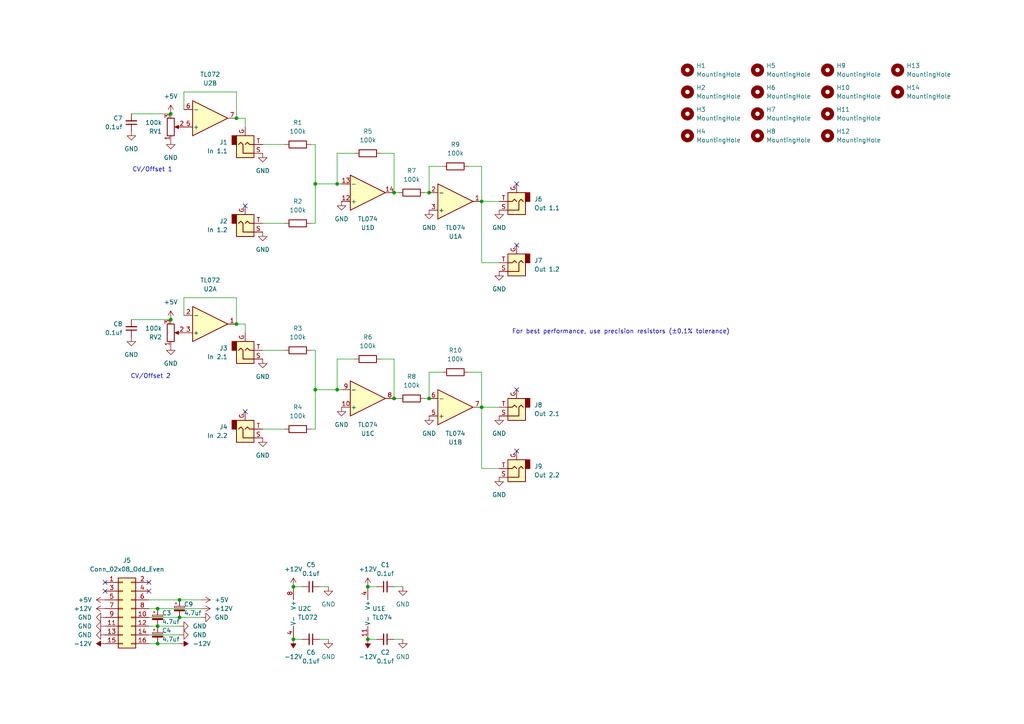
<source format=kicad_sch>
(kicad_sch
	(version 20250114)
	(generator "eeschema")
	(generator_version "9.0")
	(uuid "8e80d6ae-58ce-43e6-80ae-d72f559ddb6b")
	(paper "A4")
	(title_block
		(title "CV11 Schematic")
		(date "2025-05-27")
		(rev "1")
	)
	(lib_symbols
		(symbol "Amplifier_Operational:TL072"
			(pin_names
				(offset 0.127)
			)
			(exclude_from_sim no)
			(in_bom yes)
			(on_board yes)
			(property "Reference" "U"
				(at 0 5.08 0)
				(effects
					(font
						(size 1.27 1.27)
					)
					(justify left)
				)
			)
			(property "Value" "TL072"
				(at 0 -5.08 0)
				(effects
					(font
						(size 1.27 1.27)
					)
					(justify left)
				)
			)
			(property "Footprint" ""
				(at 0 0 0)
				(effects
					(font
						(size 1.27 1.27)
					)
					(hide yes)
				)
			)
			(property "Datasheet" "http://www.ti.com/lit/ds/symlink/tl071.pdf"
				(at 0 0 0)
				(effects
					(font
						(size 1.27 1.27)
					)
					(hide yes)
				)
			)
			(property "Description" "Dual Low-Noise JFET-Input Operational Amplifiers, DIP-8/SOIC-8"
				(at 0 0 0)
				(effects
					(font
						(size 1.27 1.27)
					)
					(hide yes)
				)
			)
			(property "ki_locked" ""
				(at 0 0 0)
				(effects
					(font
						(size 1.27 1.27)
					)
				)
			)
			(property "ki_keywords" "dual opamp"
				(at 0 0 0)
				(effects
					(font
						(size 1.27 1.27)
					)
					(hide yes)
				)
			)
			(property "ki_fp_filters" "SOIC*3.9x4.9mm*P1.27mm* DIP*W7.62mm* TO*99* OnSemi*Micro8* TSSOP*3x3mm*P0.65mm* TSSOP*4.4x3mm*P0.65mm* MSOP*3x3mm*P0.65mm* SSOP*3.9x4.9mm*P0.635mm* LFCSP*2x2mm*P0.5mm* *SIP* SOIC*5.3x6.2mm*P1.27mm*"
				(at 0 0 0)
				(effects
					(font
						(size 1.27 1.27)
					)
					(hide yes)
				)
			)
			(symbol "TL072_1_1"
				(polyline
					(pts
						(xy -5.08 5.08) (xy 5.08 0) (xy -5.08 -5.08) (xy -5.08 5.08)
					)
					(stroke
						(width 0.254)
						(type default)
					)
					(fill
						(type background)
					)
				)
				(pin input line
					(at -7.62 2.54 0)
					(length 2.54)
					(name "+"
						(effects
							(font
								(size 1.27 1.27)
							)
						)
					)
					(number "3"
						(effects
							(font
								(size 1.27 1.27)
							)
						)
					)
				)
				(pin input line
					(at -7.62 -2.54 0)
					(length 2.54)
					(name "-"
						(effects
							(font
								(size 1.27 1.27)
							)
						)
					)
					(number "2"
						(effects
							(font
								(size 1.27 1.27)
							)
						)
					)
				)
				(pin output line
					(at 7.62 0 180)
					(length 2.54)
					(name "~"
						(effects
							(font
								(size 1.27 1.27)
							)
						)
					)
					(number "1"
						(effects
							(font
								(size 1.27 1.27)
							)
						)
					)
				)
			)
			(symbol "TL072_2_1"
				(polyline
					(pts
						(xy -5.08 5.08) (xy 5.08 0) (xy -5.08 -5.08) (xy -5.08 5.08)
					)
					(stroke
						(width 0.254)
						(type default)
					)
					(fill
						(type background)
					)
				)
				(pin input line
					(at -7.62 2.54 0)
					(length 2.54)
					(name "+"
						(effects
							(font
								(size 1.27 1.27)
							)
						)
					)
					(number "5"
						(effects
							(font
								(size 1.27 1.27)
							)
						)
					)
				)
				(pin input line
					(at -7.62 -2.54 0)
					(length 2.54)
					(name "-"
						(effects
							(font
								(size 1.27 1.27)
							)
						)
					)
					(number "6"
						(effects
							(font
								(size 1.27 1.27)
							)
						)
					)
				)
				(pin output line
					(at 7.62 0 180)
					(length 2.54)
					(name "~"
						(effects
							(font
								(size 1.27 1.27)
							)
						)
					)
					(number "7"
						(effects
							(font
								(size 1.27 1.27)
							)
						)
					)
				)
			)
			(symbol "TL072_3_1"
				(pin power_in line
					(at -2.54 7.62 270)
					(length 3.81)
					(name "V+"
						(effects
							(font
								(size 1.27 1.27)
							)
						)
					)
					(number "8"
						(effects
							(font
								(size 1.27 1.27)
							)
						)
					)
				)
				(pin power_in line
					(at -2.54 -7.62 90)
					(length 3.81)
					(name "V-"
						(effects
							(font
								(size 1.27 1.27)
							)
						)
					)
					(number "4"
						(effects
							(font
								(size 1.27 1.27)
							)
						)
					)
				)
			)
			(embedded_fonts no)
		)
		(symbol "Amplifier_Operational:TL074"
			(pin_names
				(offset 0.127)
			)
			(exclude_from_sim no)
			(in_bom yes)
			(on_board yes)
			(property "Reference" "U"
				(at 0 5.08 0)
				(effects
					(font
						(size 1.27 1.27)
					)
					(justify left)
				)
			)
			(property "Value" "TL074"
				(at 0 -5.08 0)
				(effects
					(font
						(size 1.27 1.27)
					)
					(justify left)
				)
			)
			(property "Footprint" ""
				(at -1.27 2.54 0)
				(effects
					(font
						(size 1.27 1.27)
					)
					(hide yes)
				)
			)
			(property "Datasheet" "http://www.ti.com/lit/ds/symlink/tl071.pdf"
				(at 1.27 5.08 0)
				(effects
					(font
						(size 1.27 1.27)
					)
					(hide yes)
				)
			)
			(property "Description" "Quad Low-Noise JFET-Input Operational Amplifiers, DIP-14/SOIC-14"
				(at 0 0 0)
				(effects
					(font
						(size 1.27 1.27)
					)
					(hide yes)
				)
			)
			(property "ki_locked" ""
				(at 0 0 0)
				(effects
					(font
						(size 1.27 1.27)
					)
				)
			)
			(property "ki_keywords" "quad opamp"
				(at 0 0 0)
				(effects
					(font
						(size 1.27 1.27)
					)
					(hide yes)
				)
			)
			(property "ki_fp_filters" "SOIC*3.9x8.7mm*P1.27mm* DIP*W7.62mm* TSSOP*4.4x5mm*P0.65mm* SSOP*5.3x6.2mm*P0.65mm* MSOP*3x3mm*P0.5mm*"
				(at 0 0 0)
				(effects
					(font
						(size 1.27 1.27)
					)
					(hide yes)
				)
			)
			(symbol "TL074_1_1"
				(polyline
					(pts
						(xy -5.08 5.08) (xy 5.08 0) (xy -5.08 -5.08) (xy -5.08 5.08)
					)
					(stroke
						(width 0.254)
						(type default)
					)
					(fill
						(type background)
					)
				)
				(pin input line
					(at -7.62 2.54 0)
					(length 2.54)
					(name "+"
						(effects
							(font
								(size 1.27 1.27)
							)
						)
					)
					(number "3"
						(effects
							(font
								(size 1.27 1.27)
							)
						)
					)
				)
				(pin input line
					(at -7.62 -2.54 0)
					(length 2.54)
					(name "-"
						(effects
							(font
								(size 1.27 1.27)
							)
						)
					)
					(number "2"
						(effects
							(font
								(size 1.27 1.27)
							)
						)
					)
				)
				(pin output line
					(at 7.62 0 180)
					(length 2.54)
					(name "~"
						(effects
							(font
								(size 1.27 1.27)
							)
						)
					)
					(number "1"
						(effects
							(font
								(size 1.27 1.27)
							)
						)
					)
				)
			)
			(symbol "TL074_2_1"
				(polyline
					(pts
						(xy -5.08 5.08) (xy 5.08 0) (xy -5.08 -5.08) (xy -5.08 5.08)
					)
					(stroke
						(width 0.254)
						(type default)
					)
					(fill
						(type background)
					)
				)
				(pin input line
					(at -7.62 2.54 0)
					(length 2.54)
					(name "+"
						(effects
							(font
								(size 1.27 1.27)
							)
						)
					)
					(number "5"
						(effects
							(font
								(size 1.27 1.27)
							)
						)
					)
				)
				(pin input line
					(at -7.62 -2.54 0)
					(length 2.54)
					(name "-"
						(effects
							(font
								(size 1.27 1.27)
							)
						)
					)
					(number "6"
						(effects
							(font
								(size 1.27 1.27)
							)
						)
					)
				)
				(pin output line
					(at 7.62 0 180)
					(length 2.54)
					(name "~"
						(effects
							(font
								(size 1.27 1.27)
							)
						)
					)
					(number "7"
						(effects
							(font
								(size 1.27 1.27)
							)
						)
					)
				)
			)
			(symbol "TL074_3_1"
				(polyline
					(pts
						(xy -5.08 5.08) (xy 5.08 0) (xy -5.08 -5.08) (xy -5.08 5.08)
					)
					(stroke
						(width 0.254)
						(type default)
					)
					(fill
						(type background)
					)
				)
				(pin input line
					(at -7.62 2.54 0)
					(length 2.54)
					(name "+"
						(effects
							(font
								(size 1.27 1.27)
							)
						)
					)
					(number "10"
						(effects
							(font
								(size 1.27 1.27)
							)
						)
					)
				)
				(pin input line
					(at -7.62 -2.54 0)
					(length 2.54)
					(name "-"
						(effects
							(font
								(size 1.27 1.27)
							)
						)
					)
					(number "9"
						(effects
							(font
								(size 1.27 1.27)
							)
						)
					)
				)
				(pin output line
					(at 7.62 0 180)
					(length 2.54)
					(name "~"
						(effects
							(font
								(size 1.27 1.27)
							)
						)
					)
					(number "8"
						(effects
							(font
								(size 1.27 1.27)
							)
						)
					)
				)
			)
			(symbol "TL074_4_1"
				(polyline
					(pts
						(xy -5.08 5.08) (xy 5.08 0) (xy -5.08 -5.08) (xy -5.08 5.08)
					)
					(stroke
						(width 0.254)
						(type default)
					)
					(fill
						(type background)
					)
				)
				(pin input line
					(at -7.62 2.54 0)
					(length 2.54)
					(name "+"
						(effects
							(font
								(size 1.27 1.27)
							)
						)
					)
					(number "12"
						(effects
							(font
								(size 1.27 1.27)
							)
						)
					)
				)
				(pin input line
					(at -7.62 -2.54 0)
					(length 2.54)
					(name "-"
						(effects
							(font
								(size 1.27 1.27)
							)
						)
					)
					(number "13"
						(effects
							(font
								(size 1.27 1.27)
							)
						)
					)
				)
				(pin output line
					(at 7.62 0 180)
					(length 2.54)
					(name "~"
						(effects
							(font
								(size 1.27 1.27)
							)
						)
					)
					(number "14"
						(effects
							(font
								(size 1.27 1.27)
							)
						)
					)
				)
			)
			(symbol "TL074_5_1"
				(pin power_in line
					(at -2.54 7.62 270)
					(length 3.81)
					(name "V+"
						(effects
							(font
								(size 1.27 1.27)
							)
						)
					)
					(number "4"
						(effects
							(font
								(size 1.27 1.27)
							)
						)
					)
				)
				(pin power_in line
					(at -2.54 -7.62 90)
					(length 3.81)
					(name "V-"
						(effects
							(font
								(size 1.27 1.27)
							)
						)
					)
					(number "11"
						(effects
							(font
								(size 1.27 1.27)
							)
						)
					)
				)
			)
			(embedded_fonts no)
		)
		(symbol "Connector_Audio:AudioJack2_Ground"
			(exclude_from_sim no)
			(in_bom yes)
			(on_board yes)
			(property "Reference" "J"
				(at 0 8.89 0)
				(effects
					(font
						(size 1.27 1.27)
					)
				)
			)
			(property "Value" "AudioJack2_Ground"
				(at 0 6.35 0)
				(effects
					(font
						(size 1.27 1.27)
					)
				)
			)
			(property "Footprint" ""
				(at 0 0 0)
				(effects
					(font
						(size 1.27 1.27)
					)
					(hide yes)
				)
			)
			(property "Datasheet" "~"
				(at 0 0 0)
				(effects
					(font
						(size 1.27 1.27)
					)
					(hide yes)
				)
			)
			(property "Description" "Audio Jack, 2 Poles (Mono / TS), Grounded Sleeve"
				(at 0 0 0)
				(effects
					(font
						(size 1.27 1.27)
					)
					(hide yes)
				)
			)
			(property "ki_keywords" "audio jack receptacle mono phone headphone TS connector"
				(at 0 0 0)
				(effects
					(font
						(size 1.27 1.27)
					)
					(hide yes)
				)
			)
			(property "ki_fp_filters" "Jack*"
				(at 0 0 0)
				(effects
					(font
						(size 1.27 1.27)
					)
					(hide yes)
				)
			)
			(symbol "AudioJack2_Ground_0_1"
				(rectangle
					(start -2.54 -2.54)
					(end -3.81 0)
					(stroke
						(width 0.254)
						(type default)
					)
					(fill
						(type outline)
					)
				)
				(polyline
					(pts
						(xy 0 0) (xy 0.635 -0.635) (xy 1.27 0) (xy 2.54 0)
					)
					(stroke
						(width 0.254)
						(type default)
					)
					(fill
						(type none)
					)
				)
				(rectangle
					(start 2.54 3.81)
					(end -2.54 -2.54)
					(stroke
						(width 0.254)
						(type default)
					)
					(fill
						(type background)
					)
				)
				(polyline
					(pts
						(xy 2.54 2.54) (xy -0.635 2.54) (xy -0.635 0) (xy -1.27 -0.635) (xy -1.905 0)
					)
					(stroke
						(width 0.254)
						(type default)
					)
					(fill
						(type none)
					)
				)
			)
			(symbol "AudioJack2_Ground_1_1"
				(pin passive line
					(at 0 -5.08 90)
					(length 2.54)
					(name "~"
						(effects
							(font
								(size 1.27 1.27)
							)
						)
					)
					(number "G"
						(effects
							(font
								(size 1.27 1.27)
							)
						)
					)
				)
				(pin passive line
					(at 5.08 2.54 180)
					(length 2.54)
					(name "~"
						(effects
							(font
								(size 1.27 1.27)
							)
						)
					)
					(number "S"
						(effects
							(font
								(size 1.27 1.27)
							)
						)
					)
				)
				(pin passive line
					(at 5.08 0 180)
					(length 2.54)
					(name "~"
						(effects
							(font
								(size 1.27 1.27)
							)
						)
					)
					(number "T"
						(effects
							(font
								(size 1.27 1.27)
							)
						)
					)
				)
			)
			(embedded_fonts no)
		)
		(symbol "Connector_Generic:Conn_02x08_Odd_Even"
			(pin_names
				(offset 1.016)
				(hide yes)
			)
			(exclude_from_sim no)
			(in_bom yes)
			(on_board yes)
			(property "Reference" "J5"
				(at 1.27 13.97 0)
				(effects
					(font
						(size 1.27 1.27)
					)
				)
			)
			(property "Value" "Conn_02x08_Odd_Even"
				(at 1.27 11.43 0)
				(effects
					(font
						(size 1.27 1.27)
					)
				)
			)
			(property "Footprint" ""
				(at 0 0 0)
				(effects
					(font
						(size 1.27 1.27)
					)
					(hide yes)
				)
			)
			(property "Datasheet" "~"
				(at 0 0 0)
				(effects
					(font
						(size 1.27 1.27)
					)
					(hide yes)
				)
			)
			(property "Description" "Generic connector, double row, 02x08, odd/even pin numbering scheme (row 1 odd numbers, row 2 even numbers), script generated (kicad-library-utils/schlib/autogen/connector/)"
				(at 0 0 0)
				(effects
					(font
						(size 1.27 1.27)
					)
					(hide yes)
				)
			)
			(property "ki_keywords" "connector"
				(at 0 0 0)
				(effects
					(font
						(size 1.27 1.27)
					)
					(hide yes)
				)
			)
			(property "ki_fp_filters" "Connector*:*_2x??_*"
				(at 0 0 0)
				(effects
					(font
						(size 1.27 1.27)
					)
					(hide yes)
				)
			)
			(symbol "Conn_02x08_Odd_Even_1_1"
				(rectangle
					(start -1.27 8.89)
					(end 3.81 -11.43)
					(stroke
						(width 0.254)
						(type default)
					)
					(fill
						(type background)
					)
				)
				(rectangle
					(start -1.27 7.747)
					(end 0 7.493)
					(stroke
						(width 0.1524)
						(type default)
					)
					(fill
						(type none)
					)
				)
				(rectangle
					(start -1.27 5.207)
					(end 0 4.953)
					(stroke
						(width 0.1524)
						(type default)
					)
					(fill
						(type none)
					)
				)
				(rectangle
					(start -1.27 2.667)
					(end 0 2.413)
					(stroke
						(width 0.1524)
						(type default)
					)
					(fill
						(type none)
					)
				)
				(rectangle
					(start -1.27 0.127)
					(end 0 -0.127)
					(stroke
						(width 0.1524)
						(type default)
					)
					(fill
						(type none)
					)
				)
				(rectangle
					(start -1.27 -2.413)
					(end 0 -2.667)
					(stroke
						(width 0.1524)
						(type default)
					)
					(fill
						(type none)
					)
				)
				(rectangle
					(start -1.27 -4.953)
					(end 0 -5.207)
					(stroke
						(width 0.1524)
						(type default)
					)
					(fill
						(type none)
					)
				)
				(rectangle
					(start -1.27 -7.493)
					(end 0 -7.747)
					(stroke
						(width 0.1524)
						(type default)
					)
					(fill
						(type none)
					)
				)
				(rectangle
					(start -1.27 -10.033)
					(end 0 -10.287)
					(stroke
						(width 0.1524)
						(type default)
					)
					(fill
						(type none)
					)
				)
				(rectangle
					(start 3.81 7.747)
					(end 2.54 7.493)
					(stroke
						(width 0.1524)
						(type default)
					)
					(fill
						(type none)
					)
				)
				(rectangle
					(start 3.81 5.207)
					(end 2.54 4.953)
					(stroke
						(width 0.1524)
						(type default)
					)
					(fill
						(type none)
					)
				)
				(rectangle
					(start 3.81 2.667)
					(end 2.54 2.413)
					(stroke
						(width 0.1524)
						(type default)
					)
					(fill
						(type none)
					)
				)
				(rectangle
					(start 3.81 0.127)
					(end 2.54 -0.127)
					(stroke
						(width 0.1524)
						(type default)
					)
					(fill
						(type none)
					)
				)
				(rectangle
					(start 3.81 -2.413)
					(end 2.54 -2.667)
					(stroke
						(width 0.1524)
						(type default)
					)
					(fill
						(type none)
					)
				)
				(rectangle
					(start 3.81 -4.953)
					(end 2.54 -5.207)
					(stroke
						(width 0.1524)
						(type default)
					)
					(fill
						(type none)
					)
				)
				(rectangle
					(start 3.81 -7.493)
					(end 2.54 -7.747)
					(stroke
						(width 0.1524)
						(type default)
					)
					(fill
						(type none)
					)
				)
				(rectangle
					(start 3.81 -10.033)
					(end 2.54 -10.287)
					(stroke
						(width 0.1524)
						(type default)
					)
					(fill
						(type none)
					)
				)
				(pin passive line
					(at -5.08 7.62 0)
					(length 3.81)
					(name "Pin_1"
						(effects
							(font
								(size 1.27 1.27)
							)
						)
					)
					(number "1"
						(effects
							(font
								(size 1.27 1.27)
							)
						)
					)
				)
				(pin passive line
					(at -5.08 5.08 0)
					(length 3.81)
					(name "Pin_3"
						(effects
							(font
								(size 1.27 1.27)
							)
						)
					)
					(number "3"
						(effects
							(font
								(size 1.27 1.27)
							)
						)
					)
				)
				(pin passive line
					(at -5.08 2.54 0)
					(length 3.81)
					(name "Pin_5"
						(effects
							(font
								(size 1.27 1.27)
							)
						)
					)
					(number "5"
						(effects
							(font
								(size 1.27 1.27)
							)
						)
					)
				)
				(pin passive line
					(at -5.08 0 0)
					(length 3.81)
					(name "Pin_7"
						(effects
							(font
								(size 1.27 1.27)
							)
						)
					)
					(number "7"
						(effects
							(font
								(size 1.27 1.27)
							)
						)
					)
				)
				(pin passive line
					(at -5.08 -2.54 0)
					(length 3.81)
					(name "Pin_9"
						(effects
							(font
								(size 1.27 1.27)
							)
						)
					)
					(number "9"
						(effects
							(font
								(size 1.27 1.27)
							)
						)
					)
				)
				(pin passive line
					(at -5.08 -5.08 0)
					(length 3.81)
					(name "Pin_11"
						(effects
							(font
								(size 1.27 1.27)
							)
						)
					)
					(number "11"
						(effects
							(font
								(size 1.27 1.27)
							)
						)
					)
				)
				(pin passive line
					(at -5.08 -7.62 0)
					(length 3.81)
					(name "Pin_13"
						(effects
							(font
								(size 1.27 1.27)
							)
						)
					)
					(number "13"
						(effects
							(font
								(size 1.27 1.27)
							)
						)
					)
				)
				(pin passive line
					(at -5.08 -10.16 0)
					(length 3.81)
					(name "Pin_15"
						(effects
							(font
								(size 1.27 1.27)
							)
						)
					)
					(number "15"
						(effects
							(font
								(size 1.27 1.27)
							)
						)
					)
				)
				(pin passive line
					(at 7.62 7.62 180)
					(length 3.81)
					(name "Pin_2"
						(effects
							(font
								(size 1.27 1.27)
							)
						)
					)
					(number "2"
						(effects
							(font
								(size 1.27 1.27)
							)
						)
					)
				)
				(pin passive line
					(at 7.62 5.08 180)
					(length 3.81)
					(name "Pin_4"
						(effects
							(font
								(size 1.27 1.27)
							)
						)
					)
					(number "4"
						(effects
							(font
								(size 1.27 1.27)
							)
						)
					)
				)
				(pin power_out line
					(at 7.62 2.54 180)
					(length 3.81)
					(name "Pin_6"
						(effects
							(font
								(size 1.27 1.27)
							)
						)
					)
					(number "6"
						(effects
							(font
								(size 1.27 1.27)
							)
						)
					)
				)
				(pin power_out line
					(at 7.62 0 180)
					(length 3.81)
					(name "Pin_8"
						(effects
							(font
								(size 1.27 1.27)
							)
						)
					)
					(number "8"
						(effects
							(font
								(size 1.27 1.27)
							)
						)
					)
				)
				(pin passive line
					(at 7.62 -2.54 180)
					(length 3.81)
					(name "Pin_10"
						(effects
							(font
								(size 1.27 1.27)
							)
						)
					)
					(number "10"
						(effects
							(font
								(size 1.27 1.27)
							)
						)
					)
				)
				(pin power_out line
					(at 7.62 -5.08 180)
					(length 3.81)
					(name "Pin_12"
						(effects
							(font
								(size 1.27 1.27)
							)
						)
					)
					(number "12"
						(effects
							(font
								(size 1.27 1.27)
							)
						)
					)
				)
				(pin passive line
					(at 7.62 -7.62 180)
					(length 3.81)
					(name "Pin_14"
						(effects
							(font
								(size 1.27 1.27)
							)
						)
					)
					(number "14"
						(effects
							(font
								(size 1.27 1.27)
							)
						)
					)
				)
				(pin power_out line
					(at 7.62 -10.16 180)
					(length 3.81)
					(name "Pin_16"
						(effects
							(font
								(size 1.27 1.27)
							)
						)
					)
					(number "16"
						(effects
							(font
								(size 1.27 1.27)
							)
						)
					)
				)
			)
			(embedded_fonts no)
		)
		(symbol "Device:C_Polarized_Small"
			(pin_numbers
				(hide yes)
			)
			(pin_names
				(offset 0.254)
				(hide yes)
			)
			(exclude_from_sim no)
			(in_bom yes)
			(on_board yes)
			(property "Reference" "C"
				(at 0.254 1.778 0)
				(effects
					(font
						(size 1.27 1.27)
					)
					(justify left)
				)
			)
			(property "Value" "C_Polarized_Small"
				(at 0.254 -2.032 0)
				(effects
					(font
						(size 1.27 1.27)
					)
					(justify left)
				)
			)
			(property "Footprint" ""
				(at 0 0 0)
				(effects
					(font
						(size 1.27 1.27)
					)
					(hide yes)
				)
			)
			(property "Datasheet" "~"
				(at 0 0 0)
				(effects
					(font
						(size 1.27 1.27)
					)
					(hide yes)
				)
			)
			(property "Description" "Polarized capacitor, small symbol"
				(at 0 0 0)
				(effects
					(font
						(size 1.27 1.27)
					)
					(hide yes)
				)
			)
			(property "ki_keywords" "cap capacitor"
				(at 0 0 0)
				(effects
					(font
						(size 1.27 1.27)
					)
					(hide yes)
				)
			)
			(property "ki_fp_filters" "CP_*"
				(at 0 0 0)
				(effects
					(font
						(size 1.27 1.27)
					)
					(hide yes)
				)
			)
			(symbol "C_Polarized_Small_0_1"
				(rectangle
					(start -1.524 0.6858)
					(end 1.524 0.3048)
					(stroke
						(width 0)
						(type default)
					)
					(fill
						(type none)
					)
				)
				(rectangle
					(start -1.524 -0.3048)
					(end 1.524 -0.6858)
					(stroke
						(width 0)
						(type default)
					)
					(fill
						(type outline)
					)
				)
				(polyline
					(pts
						(xy -1.27 1.524) (xy -0.762 1.524)
					)
					(stroke
						(width 0)
						(type default)
					)
					(fill
						(type none)
					)
				)
				(polyline
					(pts
						(xy -1.016 1.27) (xy -1.016 1.778)
					)
					(stroke
						(width 0)
						(type default)
					)
					(fill
						(type none)
					)
				)
			)
			(symbol "C_Polarized_Small_1_1"
				(pin passive line
					(at 0 2.54 270)
					(length 1.8542)
					(name "~"
						(effects
							(font
								(size 1.27 1.27)
							)
						)
					)
					(number "1"
						(effects
							(font
								(size 1.27 1.27)
							)
						)
					)
				)
				(pin passive line
					(at 0 -2.54 90)
					(length 1.8542)
					(name "~"
						(effects
							(font
								(size 1.27 1.27)
							)
						)
					)
					(number "2"
						(effects
							(font
								(size 1.27 1.27)
							)
						)
					)
				)
			)
			(embedded_fonts no)
		)
		(symbol "Device:C_Small"
			(pin_numbers
				(hide yes)
			)
			(pin_names
				(offset 0.254)
				(hide yes)
			)
			(exclude_from_sim no)
			(in_bom yes)
			(on_board yes)
			(property "Reference" "C"
				(at 0.254 1.778 0)
				(effects
					(font
						(size 1.27 1.27)
					)
					(justify left)
				)
			)
			(property "Value" "C_Small"
				(at 0.254 -2.032 0)
				(effects
					(font
						(size 1.27 1.27)
					)
					(justify left)
				)
			)
			(property "Footprint" ""
				(at 0 0 0)
				(effects
					(font
						(size 1.27 1.27)
					)
					(hide yes)
				)
			)
			(property "Datasheet" "~"
				(at 0 0 0)
				(effects
					(font
						(size 1.27 1.27)
					)
					(hide yes)
				)
			)
			(property "Description" "Unpolarized capacitor, small symbol"
				(at 0 0 0)
				(effects
					(font
						(size 1.27 1.27)
					)
					(hide yes)
				)
			)
			(property "ki_keywords" "capacitor cap"
				(at 0 0 0)
				(effects
					(font
						(size 1.27 1.27)
					)
					(hide yes)
				)
			)
			(property "ki_fp_filters" "C_*"
				(at 0 0 0)
				(effects
					(font
						(size 1.27 1.27)
					)
					(hide yes)
				)
			)
			(symbol "C_Small_0_1"
				(polyline
					(pts
						(xy -1.524 0.508) (xy 1.524 0.508)
					)
					(stroke
						(width 0.3048)
						(type default)
					)
					(fill
						(type none)
					)
				)
				(polyline
					(pts
						(xy -1.524 -0.508) (xy 1.524 -0.508)
					)
					(stroke
						(width 0.3302)
						(type default)
					)
					(fill
						(type none)
					)
				)
			)
			(symbol "C_Small_1_1"
				(pin passive line
					(at 0 2.54 270)
					(length 2.032)
					(name "~"
						(effects
							(font
								(size 1.27 1.27)
							)
						)
					)
					(number "1"
						(effects
							(font
								(size 1.27 1.27)
							)
						)
					)
				)
				(pin passive line
					(at 0 -2.54 90)
					(length 2.032)
					(name "~"
						(effects
							(font
								(size 1.27 1.27)
							)
						)
					)
					(number "2"
						(effects
							(font
								(size 1.27 1.27)
							)
						)
					)
				)
			)
			(embedded_fonts no)
		)
		(symbol "Device:R"
			(pin_numbers
				(hide yes)
			)
			(pin_names
				(offset 0)
			)
			(exclude_from_sim no)
			(in_bom yes)
			(on_board yes)
			(property "Reference" "R"
				(at 2.032 0 90)
				(effects
					(font
						(size 1.27 1.27)
					)
				)
			)
			(property "Value" "R"
				(at 0 0 90)
				(effects
					(font
						(size 1.27 1.27)
					)
				)
			)
			(property "Footprint" ""
				(at -1.778 0 90)
				(effects
					(font
						(size 1.27 1.27)
					)
					(hide yes)
				)
			)
			(property "Datasheet" "~"
				(at 0 0 0)
				(effects
					(font
						(size 1.27 1.27)
					)
					(hide yes)
				)
			)
			(property "Description" "Resistor"
				(at 0 0 0)
				(effects
					(font
						(size 1.27 1.27)
					)
					(hide yes)
				)
			)
			(property "ki_keywords" "R res resistor"
				(at 0 0 0)
				(effects
					(font
						(size 1.27 1.27)
					)
					(hide yes)
				)
			)
			(property "ki_fp_filters" "R_*"
				(at 0 0 0)
				(effects
					(font
						(size 1.27 1.27)
					)
					(hide yes)
				)
			)
			(symbol "R_0_1"
				(rectangle
					(start -1.016 -2.54)
					(end 1.016 2.54)
					(stroke
						(width 0.254)
						(type default)
					)
					(fill
						(type none)
					)
				)
			)
			(symbol "R_1_1"
				(pin passive line
					(at 0 3.81 270)
					(length 1.27)
					(name "~"
						(effects
							(font
								(size 1.27 1.27)
							)
						)
					)
					(number "1"
						(effects
							(font
								(size 1.27 1.27)
							)
						)
					)
				)
				(pin passive line
					(at 0 -3.81 90)
					(length 1.27)
					(name "~"
						(effects
							(font
								(size 1.27 1.27)
							)
						)
					)
					(number "2"
						(effects
							(font
								(size 1.27 1.27)
							)
						)
					)
				)
			)
			(embedded_fonts no)
		)
		(symbol "Device:R_Potentiometer"
			(pin_names
				(offset 1.016)
				(hide yes)
			)
			(exclude_from_sim no)
			(in_bom yes)
			(on_board yes)
			(property "Reference" "RV"
				(at -4.445 0 90)
				(effects
					(font
						(size 1.27 1.27)
					)
				)
			)
			(property "Value" "R_Potentiometer"
				(at -2.54 0 90)
				(effects
					(font
						(size 1.27 1.27)
					)
				)
			)
			(property "Footprint" ""
				(at 0 0 0)
				(effects
					(font
						(size 1.27 1.27)
					)
					(hide yes)
				)
			)
			(property "Datasheet" "~"
				(at 0 0 0)
				(effects
					(font
						(size 1.27 1.27)
					)
					(hide yes)
				)
			)
			(property "Description" "Potentiometer"
				(at 0 0 0)
				(effects
					(font
						(size 1.27 1.27)
					)
					(hide yes)
				)
			)
			(property "ki_keywords" "resistor variable"
				(at 0 0 0)
				(effects
					(font
						(size 1.27 1.27)
					)
					(hide yes)
				)
			)
			(property "ki_fp_filters" "Potentiometer*"
				(at 0 0 0)
				(effects
					(font
						(size 1.27 1.27)
					)
					(hide yes)
				)
			)
			(symbol "R_Potentiometer_0_1"
				(rectangle
					(start 1.016 2.54)
					(end -1.016 -2.54)
					(stroke
						(width 0.254)
						(type default)
					)
					(fill
						(type none)
					)
				)
				(polyline
					(pts
						(xy 1.143 0) (xy 2.286 0.508) (xy 2.286 -0.508) (xy 1.143 0)
					)
					(stroke
						(width 0)
						(type default)
					)
					(fill
						(type outline)
					)
				)
				(polyline
					(pts
						(xy 2.54 0) (xy 1.524 0)
					)
					(stroke
						(width 0)
						(type default)
					)
					(fill
						(type none)
					)
				)
			)
			(symbol "R_Potentiometer_1_1"
				(pin passive line
					(at 0 3.81 270)
					(length 1.27)
					(name "1"
						(effects
							(font
								(size 1.27 1.27)
							)
						)
					)
					(number "1"
						(effects
							(font
								(size 1.27 1.27)
							)
						)
					)
				)
				(pin passive line
					(at 0 -3.81 90)
					(length 1.27)
					(name "3"
						(effects
							(font
								(size 1.27 1.27)
							)
						)
					)
					(number "3"
						(effects
							(font
								(size 1.27 1.27)
							)
						)
					)
				)
				(pin passive line
					(at 3.81 0 180)
					(length 1.27)
					(name "2"
						(effects
							(font
								(size 1.27 1.27)
							)
						)
					)
					(number "2"
						(effects
							(font
								(size 1.27 1.27)
							)
						)
					)
				)
			)
			(embedded_fonts no)
		)
		(symbol "Mechanical:MountingHole"
			(pin_names
				(offset 1.016)
			)
			(exclude_from_sim no)
			(in_bom yes)
			(on_board yes)
			(property "Reference" "H"
				(at 0 5.08 0)
				(effects
					(font
						(size 1.27 1.27)
					)
				)
			)
			(property "Value" "MountingHole"
				(at 0 3.175 0)
				(effects
					(font
						(size 1.27 1.27)
					)
				)
			)
			(property "Footprint" ""
				(at 0 0 0)
				(effects
					(font
						(size 1.27 1.27)
					)
					(hide yes)
				)
			)
			(property "Datasheet" "~"
				(at 0 0 0)
				(effects
					(font
						(size 1.27 1.27)
					)
					(hide yes)
				)
			)
			(property "Description" "Mounting Hole without connection"
				(at 0 0 0)
				(effects
					(font
						(size 1.27 1.27)
					)
					(hide yes)
				)
			)
			(property "ki_keywords" "mounting hole"
				(at 0 0 0)
				(effects
					(font
						(size 1.27 1.27)
					)
					(hide yes)
				)
			)
			(property "ki_fp_filters" "MountingHole*"
				(at 0 0 0)
				(effects
					(font
						(size 1.27 1.27)
					)
					(hide yes)
				)
			)
			(symbol "MountingHole_0_1"
				(circle
					(center 0 0)
					(radius 1.27)
					(stroke
						(width 1.27)
						(type default)
					)
					(fill
						(type none)
					)
				)
			)
			(embedded_fonts no)
		)
		(symbol "power:+12V"
			(power)
			(pin_names
				(offset 0)
			)
			(exclude_from_sim no)
			(in_bom yes)
			(on_board yes)
			(property "Reference" "#PWR"
				(at 0 -3.81 0)
				(effects
					(font
						(size 1.27 1.27)
					)
					(hide yes)
				)
			)
			(property "Value" "+12V"
				(at 0 3.556 0)
				(effects
					(font
						(size 1.27 1.27)
					)
				)
			)
			(property "Footprint" ""
				(at 0 0 0)
				(effects
					(font
						(size 1.27 1.27)
					)
					(hide yes)
				)
			)
			(property "Datasheet" ""
				(at 0 0 0)
				(effects
					(font
						(size 1.27 1.27)
					)
					(hide yes)
				)
			)
			(property "Description" "Power symbol creates a global label with name \"+12V\""
				(at 0 0 0)
				(effects
					(font
						(size 1.27 1.27)
					)
					(hide yes)
				)
			)
			(property "ki_keywords" "global power"
				(at 0 0 0)
				(effects
					(font
						(size 1.27 1.27)
					)
					(hide yes)
				)
			)
			(symbol "+12V_0_1"
				(polyline
					(pts
						(xy -0.762 1.27) (xy 0 2.54)
					)
					(stroke
						(width 0)
						(type default)
					)
					(fill
						(type none)
					)
				)
				(polyline
					(pts
						(xy 0 2.54) (xy 0.762 1.27)
					)
					(stroke
						(width 0)
						(type default)
					)
					(fill
						(type none)
					)
				)
				(polyline
					(pts
						(xy 0 0) (xy 0 2.54)
					)
					(stroke
						(width 0)
						(type default)
					)
					(fill
						(type none)
					)
				)
			)
			(symbol "+12V_1_1"
				(pin power_in line
					(at 0 0 90)
					(length 0)
					(hide yes)
					(name "+12V"
						(effects
							(font
								(size 1.27 1.27)
							)
						)
					)
					(number "1"
						(effects
							(font
								(size 1.27 1.27)
							)
						)
					)
				)
			)
			(embedded_fonts no)
		)
		(symbol "power:+5V"
			(power)
			(pin_names
				(offset 0)
			)
			(exclude_from_sim no)
			(in_bom yes)
			(on_board yes)
			(property "Reference" "#PWR"
				(at 0 -3.81 0)
				(effects
					(font
						(size 1.27 1.27)
					)
					(hide yes)
				)
			)
			(property "Value" "+5V"
				(at 0 3.556 0)
				(effects
					(font
						(size 1.27 1.27)
					)
				)
			)
			(property "Footprint" ""
				(at 0 0 0)
				(effects
					(font
						(size 1.27 1.27)
					)
					(hide yes)
				)
			)
			(property "Datasheet" ""
				(at 0 0 0)
				(effects
					(font
						(size 1.27 1.27)
					)
					(hide yes)
				)
			)
			(property "Description" "Power symbol creates a global label with name \"+5V\""
				(at 0 0 0)
				(effects
					(font
						(size 1.27 1.27)
					)
					(hide yes)
				)
			)
			(property "ki_keywords" "global power"
				(at 0 0 0)
				(effects
					(font
						(size 1.27 1.27)
					)
					(hide yes)
				)
			)
			(symbol "+5V_0_1"
				(polyline
					(pts
						(xy -0.762 1.27) (xy 0 2.54)
					)
					(stroke
						(width 0)
						(type default)
					)
					(fill
						(type none)
					)
				)
				(polyline
					(pts
						(xy 0 2.54) (xy 0.762 1.27)
					)
					(stroke
						(width 0)
						(type default)
					)
					(fill
						(type none)
					)
				)
				(polyline
					(pts
						(xy 0 0) (xy 0 2.54)
					)
					(stroke
						(width 0)
						(type default)
					)
					(fill
						(type none)
					)
				)
			)
			(symbol "+5V_1_1"
				(pin power_in line
					(at 0 0 90)
					(length 0)
					(hide yes)
					(name "+5V"
						(effects
							(font
								(size 1.27 1.27)
							)
						)
					)
					(number "1"
						(effects
							(font
								(size 1.27 1.27)
							)
						)
					)
				)
			)
			(embedded_fonts no)
		)
		(symbol "power:-12V"
			(power)
			(pin_names
				(offset 0)
			)
			(exclude_from_sim no)
			(in_bom yes)
			(on_board yes)
			(property "Reference" "#PWR"
				(at 0 2.54 0)
				(effects
					(font
						(size 1.27 1.27)
					)
					(hide yes)
				)
			)
			(property "Value" "-12V"
				(at 0 3.81 0)
				(effects
					(font
						(size 1.27 1.27)
					)
				)
			)
			(property "Footprint" ""
				(at 0 0 0)
				(effects
					(font
						(size 1.27 1.27)
					)
					(hide yes)
				)
			)
			(property "Datasheet" ""
				(at 0 0 0)
				(effects
					(font
						(size 1.27 1.27)
					)
					(hide yes)
				)
			)
			(property "Description" "Power symbol creates a global label with name \"-12V\""
				(at 0 0 0)
				(effects
					(font
						(size 1.27 1.27)
					)
					(hide yes)
				)
			)
			(property "ki_keywords" "global power"
				(at 0 0 0)
				(effects
					(font
						(size 1.27 1.27)
					)
					(hide yes)
				)
			)
			(symbol "-12V_0_0"
				(pin power_in line
					(at 0 0 90)
					(length 0)
					(hide yes)
					(name "-12V"
						(effects
							(font
								(size 1.27 1.27)
							)
						)
					)
					(number "1"
						(effects
							(font
								(size 1.27 1.27)
							)
						)
					)
				)
			)
			(symbol "-12V_0_1"
				(polyline
					(pts
						(xy 0 0) (xy 0 1.27) (xy 0.762 1.27) (xy 0 2.54) (xy -0.762 1.27) (xy 0 1.27)
					)
					(stroke
						(width 0)
						(type default)
					)
					(fill
						(type outline)
					)
				)
			)
			(embedded_fonts no)
		)
		(symbol "power:GND"
			(power)
			(pin_names
				(offset 0)
			)
			(exclude_from_sim no)
			(in_bom yes)
			(on_board yes)
			(property "Reference" "#PWR"
				(at 0 -6.35 0)
				(effects
					(font
						(size 1.27 1.27)
					)
					(hide yes)
				)
			)
			(property "Value" "GND"
				(at 0 -3.81 0)
				(effects
					(font
						(size 1.27 1.27)
					)
				)
			)
			(property "Footprint" ""
				(at 0 0 0)
				(effects
					(font
						(size 1.27 1.27)
					)
					(hide yes)
				)
			)
			(property "Datasheet" ""
				(at 0 0 0)
				(effects
					(font
						(size 1.27 1.27)
					)
					(hide yes)
				)
			)
			(property "Description" "Power symbol creates a global label with name \"GND\" , ground"
				(at 0 0 0)
				(effects
					(font
						(size 1.27 1.27)
					)
					(hide yes)
				)
			)
			(property "ki_keywords" "global power"
				(at 0 0 0)
				(effects
					(font
						(size 1.27 1.27)
					)
					(hide yes)
				)
			)
			(symbol "GND_0_1"
				(polyline
					(pts
						(xy 0 0) (xy 0 -1.27) (xy 1.27 -1.27) (xy 0 -2.54) (xy -1.27 -1.27) (xy 0 -1.27)
					)
					(stroke
						(width 0)
						(type default)
					)
					(fill
						(type none)
					)
				)
			)
			(symbol "GND_1_1"
				(pin power_in line
					(at 0 0 270)
					(length 0)
					(hide yes)
					(name "GND"
						(effects
							(font
								(size 1.27 1.27)
							)
						)
					)
					(number "1"
						(effects
							(font
								(size 1.27 1.27)
							)
						)
					)
				)
			)
			(embedded_fonts no)
		)
	)
	(text "CV/Offset 2"
		(exclude_from_sim no)
		(at 43.688 109.22 0)
		(effects
			(font
				(size 1.27 1.27)
			)
		)
		(uuid "0a26aed6-d307-4766-af84-b18009cfc034")
	)
	(text "For best performance, use precision resistors (±0.1% tolerance)"
		(exclude_from_sim no)
		(at 180.086 96.266 0)
		(effects
			(font
				(size 1.27 1.27)
			)
		)
		(uuid "428d5e75-7cc9-4cbf-8133-88e77ed8cda5")
	)
	(text "CV/Offset 1"
		(exclude_from_sim no)
		(at 44.196 49.276 0)
		(effects
			(font
				(size 1.27 1.27)
			)
		)
		(uuid "d9c1601a-35bf-40f4-a24e-9e56325b440c")
	)
	(junction
		(at 124.46 115.57)
		(diameter 0)
		(color 0 0 0 0)
		(uuid "02f166b1-0040-429a-b1c2-84cbc392ec03")
	)
	(junction
		(at 114.3 55.88)
		(diameter 0)
		(color 0 0 0 0)
		(uuid "13135bc9-588a-4166-ad8e-45f44e193b6e")
	)
	(junction
		(at 45.72 176.53)
		(diameter 0)
		(color 0 0 0 0)
		(uuid "1779912f-8c14-400f-830b-73db250f4e9c")
	)
	(junction
		(at 106.68 185.42)
		(diameter 0)
		(color 0 0 0 0)
		(uuid "33d103e1-2a22-4d6e-adc3-83abaef6f581")
	)
	(junction
		(at 114.3 115.57)
		(diameter 0)
		(color 0 0 0 0)
		(uuid "361cb84d-d13d-49b8-8fbd-026c3cb0677c")
	)
	(junction
		(at 85.09 170.18)
		(diameter 0)
		(color 0 0 0 0)
		(uuid "46aec7f8-8483-4151-a894-4b0467f1dcec")
	)
	(junction
		(at 91.44 113.03)
		(diameter 0)
		(color 0 0 0 0)
		(uuid "50067749-020f-408b-bd26-509aa11c0cf1")
	)
	(junction
		(at 45.72 186.69)
		(diameter 0)
		(color 0 0 0 0)
		(uuid "5a1c96d5-7eff-4d11-8b0c-2bc364cf9888")
	)
	(junction
		(at 106.68 170.18)
		(diameter 0)
		(color 0 0 0 0)
		(uuid "5c932fb0-b849-41d2-8eab-6f9b56d6a486")
	)
	(junction
		(at 45.72 181.61)
		(diameter 0)
		(color 0 0 0 0)
		(uuid "64a0e602-6239-4af5-b985-0ef84aa9a05c")
	)
	(junction
		(at 139.7 118.11)
		(diameter 0)
		(color 0 0 0 0)
		(uuid "64bd85a1-b010-44d7-9258-686318e27f2a")
	)
	(junction
		(at 52.07 179.07)
		(diameter 0)
		(color 0 0 0 0)
		(uuid "7154e371-1334-4b6a-8428-7e9c9acec0f0")
	)
	(junction
		(at 49.53 33.02)
		(diameter 0)
		(color 0 0 0 0)
		(uuid "780350fa-101e-4152-bea9-3191cfabf5fe")
	)
	(junction
		(at 68.58 34.29)
		(diameter 0)
		(color 0 0 0 0)
		(uuid "87394bb6-bdca-4872-a73e-cb5b0b1ce18d")
	)
	(junction
		(at 91.44 53.34)
		(diameter 0)
		(color 0 0 0 0)
		(uuid "8bba1889-614c-41ee-903a-667de05d04ff")
	)
	(junction
		(at 139.7 58.42)
		(diameter 0)
		(color 0 0 0 0)
		(uuid "a1891da4-244b-45b9-a990-28bd9f0f6c08")
	)
	(junction
		(at 85.09 185.42)
		(diameter 0)
		(color 0 0 0 0)
		(uuid "b7b7d754-c4cd-4741-bf13-7933dfe8e4f1")
	)
	(junction
		(at 68.58 93.98)
		(diameter 0)
		(color 0 0 0 0)
		(uuid "bea96910-de92-4c65-8478-de985bc83c67")
	)
	(junction
		(at 97.79 113.03)
		(diameter 0)
		(color 0 0 0 0)
		(uuid "c84fa7f6-21e1-4bff-9ea0-273ae62ad00a")
	)
	(junction
		(at 124.46 55.88)
		(diameter 0)
		(color 0 0 0 0)
		(uuid "d0670b70-9ef0-41de-9567-6a512b2a3001")
	)
	(junction
		(at 52.07 173.99)
		(diameter 0)
		(color 0 0 0 0)
		(uuid "e028f776-1f72-4b8e-9be2-0439f7b515fa")
	)
	(junction
		(at 97.79 53.34)
		(diameter 0)
		(color 0 0 0 0)
		(uuid "eb4aaa1f-fa92-4e40-aaf3-72fcff5f7b38")
	)
	(junction
		(at 49.53 92.71)
		(diameter 0)
		(color 0 0 0 0)
		(uuid "fe3d20f4-d9ae-4161-bf7a-3fba7e031c4e")
	)
	(no_connect
		(at 43.18 168.91)
		(uuid "3790c685-6c7d-40d9-8d72-341f855435f8")
	)
	(no_connect
		(at 30.48 171.45)
		(uuid "37d3c49f-fba7-4e06-b024-90b3f29832d1")
	)
	(no_connect
		(at 149.86 53.34)
		(uuid "3a92fff6-ec4d-42c8-b9b3-2b108842323a")
	)
	(no_connect
		(at 43.18 171.45)
		(uuid "4675f5cb-28f0-44af-a73f-2c75bbebd05f")
	)
	(no_connect
		(at 71.12 119.38)
		(uuid "9d56f446-0f71-41ce-bca1-2d4d9caae545")
	)
	(no_connect
		(at 149.86 113.03)
		(uuid "a426ac74-70e1-4b9a-8ac9-7de7107e57ba")
	)
	(no_connect
		(at 149.86 130.81)
		(uuid "a60184c8-7213-4ed5-b48b-702069d35e63")
	)
	(no_connect
		(at 71.12 59.69)
		(uuid "a7d1b773-3f3c-4020-982a-e90ed16fa6be")
	)
	(no_connect
		(at 149.86 71.12)
		(uuid "add7caab-6274-4f7f-ac3a-a66fe97102b8")
	)
	(no_connect
		(at 30.48 168.91)
		(uuid "e0892014-4064-4ad8-b8e0-a543d4843174")
	)
	(wire
		(pts
			(xy 128.27 107.95) (xy 124.46 107.95)
		)
		(stroke
			(width 0)
			(type default)
		)
		(uuid "028090ae-e123-4940-b026-03221edd36ee")
	)
	(wire
		(pts
			(xy 52.07 179.07) (xy 58.42 179.07)
		)
		(stroke
			(width 0)
			(type default)
		)
		(uuid "02c7e4ca-6075-4df5-89e0-648be3709ddc")
	)
	(wire
		(pts
			(xy 95.25 185.42) (xy 92.71 185.42)
		)
		(stroke
			(width 0)
			(type default)
		)
		(uuid "036c69c5-7363-4966-b6b2-7f9359323275")
	)
	(wire
		(pts
			(xy 43.18 179.07) (xy 52.07 179.07)
		)
		(stroke
			(width 0)
			(type default)
		)
		(uuid "04477e9e-01eb-4408-ad7d-63c71c458a97")
	)
	(wire
		(pts
			(xy 128.27 48.26) (xy 124.46 48.26)
		)
		(stroke
			(width 0)
			(type default)
		)
		(uuid "08a5824b-6ab5-4a3b-94a4-54d09d0cb090")
	)
	(wire
		(pts
			(xy 114.3 55.88) (xy 115.57 55.88)
		)
		(stroke
			(width 0)
			(type default)
		)
		(uuid "0a3af29e-1225-4adc-8248-fc9ef492bc0a")
	)
	(wire
		(pts
			(xy 97.79 53.34) (xy 99.06 53.34)
		)
		(stroke
			(width 0)
			(type default)
		)
		(uuid "0b499130-0946-41e1-8a3b-829267106ace")
	)
	(wire
		(pts
			(xy 76.2 41.91) (xy 82.55 41.91)
		)
		(stroke
			(width 0)
			(type default)
		)
		(uuid "0dd69417-9278-4f6e-9903-d0cfa0582165")
	)
	(wire
		(pts
			(xy 109.22 170.18) (xy 106.68 170.18)
		)
		(stroke
			(width 0)
			(type default)
		)
		(uuid "12333819-2919-4496-b653-f16b4a66d365")
	)
	(wire
		(pts
			(xy 87.63 170.18) (xy 85.09 170.18)
		)
		(stroke
			(width 0)
			(type default)
		)
		(uuid "19b720d9-9bcd-4fc5-abbc-17c35787f3ef")
	)
	(wire
		(pts
			(xy 91.44 41.91) (xy 91.44 53.34)
		)
		(stroke
			(width 0)
			(type default)
		)
		(uuid "1e46ee8c-c042-422d-80f0-0ef6dd8039a1")
	)
	(wire
		(pts
			(xy 95.25 170.18) (xy 92.71 170.18)
		)
		(stroke
			(width 0)
			(type default)
		)
		(uuid "25b50d9c-8854-46b6-adf4-e1e2ac6b58ee")
	)
	(wire
		(pts
			(xy 38.1 92.71) (xy 49.53 92.71)
		)
		(stroke
			(width 0)
			(type default)
		)
		(uuid "26151284-16e2-4792-85e0-4aca8c284e92")
	)
	(wire
		(pts
			(xy 91.44 53.34) (xy 97.79 53.34)
		)
		(stroke
			(width 0)
			(type default)
		)
		(uuid "2a76136e-d5cc-4284-be68-c1e166c1c234")
	)
	(wire
		(pts
			(xy 91.44 113.03) (xy 97.79 113.03)
		)
		(stroke
			(width 0)
			(type default)
		)
		(uuid "2b3cb13d-0805-4373-82af-e85a5a084dbd")
	)
	(wire
		(pts
			(xy 139.7 58.42) (xy 144.78 58.42)
		)
		(stroke
			(width 0)
			(type default)
		)
		(uuid "2b99eff5-873b-4f63-949b-55a84f8195fb")
	)
	(wire
		(pts
			(xy 53.34 86.36) (xy 68.58 86.36)
		)
		(stroke
			(width 0)
			(type default)
		)
		(uuid "318c29f2-6f7d-4166-be29-de398fa885c8")
	)
	(wire
		(pts
			(xy 91.44 113.03) (xy 91.44 124.46)
		)
		(stroke
			(width 0)
			(type default)
		)
		(uuid "36e26c39-8201-4c70-b81e-45ad76145ffc")
	)
	(wire
		(pts
			(xy 68.58 26.67) (xy 68.58 34.29)
		)
		(stroke
			(width 0)
			(type default)
		)
		(uuid "3f7b10a3-e2be-437a-8f74-0a4e73fbfee4")
	)
	(wire
		(pts
			(xy 38.1 33.02) (xy 49.53 33.02)
		)
		(stroke
			(width 0)
			(type default)
		)
		(uuid "49a3d695-3676-480d-8409-b547564529b7")
	)
	(wire
		(pts
			(xy 110.49 44.45) (xy 114.3 44.45)
		)
		(stroke
			(width 0)
			(type default)
		)
		(uuid "504e939a-7eda-4515-8ade-fea7693248c6")
	)
	(wire
		(pts
			(xy 45.72 186.69) (xy 43.18 186.69)
		)
		(stroke
			(width 0)
			(type default)
		)
		(uuid "512f0f9f-3215-43c6-b124-94ee9c615e9a")
	)
	(wire
		(pts
			(xy 52.07 181.61) (xy 45.72 181.61)
		)
		(stroke
			(width 0)
			(type default)
		)
		(uuid "51692e7c-ae9c-41be-824c-44f1a6258f79")
	)
	(wire
		(pts
			(xy 114.3 44.45) (xy 114.3 55.88)
		)
		(stroke
			(width 0)
			(type default)
		)
		(uuid "53e5ff5a-0477-4b23-a0d8-1c4b2e603bd6")
	)
	(wire
		(pts
			(xy 91.44 124.46) (xy 90.17 124.46)
		)
		(stroke
			(width 0)
			(type default)
		)
		(uuid "56427b55-c179-4539-800d-5556bc88192a")
	)
	(wire
		(pts
			(xy 71.12 96.52) (xy 71.12 93.98)
		)
		(stroke
			(width 0)
			(type default)
		)
		(uuid "577d7b95-1bea-455b-8200-23d62b22f6fd")
	)
	(wire
		(pts
			(xy 139.7 118.11) (xy 144.78 118.11)
		)
		(stroke
			(width 0)
			(type default)
		)
		(uuid "58bb6efd-a723-477a-ba49-8d36c6f75e8a")
	)
	(wire
		(pts
			(xy 135.89 48.26) (xy 139.7 48.26)
		)
		(stroke
			(width 0)
			(type default)
		)
		(uuid "5ee16b2a-c0e2-4838-94c5-78e8f27ab6c2")
	)
	(wire
		(pts
			(xy 45.72 176.53) (xy 43.18 176.53)
		)
		(stroke
			(width 0)
			(type default)
		)
		(uuid "5f8def1e-cc06-4208-9e77-283252f0d30f")
	)
	(wire
		(pts
			(xy 76.2 101.6) (xy 82.55 101.6)
		)
		(stroke
			(width 0)
			(type default)
		)
		(uuid "60524730-f2de-4d58-9d2a-13487dcecbe7")
	)
	(wire
		(pts
			(xy 139.7 58.42) (xy 139.7 76.2)
		)
		(stroke
			(width 0)
			(type default)
		)
		(uuid "636e9ecf-48f0-419a-acb4-a7fa1064e7ce")
	)
	(wire
		(pts
			(xy 110.49 104.14) (xy 114.3 104.14)
		)
		(stroke
			(width 0)
			(type default)
		)
		(uuid "6bc0f69a-9d44-4c8b-8e92-f5b38b9154dd")
	)
	(wire
		(pts
			(xy 102.87 44.45) (xy 97.79 44.45)
		)
		(stroke
			(width 0)
			(type default)
		)
		(uuid "711f46ec-af5c-4ebb-8b3f-beffe3d87324")
	)
	(wire
		(pts
			(xy 123.19 55.88) (xy 124.46 55.88)
		)
		(stroke
			(width 0)
			(type default)
		)
		(uuid "75b389bd-0421-41d3-b626-849c53488e47")
	)
	(wire
		(pts
			(xy 114.3 115.57) (xy 115.57 115.57)
		)
		(stroke
			(width 0)
			(type default)
		)
		(uuid "7ba161be-939a-4ab6-bd53-a35027919144")
	)
	(wire
		(pts
			(xy 139.7 48.26) (xy 139.7 58.42)
		)
		(stroke
			(width 0)
			(type default)
		)
		(uuid "7f5e2b68-d2a2-485a-bb9e-4b5163e04258")
	)
	(wire
		(pts
			(xy 144.78 135.89) (xy 139.7 135.89)
		)
		(stroke
			(width 0)
			(type default)
		)
		(uuid "8144549d-acac-426f-b6c2-630ca70299c6")
	)
	(wire
		(pts
			(xy 76.2 64.77) (xy 82.55 64.77)
		)
		(stroke
			(width 0)
			(type default)
		)
		(uuid "85246c5e-f680-48b7-a084-9ecf41b3206c")
	)
	(wire
		(pts
			(xy 43.18 173.99) (xy 52.07 173.99)
		)
		(stroke
			(width 0)
			(type default)
		)
		(uuid "896b9f33-9a07-4e34-a0ca-3801f24423e1")
	)
	(wire
		(pts
			(xy 97.79 113.03) (xy 99.06 113.03)
		)
		(stroke
			(width 0)
			(type default)
		)
		(uuid "8d5b28ac-2bbc-42a3-98d3-f5bbbb1cb9c1")
	)
	(wire
		(pts
			(xy 123.19 115.57) (xy 124.46 115.57)
		)
		(stroke
			(width 0)
			(type default)
		)
		(uuid "8ff765fa-e611-41a3-b32f-f525e06f4aff")
	)
	(wire
		(pts
			(xy 53.34 91.44) (xy 53.34 86.36)
		)
		(stroke
			(width 0)
			(type default)
		)
		(uuid "916502b4-0b35-4521-847b-9f33a2fb3070")
	)
	(wire
		(pts
			(xy 71.12 93.98) (xy 68.58 93.98)
		)
		(stroke
			(width 0)
			(type default)
		)
		(uuid "94340490-c39a-45c5-95d8-2649cc73aa00")
	)
	(wire
		(pts
			(xy 87.63 185.42) (xy 85.09 185.42)
		)
		(stroke
			(width 0)
			(type default)
		)
		(uuid "98d85712-ddb2-4fe5-b1f8-051a1976e75a")
	)
	(wire
		(pts
			(xy 97.79 104.14) (xy 97.79 113.03)
		)
		(stroke
			(width 0)
			(type default)
		)
		(uuid "a3a314f4-e151-4fc6-988e-808a9f8573e3")
	)
	(wire
		(pts
			(xy 124.46 107.95) (xy 124.46 115.57)
		)
		(stroke
			(width 0)
			(type default)
		)
		(uuid "a3f3c614-0997-418c-82c7-49de493036ca")
	)
	(wire
		(pts
			(xy 116.84 185.42) (xy 114.3 185.42)
		)
		(stroke
			(width 0)
			(type default)
		)
		(uuid "a919c3ad-d90b-40ad-8566-8c22c1b56caf")
	)
	(wire
		(pts
			(xy 71.12 36.83) (xy 71.12 34.29)
		)
		(stroke
			(width 0)
			(type default)
		)
		(uuid "ace3abeb-355a-4191-82fb-fe827f7d3499")
	)
	(wire
		(pts
			(xy 116.84 170.18) (xy 114.3 170.18)
		)
		(stroke
			(width 0)
			(type default)
		)
		(uuid "aff4f0e1-b54d-49b8-a19e-1eb657142602")
	)
	(wire
		(pts
			(xy 91.44 64.77) (xy 90.17 64.77)
		)
		(stroke
			(width 0)
			(type default)
		)
		(uuid "b230a89f-2346-46ba-9cfb-6ffa4174fe1a")
	)
	(wire
		(pts
			(xy 109.22 185.42) (xy 106.68 185.42)
		)
		(stroke
			(width 0)
			(type default)
		)
		(uuid "b523dbe9-770c-45dc-9dcd-38b8c042f742")
	)
	(wire
		(pts
			(xy 139.7 118.11) (xy 139.7 135.89)
		)
		(stroke
			(width 0)
			(type default)
		)
		(uuid "b93ba37e-6f6d-4192-84f2-4ab81dc52418")
	)
	(wire
		(pts
			(xy 52.07 184.15) (xy 43.18 184.15)
		)
		(stroke
			(width 0)
			(type default)
		)
		(uuid "bbcc6c58-2b4a-417e-a306-eb1f27633513")
	)
	(wire
		(pts
			(xy 91.44 41.91) (xy 90.17 41.91)
		)
		(stroke
			(width 0)
			(type default)
		)
		(uuid "be879013-3488-4da8-ba83-e19aaaf4355b")
	)
	(wire
		(pts
			(xy 53.34 26.67) (xy 68.58 26.67)
		)
		(stroke
			(width 0)
			(type default)
		)
		(uuid "c6dd8f2d-9938-4003-abb1-707f39d242d5")
	)
	(wire
		(pts
			(xy 91.44 53.34) (xy 91.44 64.77)
		)
		(stroke
			(width 0)
			(type default)
		)
		(uuid "cac248df-6932-47ea-9ea8-32a3244ae886")
	)
	(wire
		(pts
			(xy 58.42 176.53) (xy 45.72 176.53)
		)
		(stroke
			(width 0)
			(type default)
		)
		(uuid "cf69381e-fc04-43a5-bd68-5effe5068af8")
	)
	(wire
		(pts
			(xy 114.3 104.14) (xy 114.3 115.57)
		)
		(stroke
			(width 0)
			(type default)
		)
		(uuid "d333366b-f5a4-4822-8245-e506cf8b1433")
	)
	(wire
		(pts
			(xy 139.7 107.95) (xy 139.7 118.11)
		)
		(stroke
			(width 0)
			(type default)
		)
		(uuid "d3c2a2f2-b6d5-4cef-a442-b43a84ad341b")
	)
	(wire
		(pts
			(xy 91.44 101.6) (xy 91.44 113.03)
		)
		(stroke
			(width 0)
			(type default)
		)
		(uuid "d621f2ad-8ea7-49c0-9acd-bf83e072e91f")
	)
	(wire
		(pts
			(xy 124.46 48.26) (xy 124.46 55.88)
		)
		(stroke
			(width 0)
			(type default)
		)
		(uuid "d7aa0761-0817-4ec3-a995-b2d09afd50f6")
	)
	(wire
		(pts
			(xy 52.07 186.69) (xy 45.72 186.69)
		)
		(stroke
			(width 0)
			(type default)
		)
		(uuid "d7f13045-6c6b-499e-9b80-2ea2adf73f32")
	)
	(wire
		(pts
			(xy 97.79 44.45) (xy 97.79 53.34)
		)
		(stroke
			(width 0)
			(type default)
		)
		(uuid "dec55067-4fd6-46da-bd41-fbe3b4c08368")
	)
	(wire
		(pts
			(xy 102.87 104.14) (xy 97.79 104.14)
		)
		(stroke
			(width 0)
			(type default)
		)
		(uuid "df3422c5-1f8f-4e66-a155-e5270a8d66db")
	)
	(wire
		(pts
			(xy 71.12 34.29) (xy 68.58 34.29)
		)
		(stroke
			(width 0)
			(type default)
		)
		(uuid "e27753c4-94b1-437c-b0ef-d7b5088ef467")
	)
	(wire
		(pts
			(xy 68.58 86.36) (xy 68.58 93.98)
		)
		(stroke
			(width 0)
			(type default)
		)
		(uuid "e2c41625-1d76-4303-b625-3b45d80f82bf")
	)
	(wire
		(pts
			(xy 144.78 76.2) (xy 139.7 76.2)
		)
		(stroke
			(width 0)
			(type default)
		)
		(uuid "e4b521c5-8d2c-4ff0-8307-ad4ec3d4f01d")
	)
	(wire
		(pts
			(xy 52.07 173.99) (xy 58.42 173.99)
		)
		(stroke
			(width 0)
			(type default)
		)
		(uuid "e503f795-24c6-44d4-a17c-53a01c8477ec")
	)
	(wire
		(pts
			(xy 135.89 107.95) (xy 139.7 107.95)
		)
		(stroke
			(width 0)
			(type default)
		)
		(uuid "ec4c4c66-5478-4ff2-a1d6-ea15676941bf")
	)
	(wire
		(pts
			(xy 76.2 124.46) (xy 82.55 124.46)
		)
		(stroke
			(width 0)
			(type default)
		)
		(uuid "ef2fdda6-e13b-4380-980d-eb9aec2eafa6")
	)
	(wire
		(pts
			(xy 91.44 101.6) (xy 90.17 101.6)
		)
		(stroke
			(width 0)
			(type default)
		)
		(uuid "f0c5a104-4f7f-483c-a2e9-7da438c5202c")
	)
	(wire
		(pts
			(xy 45.72 181.61) (xy 43.18 181.61)
		)
		(stroke
			(width 0)
			(type default)
		)
		(uuid "f214de4e-504d-43de-8adc-15be155a3ea3")
	)
	(wire
		(pts
			(xy 53.34 31.75) (xy 53.34 26.67)
		)
		(stroke
			(width 0)
			(type default)
		)
		(uuid "fc8f98a1-e910-4c3a-934b-ccdd3b934dae")
	)
	(symbol
		(lib_id "Connector_Audio:AudioJack2_Ground")
		(at 149.86 76.2 180)
		(unit 1)
		(exclude_from_sim no)
		(in_bom yes)
		(on_board yes)
		(dnp no)
		(fields_autoplaced yes)
		(uuid "014bfd53-6286-4167-a7d9-d5f06ba81dd7")
		(property "Reference" "J7"
			(at 154.94 75.565 0)
			(effects
				(font
					(size 1.27 1.27)
				)
				(justify right)
			)
		)
		(property "Value" "Out 1.2"
			(at 154.94 78.105 0)
			(effects
				(font
					(size 1.27 1.27)
				)
				(justify right)
			)
		)
		(property "Footprint" "Custom Footprints:3.5mm_jack_vertical"
			(at 149.86 76.2 0)
			(effects
				(font
					(size 1.27 1.27)
				)
				(hide yes)
			)
		)
		(property "Datasheet" "~"
			(at 149.86 76.2 0)
			(effects
				(font
					(size 1.27 1.27)
				)
				(hide yes)
			)
		)
		(property "Description" ""
			(at 149.86 76.2 0)
			(effects
				(font
					(size 1.27 1.27)
				)
			)
		)
		(pin "G"
			(uuid "435e5f7c-7732-4389-88db-4d7d19163c9e")
		)
		(pin "S"
			(uuid "e605cc34-8105-4776-8eb9-b078bd9a90a6")
		)
		(pin "T"
			(uuid "adadd6d3-68de-4ebb-8499-2da0e1a05fe5")
		)
		(instances
			(project "CV_11"
				(path "/8e80d6ae-58ce-43e6-80ae-d72f559ddb6b"
					(reference "J7")
					(unit 1)
				)
			)
		)
	)
	(symbol
		(lib_id "Mechanical:MountingHole")
		(at 219.71 20.32 0)
		(unit 1)
		(exclude_from_sim yes)
		(in_bom yes)
		(on_board yes)
		(dnp no)
		(fields_autoplaced yes)
		(uuid "029a8fcb-aa6e-45ca-9af1-82811565ccaf")
		(property "Reference" "H5"
			(at 222.25 19.05 0)
			(effects
				(font
					(size 1.27 1.27)
				)
				(justify left)
			)
		)
		(property "Value" "MountingHole"
			(at 222.25 21.59 0)
			(effects
				(font
					(size 1.27 1.27)
				)
				(justify left)
			)
		)
		(property "Footprint" "Faceplate Footprints:0.125in_Jack_Face"
			(at 219.71 20.32 0)
			(effects
				(font
					(size 1.27 1.27)
				)
				(hide yes)
			)
		)
		(property "Datasheet" "~"
			(at 219.71 20.32 0)
			(effects
				(font
					(size 1.27 1.27)
				)
				(hide yes)
			)
		)
		(property "Description" ""
			(at 219.71 20.32 0)
			(effects
				(font
					(size 1.27 1.27)
				)
			)
		)
		(instances
			(project "CV_11"
				(path "/8e80d6ae-58ce-43e6-80ae-d72f559ddb6b"
					(reference "H5")
					(unit 1)
				)
			)
		)
	)
	(symbol
		(lib_id "power:GND")
		(at 116.84 170.18 0)
		(mirror y)
		(unit 1)
		(exclude_from_sim no)
		(in_bom yes)
		(on_board yes)
		(dnp no)
		(fields_autoplaced yes)
		(uuid "0cb77af8-54f1-4930-b060-93166a891435")
		(property "Reference" "#PWR03"
			(at 116.84 176.53 0)
			(effects
				(font
					(size 1.27 1.27)
				)
				(hide yes)
			)
		)
		(property "Value" "GND"
			(at 116.84 175.26 0)
			(effects
				(font
					(size 1.27 1.27)
				)
			)
		)
		(property "Footprint" ""
			(at 116.84 170.18 0)
			(effects
				(font
					(size 1.27 1.27)
				)
				(hide yes)
			)
		)
		(property "Datasheet" ""
			(at 116.84 170.18 0)
			(effects
				(font
					(size 1.27 1.27)
				)
				(hide yes)
			)
		)
		(property "Description" ""
			(at 116.84 170.18 0)
			(effects
				(font
					(size 1.27 1.27)
				)
			)
		)
		(pin "1"
			(uuid "30cbd19f-7bb2-427a-ab0a-3567c394a03c")
		)
		(instances
			(project "CV_11"
				(path "/8e80d6ae-58ce-43e6-80ae-d72f559ddb6b"
					(reference "#PWR03")
					(unit 1)
				)
			)
		)
	)
	(symbol
		(lib_id "Mechanical:MountingHole")
		(at 199.39 26.67 0)
		(unit 1)
		(exclude_from_sim yes)
		(in_bom yes)
		(on_board yes)
		(dnp no)
		(fields_autoplaced yes)
		(uuid "0d5fb980-c585-41a0-9b44-8c9b02453c39")
		(property "Reference" "H2"
			(at 201.93 25.4 0)
			(effects
				(font
					(size 1.27 1.27)
				)
				(justify left)
			)
		)
		(property "Value" "MountingHole"
			(at 201.93 27.94 0)
			(effects
				(font
					(size 1.27 1.27)
				)
				(justify left)
			)
		)
		(property "Footprint" "Faceplate Footprints:Eurorack_Mounting_Hole"
			(at 199.39 26.67 0)
			(effects
				(font
					(size 1.27 1.27)
				)
				(hide yes)
			)
		)
		(property "Datasheet" "~"
			(at 199.39 26.67 0)
			(effects
				(font
					(size 1.27 1.27)
				)
				(hide yes)
			)
		)
		(property "Description" ""
			(at 199.39 26.67 0)
			(effects
				(font
					(size 1.27 1.27)
				)
			)
		)
		(instances
			(project "CV_11"
				(path "/8e80d6ae-58ce-43e6-80ae-d72f559ddb6b"
					(reference "H2")
					(unit 1)
				)
			)
		)
	)
	(symbol
		(lib_id "Device:R")
		(at 106.68 44.45 90)
		(unit 1)
		(exclude_from_sim no)
		(in_bom yes)
		(on_board yes)
		(dnp no)
		(fields_autoplaced yes)
		(uuid "111c31d8-e944-4026-8a67-46a08fc8f81d")
		(property "Reference" "R5"
			(at 106.68 38.1 90)
			(effects
				(font
					(size 1.27 1.27)
				)
			)
		)
		(property "Value" "100k"
			(at 106.68 40.64 90)
			(effects
				(font
					(size 1.27 1.27)
				)
			)
		)
		(property "Footprint" "Resistor_THT:R_Axial_DIN0207_L6.3mm_D2.5mm_P2.54mm_Vertical"
			(at 106.68 46.228 90)
			(effects
				(font
					(size 1.27 1.27)
				)
				(hide yes)
			)
		)
		(property "Datasheet" "~"
			(at 106.68 44.45 0)
			(effects
				(font
					(size 1.27 1.27)
				)
				(hide yes)
			)
		)
		(property "Description" ""
			(at 106.68 44.45 0)
			(effects
				(font
					(size 1.27 1.27)
				)
			)
		)
		(pin "1"
			(uuid "30d6ff79-3267-4c2b-8d24-c3a76ee33726")
		)
		(pin "2"
			(uuid "ec7c7671-40b2-4d47-bae3-5f70a9651299")
		)
		(instances
			(project "CV_11"
				(path "/8e80d6ae-58ce-43e6-80ae-d72f559ddb6b"
					(reference "R5")
					(unit 1)
				)
			)
		)
	)
	(symbol
		(lib_id "Device:C_Small")
		(at 111.76 185.42 270)
		(unit 1)
		(exclude_from_sim no)
		(in_bom yes)
		(on_board yes)
		(dnp no)
		(uuid "12b49efa-b695-4a2b-8105-7d0caa22c3fa")
		(property "Reference" "C2"
			(at 111.76 189.23 90)
			(effects
				(font
					(size 1.27 1.27)
				)
			)
		)
		(property "Value" "0.1uf"
			(at 111.76 191.77 90)
			(effects
				(font
					(size 1.27 1.27)
				)
			)
		)
		(property "Footprint" "Capacitor_THT:C_Disc_D3.0mm_W1.6mm_P2.50mm"
			(at 111.76 185.42 0)
			(effects
				(font
					(size 1.27 1.27)
				)
				(hide yes)
			)
		)
		(property "Datasheet" "~"
			(at 111.76 185.42 0)
			(effects
				(font
					(size 1.27 1.27)
				)
				(hide yes)
			)
		)
		(property "Description" ""
			(at 111.76 185.42 0)
			(effects
				(font
					(size 1.27 1.27)
				)
			)
		)
		(pin "1"
			(uuid "f613fe8f-bfa9-4655-8f0f-c533e9f9ecfe")
		)
		(pin "2"
			(uuid "d60d3a27-fbc2-47f2-9ca3-272b3be66412")
		)
		(instances
			(project "CV_11"
				(path "/8e80d6ae-58ce-43e6-80ae-d72f559ddb6b"
					(reference "C2")
					(unit 1)
				)
			)
		)
	)
	(symbol
		(lib_id "power:GND")
		(at 99.06 58.42 0)
		(unit 1)
		(exclude_from_sim no)
		(in_bom yes)
		(on_board yes)
		(dnp no)
		(fields_autoplaced yes)
		(uuid "18910822-7803-491b-bd48-9bfa440e7c31")
		(property "Reference" "#PWR024"
			(at 99.06 64.77 0)
			(effects
				(font
					(size 1.27 1.27)
				)
				(hide yes)
			)
		)
		(property "Value" "GND"
			(at 99.06 63.5 0)
			(effects
				(font
					(size 1.27 1.27)
				)
			)
		)
		(property "Footprint" ""
			(at 99.06 58.42 0)
			(effects
				(font
					(size 1.27 1.27)
				)
				(hide yes)
			)
		)
		(property "Datasheet" ""
			(at 99.06 58.42 0)
			(effects
				(font
					(size 1.27 1.27)
				)
				(hide yes)
			)
		)
		(property "Description" ""
			(at 99.06 58.42 0)
			(effects
				(font
					(size 1.27 1.27)
				)
			)
		)
		(pin "1"
			(uuid "ea67d4e2-03e5-428b-8a8f-0fdf8f6775de")
		)
		(instances
			(project "CV_11"
				(path "/8e80d6ae-58ce-43e6-80ae-d72f559ddb6b"
					(reference "#PWR024")
					(unit 1)
				)
			)
		)
	)
	(symbol
		(lib_id "Mechanical:MountingHole")
		(at 219.71 33.02 0)
		(unit 1)
		(exclude_from_sim yes)
		(in_bom yes)
		(on_board yes)
		(dnp no)
		(fields_autoplaced yes)
		(uuid "19e733f7-1949-42fc-93eb-2a49625ce26f")
		(property "Reference" "H7"
			(at 222.25 31.75 0)
			(effects
				(font
					(size 1.27 1.27)
				)
				(justify left)
			)
		)
		(property "Value" "MountingHole"
			(at 222.25 34.29 0)
			(effects
				(font
					(size 1.27 1.27)
				)
				(justify left)
			)
		)
		(property "Footprint" "Faceplate Footprints:0.125in_Jack_Face"
			(at 219.71 33.02 0)
			(effects
				(font
					(size 1.27 1.27)
				)
				(hide yes)
			)
		)
		(property "Datasheet" "~"
			(at 219.71 33.02 0)
			(effects
				(font
					(size 1.27 1.27)
				)
				(hide yes)
			)
		)
		(property "Description" ""
			(at 219.71 33.02 0)
			(effects
				(font
					(size 1.27 1.27)
				)
			)
		)
		(instances
			(project "CV_11"
				(path "/8e80d6ae-58ce-43e6-80ae-d72f559ddb6b"
					(reference "H7")
					(unit 1)
				)
			)
		)
	)
	(symbol
		(lib_id "Mechanical:MountingHole")
		(at 219.71 39.37 0)
		(unit 1)
		(exclude_from_sim yes)
		(in_bom yes)
		(on_board yes)
		(dnp no)
		(fields_autoplaced yes)
		(uuid "1d7bc5bb-a7f5-43c6-9681-bf85b2e3df75")
		(property "Reference" "H8"
			(at 222.25 38.1 0)
			(effects
				(font
					(size 1.27 1.27)
				)
				(justify left)
			)
		)
		(property "Value" "MountingHole"
			(at 222.25 40.64 0)
			(effects
				(font
					(size 1.27 1.27)
				)
				(justify left)
			)
		)
		(property "Footprint" "Faceplate Footprints:0.125in_Jack_Face"
			(at 219.71 39.37 0)
			(effects
				(font
					(size 1.27 1.27)
				)
				(hide yes)
			)
		)
		(property "Datasheet" "~"
			(at 219.71 39.37 0)
			(effects
				(font
					(size 1.27 1.27)
				)
				(hide yes)
			)
		)
		(property "Description" ""
			(at 219.71 39.37 0)
			(effects
				(font
					(size 1.27 1.27)
				)
			)
		)
		(instances
			(project "CV_11"
				(path "/8e80d6ae-58ce-43e6-80ae-d72f559ddb6b"
					(reference "H8")
					(unit 1)
				)
			)
		)
	)
	(symbol
		(lib_id "Mechanical:MountingHole")
		(at 240.03 39.37 0)
		(unit 1)
		(exclude_from_sim yes)
		(in_bom yes)
		(on_board yes)
		(dnp no)
		(fields_autoplaced yes)
		(uuid "1ef91ce6-8c3d-46cf-8dcc-752d157f817c")
		(property "Reference" "H12"
			(at 242.57 38.1 0)
			(effects
				(font
					(size 1.27 1.27)
				)
				(justify left)
			)
		)
		(property "Value" "MountingHole"
			(at 242.57 40.64 0)
			(effects
				(font
					(size 1.27 1.27)
				)
				(justify left)
			)
		)
		(property "Footprint" "Faceplate Footprints:0.125in_Jack_Face"
			(at 240.03 39.37 0)
			(effects
				(font
					(size 1.27 1.27)
				)
				(hide yes)
			)
		)
		(property "Datasheet" "~"
			(at 240.03 39.37 0)
			(effects
				(font
					(size 1.27 1.27)
				)
				(hide yes)
			)
		)
		(property "Description" ""
			(at 240.03 39.37 0)
			(effects
				(font
					(size 1.27 1.27)
				)
			)
		)
		(instances
			(project "CV_11"
				(path "/8e80d6ae-58ce-43e6-80ae-d72f559ddb6b"
					(reference "H12")
					(unit 1)
				)
			)
		)
	)
	(symbol
		(lib_id "power:GND")
		(at 30.48 181.61 270)
		(unit 1)
		(exclude_from_sim no)
		(in_bom yes)
		(on_board yes)
		(dnp no)
		(fields_autoplaced yes)
		(uuid "1f51374a-cadd-4989-b141-693bd2de0841")
		(property "Reference" "#PWR012"
			(at 24.13 181.61 0)
			(effects
				(font
					(size 1.27 1.27)
				)
				(hide yes)
			)
		)
		(property "Value" "GND"
			(at 26.67 181.61 90)
			(effects
				(font
					(size 1.27 1.27)
				)
				(justify right)
			)
		)
		(property "Footprint" ""
			(at 30.48 181.61 0)
			(effects
				(font
					(size 1.27 1.27)
				)
				(hide yes)
			)
		)
		(property "Datasheet" ""
			(at 30.48 181.61 0)
			(effects
				(font
					(size 1.27 1.27)
				)
				(hide yes)
			)
		)
		(property "Description" ""
			(at 30.48 181.61 0)
			(effects
				(font
					(size 1.27 1.27)
				)
			)
		)
		(pin "1"
			(uuid "f6836f15-4eff-4100-9003-f2de0e20f9d5")
		)
		(instances
			(project "CV_11"
				(path "/8e80d6ae-58ce-43e6-80ae-d72f559ddb6b"
					(reference "#PWR012")
					(unit 1)
				)
			)
			(project "VCO"
				(path "/ac740ae5-635f-4bf4-95a3-7b3cfee8db6b"
					(reference "#PWR04")
					(unit 1)
				)
			)
			(project "Sequencer"
				(path "/c35a7746-c316-4225-8ea7-4646ad0f5f3c"
					(reference "#PWR032")
					(unit 1)
				)
			)
		)
	)
	(symbol
		(lib_id "Connector_Audio:AudioJack2_Ground")
		(at 71.12 124.46 0)
		(mirror x)
		(unit 1)
		(exclude_from_sim no)
		(in_bom yes)
		(on_board yes)
		(dnp no)
		(fields_autoplaced yes)
		(uuid "21180051-0d3a-44cd-9c9f-acc369e731af")
		(property "Reference" "J4"
			(at 66.04 123.825 0)
			(effects
				(font
					(size 1.27 1.27)
				)
				(justify right)
			)
		)
		(property "Value" "In 2.2"
			(at 66.04 126.365 0)
			(effects
				(font
					(size 1.27 1.27)
				)
				(justify right)
			)
		)
		(property "Footprint" "Custom Footprints:3.5mm_jack_vertical"
			(at 71.12 124.46 0)
			(effects
				(font
					(size 1.27 1.27)
				)
				(hide yes)
			)
		)
		(property "Datasheet" "~"
			(at 71.12 124.46 0)
			(effects
				(font
					(size 1.27 1.27)
				)
				(hide yes)
			)
		)
		(property "Description" ""
			(at 71.12 124.46 0)
			(effects
				(font
					(size 1.27 1.27)
				)
			)
		)
		(pin "G"
			(uuid "81166b80-f9cd-4f58-bf30-f142283b84ac")
		)
		(pin "S"
			(uuid "fe50013a-8ab8-4011-ad35-00070fa5807f")
		)
		(pin "T"
			(uuid "fd518ea1-0ef4-4372-8b51-15f675b604c5")
		)
		(instances
			(project "CV_11"
				(path "/8e80d6ae-58ce-43e6-80ae-d72f559ddb6b"
					(reference "J4")
					(unit 1)
				)
			)
		)
	)
	(symbol
		(lib_id "power:GND")
		(at 49.53 40.64 0)
		(mirror y)
		(unit 1)
		(exclude_from_sim no)
		(in_bom yes)
		(on_board yes)
		(dnp no)
		(fields_autoplaced yes)
		(uuid "2699b88d-44dd-47a5-a8ad-ae734228910c")
		(property "Reference" "#PWR05"
			(at 49.53 46.99 0)
			(effects
				(font
					(size 1.27 1.27)
				)
				(hide yes)
			)
		)
		(property "Value" "GND"
			(at 49.53 45.72 0)
			(effects
				(font
					(size 1.27 1.27)
				)
			)
		)
		(property "Footprint" ""
			(at 49.53 40.64 0)
			(effects
				(font
					(size 1.27 1.27)
				)
				(hide yes)
			)
		)
		(property "Datasheet" ""
			(at 49.53 40.64 0)
			(effects
				(font
					(size 1.27 1.27)
				)
				(hide yes)
			)
		)
		(property "Description" ""
			(at 49.53 40.64 0)
			(effects
				(font
					(size 1.27 1.27)
				)
			)
		)
		(pin "1"
			(uuid "58249ad0-adb8-44b3-9772-9843f6eda48c")
		)
		(instances
			(project "CV_11"
				(path "/8e80d6ae-58ce-43e6-80ae-d72f559ddb6b"
					(reference "#PWR05")
					(unit 1)
				)
			)
		)
	)
	(symbol
		(lib_id "Device:R")
		(at 106.68 104.14 90)
		(unit 1)
		(exclude_from_sim no)
		(in_bom yes)
		(on_board yes)
		(dnp no)
		(fields_autoplaced yes)
		(uuid "2a7870ca-d0f2-4975-bdf0-b4ebdfb114b0")
		(property "Reference" "R6"
			(at 106.68 97.79 90)
			(effects
				(font
					(size 1.27 1.27)
				)
			)
		)
		(property "Value" "100k"
			(at 106.68 100.33 90)
			(effects
				(font
					(size 1.27 1.27)
				)
			)
		)
		(property "Footprint" "Resistor_THT:R_Axial_DIN0207_L6.3mm_D2.5mm_P2.54mm_Vertical"
			(at 106.68 105.918 90)
			(effects
				(font
					(size 1.27 1.27)
				)
				(hide yes)
			)
		)
		(property "Datasheet" "~"
			(at 106.68 104.14 0)
			(effects
				(font
					(size 1.27 1.27)
				)
				(hide yes)
			)
		)
		(property "Description" ""
			(at 106.68 104.14 0)
			(effects
				(font
					(size 1.27 1.27)
				)
			)
		)
		(pin "1"
			(uuid "9dfbef33-44c9-498d-aeb2-fc3ffd18deba")
		)
		(pin "2"
			(uuid "3835e6d5-9cbe-49e9-a8d5-88262a258da3")
		)
		(instances
			(project "CV_11"
				(path "/8e80d6ae-58ce-43e6-80ae-d72f559ddb6b"
					(reference "R6")
					(unit 1)
				)
			)
		)
	)
	(symbol
		(lib_id "Device:C_Polarized_Small")
		(at 52.07 176.53 0)
		(unit 1)
		(exclude_from_sim no)
		(in_bom yes)
		(on_board yes)
		(dnp no)
		(uuid "2ccb118e-8f95-497a-8fef-b0c2bf9f241d")
		(property "Reference" "C9"
			(at 53.34 175.26 0)
			(effects
				(font
					(size 1.27 1.27)
				)
				(justify left)
			)
		)
		(property "Value" "4.7uf"
			(at 53.34 177.8 0)
			(effects
				(font
					(size 1.27 1.27)
				)
				(justify left)
			)
		)
		(property "Footprint" "Capacitor_THT:CP_Radial_D4.0mm_P2.00mm"
			(at 52.07 176.53 0)
			(effects
				(font
					(size 1.27 1.27)
				)
				(hide yes)
			)
		)
		(property "Datasheet" "~"
			(at 52.07 176.53 0)
			(effects
				(font
					(size 1.27 1.27)
				)
				(hide yes)
			)
		)
		(property "Description" ""
			(at 52.07 176.53 0)
			(effects
				(font
					(size 1.27 1.27)
				)
			)
		)
		(pin "1"
			(uuid "b3a1e00c-3ca2-4274-b8b3-9f8a1307cf68")
		)
		(pin "2"
			(uuid "dec0b74b-bfae-4a9d-a3ae-930edb157060")
		)
		(instances
			(project "CV_11"
				(path "/8e80d6ae-58ce-43e6-80ae-d72f559ddb6b"
					(reference "C9")
					(unit 1)
				)
			)
		)
	)
	(symbol
		(lib_id "power:GND")
		(at 99.06 118.11 0)
		(unit 1)
		(exclude_from_sim no)
		(in_bom yes)
		(on_board yes)
		(dnp no)
		(fields_autoplaced yes)
		(uuid "315c2952-eec7-4bd0-a9ba-b0ded54d9986")
		(property "Reference" "#PWR025"
			(at 99.06 124.46 0)
			(effects
				(font
					(size 1.27 1.27)
				)
				(hide yes)
			)
		)
		(property "Value" "GND"
			(at 99.06 123.19 0)
			(effects
				(font
					(size 1.27 1.27)
				)
			)
		)
		(property "Footprint" ""
			(at 99.06 118.11 0)
			(effects
				(font
					(size 1.27 1.27)
				)
				(hide yes)
			)
		)
		(property "Datasheet" ""
			(at 99.06 118.11 0)
			(effects
				(font
					(size 1.27 1.27)
				)
				(hide yes)
			)
		)
		(property "Description" ""
			(at 99.06 118.11 0)
			(effects
				(font
					(size 1.27 1.27)
				)
			)
		)
		(pin "1"
			(uuid "11c72c7f-34e7-4a1e-8099-d10f84c4328f")
		)
		(instances
			(project "CV_11"
				(path "/8e80d6ae-58ce-43e6-80ae-d72f559ddb6b"
					(reference "#PWR025")
					(unit 1)
				)
			)
		)
	)
	(symbol
		(lib_id "Amplifier_Operational:TL074")
		(at 132.08 58.42 0)
		(mirror x)
		(unit 1)
		(exclude_from_sim no)
		(in_bom yes)
		(on_board yes)
		(dnp no)
		(uuid "3176c8c8-d776-4816-a1ae-b1cf59d19b51")
		(property "Reference" "U1"
			(at 132.08 68.58 0)
			(effects
				(font
					(size 1.27 1.27)
				)
			)
		)
		(property "Value" "TL074"
			(at 132.08 66.04 0)
			(effects
				(font
					(size 1.27 1.27)
				)
			)
		)
		(property "Footprint" "Package_DIP:DIP-14_W7.62mm_Socket"
			(at 130.81 60.96 0)
			(effects
				(font
					(size 1.27 1.27)
				)
				(hide yes)
			)
		)
		(property "Datasheet" "http://www.ti.com/lit/ds/symlink/tl071.pdf"
			(at 133.35 63.5 0)
			(effects
				(font
					(size 1.27 1.27)
				)
				(hide yes)
			)
		)
		(property "Description" ""
			(at 132.08 58.42 0)
			(effects
				(font
					(size 1.27 1.27)
				)
			)
		)
		(pin "1"
			(uuid "8324b751-b425-4115-92fe-e38b8b822d1c")
		)
		(pin "2"
			(uuid "d9bcc748-68b9-4637-acc3-020360e8badb")
		)
		(pin "3"
			(uuid "4252a79a-17a1-4af4-8270-0314c72f6ee8")
		)
		(pin "5"
			(uuid "058d4766-4c80-4ba3-88a0-9e15ae592a3a")
		)
		(pin "6"
			(uuid "4b43d6dd-b695-4e39-abe6-86629737f0e0")
		)
		(pin "7"
			(uuid "1ed4b7da-6b4c-4d98-a20b-ece9a52df0fb")
		)
		(pin "10"
			(uuid "fa0fd077-6c4c-44f5-9885-b29d2b98c9a7")
		)
		(pin "8"
			(uuid "9d8b4374-d1cb-4e8f-9512-8a0673c66ad0")
		)
		(pin "9"
			(uuid "a326f1e6-2f9e-4283-a5c1-10170f1728bc")
		)
		(pin "12"
			(uuid "e1e6b0b6-1597-450f-94e2-3ae35571e7c2")
		)
		(pin "13"
			(uuid "90a4017f-e00d-4c36-8626-a532eb17b981")
		)
		(pin "14"
			(uuid "6d7920be-8ee0-459b-ac0f-90e853fcfeb5")
		)
		(pin "11"
			(uuid "47232383-c24f-4a59-8e5c-32eebddf49fa")
		)
		(pin "4"
			(uuid "908ab781-468d-4bc7-8d75-dc4b3ac98b1a")
		)
		(instances
			(project "CV_11"
				(path "/8e80d6ae-58ce-43e6-80ae-d72f559ddb6b"
					(reference "U1")
					(unit 1)
				)
			)
		)
	)
	(symbol
		(lib_id "Mechanical:MountingHole")
		(at 199.39 33.02 0)
		(unit 1)
		(exclude_from_sim yes)
		(in_bom yes)
		(on_board yes)
		(dnp no)
		(fields_autoplaced yes)
		(uuid "3722505b-7a4d-40bf-b48a-d52aae45f9b5")
		(property "Reference" "H3"
			(at 201.93 31.75 0)
			(effects
				(font
					(size 1.27 1.27)
				)
				(justify left)
			)
		)
		(property "Value" "MountingHole"
			(at 201.93 34.29 0)
			(effects
				(font
					(size 1.27 1.27)
				)
				(justify left)
			)
		)
		(property "Footprint" "Faceplate Footprints:Eurorack_Mounting_Hole"
			(at 199.39 33.02 0)
			(effects
				(font
					(size 1.27 1.27)
				)
				(hide yes)
			)
		)
		(property "Datasheet" "~"
			(at 199.39 33.02 0)
			(effects
				(font
					(size 1.27 1.27)
				)
				(hide yes)
			)
		)
		(property "Description" ""
			(at 199.39 33.02 0)
			(effects
				(font
					(size 1.27 1.27)
				)
			)
		)
		(instances
			(project "CV_11"
				(path "/8e80d6ae-58ce-43e6-80ae-d72f559ddb6b"
					(reference "H3")
					(unit 1)
				)
			)
		)
	)
	(symbol
		(lib_id "power:GND")
		(at 38.1 97.79 0)
		(mirror y)
		(unit 1)
		(exclude_from_sim no)
		(in_bom yes)
		(on_board yes)
		(dnp no)
		(fields_autoplaced yes)
		(uuid "375ef0b4-47ac-4277-a94b-6f11403b19a4")
		(property "Reference" "#PWR040"
			(at 38.1 104.14 0)
			(effects
				(font
					(size 1.27 1.27)
				)
				(hide yes)
			)
		)
		(property "Value" "GND"
			(at 38.1 102.87 0)
			(effects
				(font
					(size 1.27 1.27)
				)
			)
		)
		(property "Footprint" ""
			(at 38.1 97.79 0)
			(effects
				(font
					(size 1.27 1.27)
				)
				(hide yes)
			)
		)
		(property "Datasheet" ""
			(at 38.1 97.79 0)
			(effects
				(font
					(size 1.27 1.27)
				)
				(hide yes)
			)
		)
		(property "Description" ""
			(at 38.1 97.79 0)
			(effects
				(font
					(size 1.27 1.27)
				)
			)
		)
		(pin "1"
			(uuid "9a476870-d973-449c-bbee-91e590aa28fd")
		)
		(instances
			(project "CV_11"
				(path "/8e80d6ae-58ce-43e6-80ae-d72f559ddb6b"
					(reference "#PWR040")
					(unit 1)
				)
			)
		)
	)
	(symbol
		(lib_id "power:GND")
		(at 30.48 179.07 270)
		(unit 1)
		(exclude_from_sim no)
		(in_bom yes)
		(on_board yes)
		(dnp no)
		(fields_autoplaced yes)
		(uuid "37f88b95-4b68-409a-840d-143834a04077")
		(property "Reference" "#PWR011"
			(at 24.13 179.07 0)
			(effects
				(font
					(size 1.27 1.27)
				)
				(hide yes)
			)
		)
		(property "Value" "GND"
			(at 26.67 179.07 90)
			(effects
				(font
					(size 1.27 1.27)
				)
				(justify right)
			)
		)
		(property "Footprint" ""
			(at 30.48 179.07 0)
			(effects
				(font
					(size 1.27 1.27)
				)
				(hide yes)
			)
		)
		(property "Datasheet" ""
			(at 30.48 179.07 0)
			(effects
				(font
					(size 1.27 1.27)
				)
				(hide yes)
			)
		)
		(property "Description" ""
			(at 30.48 179.07 0)
			(effects
				(font
					(size 1.27 1.27)
				)
			)
		)
		(pin "1"
			(uuid "e5e47008-5eb3-4ab2-98d6-07593a616ea9")
		)
		(instances
			(project "CV_11"
				(path "/8e80d6ae-58ce-43e6-80ae-d72f559ddb6b"
					(reference "#PWR011")
					(unit 1)
				)
			)
			(project "VCO"
				(path "/ac740ae5-635f-4bf4-95a3-7b3cfee8db6b"
					(reference "#PWR03")
					(unit 1)
				)
			)
			(project "Sequencer"
				(path "/c35a7746-c316-4225-8ea7-4646ad0f5f3c"
					(reference "#PWR010")
					(unit 1)
				)
			)
		)
	)
	(symbol
		(lib_id "power:GND")
		(at 30.48 184.15 270)
		(unit 1)
		(exclude_from_sim no)
		(in_bom yes)
		(on_board yes)
		(dnp no)
		(fields_autoplaced yes)
		(uuid "3a1133e4-f7d0-4381-ba37-eb94bc88fe03")
		(property "Reference" "#PWR013"
			(at 24.13 184.15 0)
			(effects
				(font
					(size 1.27 1.27)
				)
				(hide yes)
			)
		)
		(property "Value" "GND"
			(at 26.67 184.15 90)
			(effects
				(font
					(size 1.27 1.27)
				)
				(justify right)
			)
		)
		(property "Footprint" ""
			(at 30.48 184.15 0)
			(effects
				(font
					(size 1.27 1.27)
				)
				(hide yes)
			)
		)
		(property "Datasheet" ""
			(at 30.48 184.15 0)
			(effects
				(font
					(size 1.27 1.27)
				)
				(hide yes)
			)
		)
		(property "Description" ""
			(at 30.48 184.15 0)
			(effects
				(font
					(size 1.27 1.27)
				)
			)
		)
		(pin "1"
			(uuid "520077e6-caeb-4827-9d5b-1a5c161be87a")
		)
		(instances
			(project "CV_11"
				(path "/8e80d6ae-58ce-43e6-80ae-d72f559ddb6b"
					(reference "#PWR013")
					(unit 1)
				)
			)
			(project "VCO"
				(path "/ac740ae5-635f-4bf4-95a3-7b3cfee8db6b"
					(reference "#PWR05")
					(unit 1)
				)
			)
			(project "Sequencer"
				(path "/c35a7746-c316-4225-8ea7-4646ad0f5f3c"
					(reference "#PWR033")
					(unit 1)
				)
			)
		)
	)
	(symbol
		(lib_id "Connector_Audio:AudioJack2_Ground")
		(at 149.86 135.89 180)
		(unit 1)
		(exclude_from_sim no)
		(in_bom yes)
		(on_board yes)
		(dnp no)
		(fields_autoplaced yes)
		(uuid "3b7c80ef-7d22-4a32-8019-5d2d3d2a00c2")
		(property "Reference" "J9"
			(at 154.94 135.255 0)
			(effects
				(font
					(size 1.27 1.27)
				)
				(justify right)
			)
		)
		(property "Value" "Out 2.2"
			(at 154.94 137.795 0)
			(effects
				(font
					(size 1.27 1.27)
				)
				(justify right)
			)
		)
		(property "Footprint" "Custom Footprints:3.5mm_jack_vertical"
			(at 149.86 135.89 0)
			(effects
				(font
					(size 1.27 1.27)
				)
				(hide yes)
			)
		)
		(property "Datasheet" "~"
			(at 149.86 135.89 0)
			(effects
				(font
					(size 1.27 1.27)
				)
				(hide yes)
			)
		)
		(property "Description" ""
			(at 149.86 135.89 0)
			(effects
				(font
					(size 1.27 1.27)
				)
			)
		)
		(pin "G"
			(uuid "6cb71e57-4477-4258-9755-f3c7b62f8ec5")
		)
		(pin "S"
			(uuid "f8087e98-d1d6-498e-89ce-243a5b8c65e9")
		)
		(pin "T"
			(uuid "44a8799e-789c-4069-b1dc-cc67d4424d39")
		)
		(instances
			(project "CV_11"
				(path "/8e80d6ae-58ce-43e6-80ae-d72f559ddb6b"
					(reference "J9")
					(unit 1)
				)
			)
		)
	)
	(symbol
		(lib_id "Amplifier_Operational:TL074")
		(at 106.68 55.88 0)
		(mirror x)
		(unit 4)
		(exclude_from_sim no)
		(in_bom yes)
		(on_board yes)
		(dnp no)
		(uuid "4458b0c8-fe11-4678-940d-ef917a5b80b8")
		(property "Reference" "U1"
			(at 106.68 66.04 0)
			(effects
				(font
					(size 1.27 1.27)
				)
			)
		)
		(property "Value" "TL074"
			(at 106.68 63.5 0)
			(effects
				(font
					(size 1.27 1.27)
				)
			)
		)
		(property "Footprint" "Package_DIP:DIP-14_W7.62mm_Socket"
			(at 105.41 58.42 0)
			(effects
				(font
					(size 1.27 1.27)
				)
				(hide yes)
			)
		)
		(property "Datasheet" "http://www.ti.com/lit/ds/symlink/tl071.pdf"
			(at 107.95 60.96 0)
			(effects
				(font
					(size 1.27 1.27)
				)
				(hide yes)
			)
		)
		(property "Description" ""
			(at 106.68 55.88 0)
			(effects
				(font
					(size 1.27 1.27)
				)
			)
		)
		(pin "1"
			(uuid "344b699e-e384-43d4-931f-7d317feed0c3")
		)
		(pin "2"
			(uuid "91e72694-cc02-4c21-b2dc-def044e21d3d")
		)
		(pin "3"
			(uuid "8fe7a592-3f52-45a8-8967-d7024d85509c")
		)
		(pin "5"
			(uuid "a33b4af3-a226-4431-b63c-970a9d1326e3")
		)
		(pin "6"
			(uuid "4f8eaf08-36cb-43a4-ae30-7b96d82d2658")
		)
		(pin "7"
			(uuid "b746daa1-03c1-46c7-989c-2727ce8bede8")
		)
		(pin "10"
			(uuid "e45f074d-f5b2-4550-a813-2d2b1e0383b5")
		)
		(pin "8"
			(uuid "29540982-0f02-48e7-ad00-2f6ae980f3f8")
		)
		(pin "9"
			(uuid "61bfc444-21bb-4856-96b3-b4f3a11b88c3")
		)
		(pin "12"
			(uuid "f9c1dbd4-a794-4614-81e4-73c421ebabe2")
		)
		(pin "13"
			(uuid "61e6aa90-12be-4e12-aadc-fc1b9bcbb128")
		)
		(pin "14"
			(uuid "f48fa10b-e952-4a22-afe8-deaec086d560")
		)
		(pin "11"
			(uuid "0212a0f0-2964-4a34-8d5c-93de4d6062a4")
		)
		(pin "4"
			(uuid "1f2e0e97-9f5e-41a8-9f7a-25f58729bc39")
		)
		(instances
			(project "CV_11"
				(path "/8e80d6ae-58ce-43e6-80ae-d72f559ddb6b"
					(reference "U1")
					(unit 4)
				)
			)
		)
	)
	(symbol
		(lib_id "Device:R")
		(at 119.38 115.57 90)
		(unit 1)
		(exclude_from_sim no)
		(in_bom yes)
		(on_board yes)
		(dnp no)
		(fields_autoplaced yes)
		(uuid "45382b8a-a850-4987-a57e-0e50df406e6d")
		(property "Reference" "R8"
			(at 119.38 109.22 90)
			(effects
				(font
					(size 1.27 1.27)
				)
			)
		)
		(property "Value" "100k"
			(at 119.38 111.76 90)
			(effects
				(font
					(size 1.27 1.27)
				)
			)
		)
		(property "Footprint" "Resistor_THT:R_Axial_DIN0207_L6.3mm_D2.5mm_P2.54mm_Vertical"
			(at 119.38 117.348 90)
			(effects
				(font
					(size 1.27 1.27)
				)
				(hide yes)
			)
		)
		(property "Datasheet" "~"
			(at 119.38 115.57 0)
			(effects
				(font
					(size 1.27 1.27)
				)
				(hide yes)
			)
		)
		(property "Description" ""
			(at 119.38 115.57 0)
			(effects
				(font
					(size 1.27 1.27)
				)
			)
		)
		(pin "1"
			(uuid "d28df879-aca2-4d95-8dc4-116631c3cb99")
		)
		(pin "2"
			(uuid "796f8f9b-f59d-4498-b9c0-6fe475143a7e")
		)
		(instances
			(project "CV_11"
				(path "/8e80d6ae-58ce-43e6-80ae-d72f559ddb6b"
					(reference "R8")
					(unit 1)
				)
			)
		)
	)
	(symbol
		(lib_id "power:GND")
		(at 52.07 181.61 90)
		(unit 1)
		(exclude_from_sim no)
		(in_bom yes)
		(on_board yes)
		(dnp no)
		(uuid "46a77ed2-9630-46fb-a859-35233cd8ef55")
		(property "Reference" "#PWR021"
			(at 58.42 181.61 0)
			(effects
				(font
					(size 1.27 1.27)
				)
				(hide yes)
			)
		)
		(property "Value" "GND"
			(at 55.88 181.61 90)
			(effects
				(font
					(size 1.27 1.27)
				)
				(justify right)
			)
		)
		(property "Footprint" ""
			(at 52.07 181.61 0)
			(effects
				(font
					(size 1.27 1.27)
				)
				(hide yes)
			)
		)
		(property "Datasheet" ""
			(at 52.07 181.61 0)
			(effects
				(font
					(size 1.27 1.27)
				)
				(hide yes)
			)
		)
		(property "Description" ""
			(at 52.07 181.61 0)
			(effects
				(font
					(size 1.27 1.27)
				)
			)
		)
		(pin "1"
			(uuid "2a85c599-cd16-4df7-8ecc-4297cb3be6e8")
		)
		(instances
			(project "CV_11"
				(path "/8e80d6ae-58ce-43e6-80ae-d72f559ddb6b"
					(reference "#PWR021")
					(unit 1)
				)
			)
			(project "VCO"
				(path "/ac740ae5-635f-4bf4-95a3-7b3cfee8db6b"
					(reference "#PWR07")
					(unit 1)
				)
			)
			(project "Sequencer"
				(path "/c35a7746-c316-4225-8ea7-4646ad0f5f3c"
					(reference "#PWR035")
					(unit 1)
				)
			)
		)
	)
	(symbol
		(lib_id "power:+12V")
		(at 106.68 170.18 0)
		(unit 1)
		(exclude_from_sim no)
		(in_bom yes)
		(on_board yes)
		(dnp no)
		(fields_autoplaced yes)
		(uuid "49b4defc-8c68-410d-a8a7-ca3128b28298")
		(property "Reference" "#PWR01"
			(at 106.68 173.99 0)
			(effects
				(font
					(size 1.27 1.27)
				)
				(hide yes)
			)
		)
		(property "Value" "+12V"
			(at 106.68 165.1 0)
			(effects
				(font
					(size 1.27 1.27)
				)
			)
		)
		(property "Footprint" ""
			(at 106.68 170.18 0)
			(effects
				(font
					(size 1.27 1.27)
				)
				(hide yes)
			)
		)
		(property "Datasheet" ""
			(at 106.68 170.18 0)
			(effects
				(font
					(size 1.27 1.27)
				)
				(hide yes)
			)
		)
		(property "Description" ""
			(at 106.68 170.18 0)
			(effects
				(font
					(size 1.27 1.27)
				)
			)
		)
		(pin "1"
			(uuid "63a7a601-15bf-434f-ab05-d203464041d3")
		)
		(instances
			(project "CV_11"
				(path "/8e80d6ae-58ce-43e6-80ae-d72f559ddb6b"
					(reference "#PWR01")
					(unit 1)
				)
			)
			(project "VCO"
				(path "/ac740ae5-635f-4bf4-95a3-7b3cfee8db6b"
					(reference "#PWR02")
					(unit 1)
				)
			)
			(project "Sequencer"
				(path "/c35a7746-c316-4225-8ea7-4646ad0f5f3c"
					(reference "#PWR030")
					(unit 1)
				)
			)
		)
	)
	(symbol
		(lib_id "power:+12V")
		(at 85.09 170.18 0)
		(unit 1)
		(exclude_from_sim no)
		(in_bom yes)
		(on_board yes)
		(dnp no)
		(fields_autoplaced yes)
		(uuid "4dfe81f9-6739-4c47-8d80-a09ee054713d")
		(property "Reference" "#PWR035"
			(at 85.09 173.99 0)
			(effects
				(font
					(size 1.27 1.27)
				)
				(hide yes)
			)
		)
		(property "Value" "+12V"
			(at 85.09 165.1 0)
			(effects
				(font
					(size 1.27 1.27)
				)
			)
		)
		(property "Footprint" ""
			(at 85.09 170.18 0)
			(effects
				(font
					(size 1.27 1.27)
				)
				(hide yes)
			)
		)
		(property "Datasheet" ""
			(at 85.09 170.18 0)
			(effects
				(font
					(size 1.27 1.27)
				)
				(hide yes)
			)
		)
		(property "Description" ""
			(at 85.09 170.18 0)
			(effects
				(font
					(size 1.27 1.27)
				)
			)
		)
		(pin "1"
			(uuid "cee21ea3-ba78-46f7-8b80-c5c487f61817")
		)
		(instances
			(project "CV_11"
				(path "/8e80d6ae-58ce-43e6-80ae-d72f559ddb6b"
					(reference "#PWR035")
					(unit 1)
				)
			)
			(project "VCO"
				(path "/ac740ae5-635f-4bf4-95a3-7b3cfee8db6b"
					(reference "#PWR02")
					(unit 1)
				)
			)
			(project "Sequencer"
				(path "/c35a7746-c316-4225-8ea7-4646ad0f5f3c"
					(reference "#PWR030")
					(unit 1)
				)
			)
		)
	)
	(symbol
		(lib_id "power:-12V")
		(at 52.07 186.69 270)
		(unit 1)
		(exclude_from_sim no)
		(in_bom yes)
		(on_board yes)
		(dnp no)
		(uuid "4f0cde4e-638c-4878-8e4e-dd7176cf08c2")
		(property "Reference" "#PWR023"
			(at 54.61 186.69 0)
			(effects
				(font
					(size 1.27 1.27)
				)
				(hide yes)
			)
		)
		(property "Value" "-12V"
			(at 55.88 186.69 90)
			(effects
				(font
					(size 1.27 1.27)
				)
				(justify left)
			)
		)
		(property "Footprint" ""
			(at 52.07 186.69 0)
			(effects
				(font
					(size 1.27 1.27)
				)
				(hide yes)
			)
		)
		(property "Datasheet" ""
			(at 52.07 186.69 0)
			(effects
				(font
					(size 1.27 1.27)
				)
				(hide yes)
			)
		)
		(property "Description" ""
			(at 52.07 186.69 0)
			(effects
				(font
					(size 1.27 1.27)
				)
			)
		)
		(pin "1"
			(uuid "e1b59596-f3fb-4f1a-bfca-666cf1c4b1bb")
		)
		(instances
			(project "CV_11"
				(path "/8e80d6ae-58ce-43e6-80ae-d72f559ddb6b"
					(reference "#PWR023")
					(unit 1)
				)
			)
			(project "VCO"
				(path "/ac740ae5-635f-4bf4-95a3-7b3cfee8db6b"
					(reference "#PWR09")
					(unit 1)
				)
			)
			(project "Sequencer"
				(path "/c35a7746-c316-4225-8ea7-4646ad0f5f3c"
					(reference "#PWR038")
					(unit 1)
				)
			)
		)
	)
	(symbol
		(lib_id "Mechanical:MountingHole")
		(at 199.39 39.37 0)
		(unit 1)
		(exclude_from_sim yes)
		(in_bom yes)
		(on_board yes)
		(dnp no)
		(fields_autoplaced yes)
		(uuid "52f40753-fae3-4b93-aae2-88cea280afa8")
		(property "Reference" "H4"
			(at 201.93 38.1 0)
			(effects
				(font
					(size 1.27 1.27)
				)
				(justify left)
			)
		)
		(property "Value" "MountingHole"
			(at 201.93 40.64 0)
			(effects
				(font
					(size 1.27 1.27)
				)
				(justify left)
			)
		)
		(property "Footprint" "Faceplate Footprints:Eurorack_Mounting_Hole"
			(at 199.39 39.37 0)
			(effects
				(font
					(size 1.27 1.27)
				)
				(hide yes)
			)
		)
		(property "Datasheet" "~"
			(at 199.39 39.37 0)
			(effects
				(font
					(size 1.27 1.27)
				)
				(hide yes)
			)
		)
		(property "Description" ""
			(at 199.39 39.37 0)
			(effects
				(font
					(size 1.27 1.27)
				)
			)
		)
		(instances
			(project "CV_11"
				(path "/8e80d6ae-58ce-43e6-80ae-d72f559ddb6b"
					(reference "H4")
					(unit 1)
				)
			)
		)
	)
	(symbol
		(lib_id "Device:C_Small")
		(at 90.17 185.42 270)
		(unit 1)
		(exclude_from_sim no)
		(in_bom yes)
		(on_board yes)
		(dnp no)
		(uuid "54d6164b-7a0b-4065-a2db-bd07d6029248")
		(property "Reference" "C6"
			(at 90.17 189.23 90)
			(effects
				(font
					(size 1.27 1.27)
				)
			)
		)
		(property "Value" "0.1uf"
			(at 90.17 191.77 90)
			(effects
				(font
					(size 1.27 1.27)
				)
			)
		)
		(property "Footprint" "Capacitor_THT:C_Disc_D3.0mm_W1.6mm_P2.50mm"
			(at 90.17 185.42 0)
			(effects
				(font
					(size 1.27 1.27)
				)
				(hide yes)
			)
		)
		(property "Datasheet" "~"
			(at 90.17 185.42 0)
			(effects
				(font
					(size 1.27 1.27)
				)
				(hide yes)
			)
		)
		(property "Description" ""
			(at 90.17 185.42 0)
			(effects
				(font
					(size 1.27 1.27)
				)
			)
		)
		(pin "1"
			(uuid "32860c15-b3f7-4533-a29c-f6df73e65432")
		)
		(pin "2"
			(uuid "7fbc79c3-0a5e-46d7-9325-ed8181a755f3")
		)
		(instances
			(project "CV_11"
				(path "/8e80d6ae-58ce-43e6-80ae-d72f559ddb6b"
					(reference "C6")
					(unit 1)
				)
			)
		)
	)
	(symbol
		(lib_id "Amplifier_Operational:TL072")
		(at 87.63 177.8 0)
		(unit 3)
		(exclude_from_sim no)
		(in_bom yes)
		(on_board yes)
		(dnp no)
		(fields_autoplaced yes)
		(uuid "5b0681b7-06f0-4f3f-9a5e-c07bdbc25dd5")
		(property "Reference" "U2"
			(at 86.36 176.53 0)
			(effects
				(font
					(size 1.27 1.27)
				)
				(justify left)
			)
		)
		(property "Value" "TL072"
			(at 86.36 179.07 0)
			(effects
				(font
					(size 1.27 1.27)
				)
				(justify left)
			)
		)
		(property "Footprint" "Package_DIP:DIP-8_W7.62mm_Socket"
			(at 87.63 177.8 0)
			(effects
				(font
					(size 1.27 1.27)
				)
				(hide yes)
			)
		)
		(property "Datasheet" "http://www.ti.com/lit/ds/symlink/tl071.pdf"
			(at 87.63 177.8 0)
			(effects
				(font
					(size 1.27 1.27)
				)
				(hide yes)
			)
		)
		(property "Description" ""
			(at 87.63 177.8 0)
			(effects
				(font
					(size 1.27 1.27)
				)
			)
		)
		(pin "1"
			(uuid "a561cc65-9e97-4d8e-8ef5-f8a4224aa31d")
		)
		(pin "2"
			(uuid "7ee37d5c-217a-472f-b927-5ca1666c38b3")
		)
		(pin "3"
			(uuid "7af899ef-b186-484e-95b2-40b0d452690f")
		)
		(pin "5"
			(uuid "2d3a3e5f-7bdb-4de3-8aa2-832b01319550")
		)
		(pin "6"
			(uuid "2eef3adb-73de-43f3-8b02-635cb90fbe02")
		)
		(pin "7"
			(uuid "31adea0f-3b51-4b62-823f-46394f3de61b")
		)
		(pin "4"
			(uuid "42ee9e13-1c2d-485e-816c-25b39f072d4e")
		)
		(pin "8"
			(uuid "7f3f1fb6-2736-4a01-be5d-b4f19f52aab2")
		)
		(instances
			(project "CV_11"
				(path "/8e80d6ae-58ce-43e6-80ae-d72f559ddb6b"
					(reference "U2")
					(unit 3)
				)
			)
		)
	)
	(symbol
		(lib_id "Connector_Audio:AudioJack2_Ground")
		(at 71.12 64.77 0)
		(mirror x)
		(unit 1)
		(exclude_from_sim no)
		(in_bom yes)
		(on_board yes)
		(dnp no)
		(fields_autoplaced yes)
		(uuid "5c6733e9-e33d-44cc-a673-2cee133ff26b")
		(property "Reference" "J2"
			(at 66.04 64.135 0)
			(effects
				(font
					(size 1.27 1.27)
				)
				(justify right)
			)
		)
		(property "Value" "In 1.2"
			(at 66.04 66.675 0)
			(effects
				(font
					(size 1.27 1.27)
				)
				(justify right)
			)
		)
		(property "Footprint" "Custom Footprints:3.5mm_jack_vertical"
			(at 71.12 64.77 0)
			(effects
				(font
					(size 1.27 1.27)
				)
				(hide yes)
			)
		)
		(property "Datasheet" "~"
			(at 71.12 64.77 0)
			(effects
				(font
					(size 1.27 1.27)
				)
				(hide yes)
			)
		)
		(property "Description" ""
			(at 71.12 64.77 0)
			(effects
				(font
					(size 1.27 1.27)
				)
			)
		)
		(pin "G"
			(uuid "cb4ea6e0-95aa-4639-836c-b7371fe08c13")
		)
		(pin "S"
			(uuid "13d6f4ea-8f02-4acf-826a-49512bfa2810")
		)
		(pin "T"
			(uuid "76c3983c-eae5-4356-bc85-8ff236b8e4bd")
		)
		(instances
			(project "CV_11"
				(path "/8e80d6ae-58ce-43e6-80ae-d72f559ddb6b"
					(reference "J2")
					(unit 1)
				)
			)
		)
	)
	(symbol
		(lib_id "power:-12V")
		(at 85.09 185.42 180)
		(unit 1)
		(exclude_from_sim no)
		(in_bom yes)
		(on_board yes)
		(dnp no)
		(fields_autoplaced yes)
		(uuid "5db1e45f-cae5-47c1-9833-70e3d0ba0f26")
		(property "Reference" "#PWR036"
			(at 85.09 187.96 0)
			(effects
				(font
					(size 1.27 1.27)
				)
				(hide yes)
			)
		)
		(property "Value" "-12V"
			(at 85.09 190.5 0)
			(effects
				(font
					(size 1.27 1.27)
				)
			)
		)
		(property "Footprint" ""
			(at 85.09 185.42 0)
			(effects
				(font
					(size 1.27 1.27)
				)
				(hide yes)
			)
		)
		(property "Datasheet" ""
			(at 85.09 185.42 0)
			(effects
				(font
					(size 1.27 1.27)
				)
				(hide yes)
			)
		)
		(property "Description" ""
			(at 85.09 185.42 0)
			(effects
				(font
					(size 1.27 1.27)
				)
			)
		)
		(pin "1"
			(uuid "1a285d36-2099-4cac-97d4-da27efaedeb7")
		)
		(instances
			(project "CV_11"
				(path "/8e80d6ae-58ce-43e6-80ae-d72f559ddb6b"
					(reference "#PWR036")
					(unit 1)
				)
			)
			(project "VCO"
				(path "/ac740ae5-635f-4bf4-95a3-7b3cfee8db6b"
					(reference "#PWR06")
					(unit 1)
				)
			)
			(project "Sequencer"
				(path "/c35a7746-c316-4225-8ea7-4646ad0f5f3c"
					(reference "#PWR037")
					(unit 1)
				)
			)
		)
	)
	(symbol
		(lib_id "Mechanical:MountingHole")
		(at 260.35 26.67 0)
		(unit 1)
		(exclude_from_sim yes)
		(in_bom yes)
		(on_board yes)
		(dnp no)
		(fields_autoplaced yes)
		(uuid "68d47223-05ce-448a-9c98-b60878259e64")
		(property "Reference" "H14"
			(at 262.89 25.4 0)
			(effects
				(font
					(size 1.27 1.27)
				)
				(justify left)
			)
		)
		(property "Value" "MountingHole"
			(at 262.89 27.94 0)
			(effects
				(font
					(size 1.27 1.27)
				)
				(justify left)
			)
		)
		(property "Footprint" "Faceplate Footprints:Potentiometer_Square_Vertical"
			(at 260.35 26.67 0)
			(effects
				(font
					(size 1.27 1.27)
				)
				(hide yes)
			)
		)
		(property "Datasheet" "~"
			(at 260.35 26.67 0)
			(effects
				(font
					(size 1.27 1.27)
				)
				(hide yes)
			)
		)
		(property "Description" ""
			(at 260.35 26.67 0)
			(effects
				(font
					(size 1.27 1.27)
				)
			)
		)
		(instances
			(project "CV_11"
				(path "/8e80d6ae-58ce-43e6-80ae-d72f559ddb6b"
					(reference "H14")
					(unit 1)
				)
			)
		)
	)
	(symbol
		(lib_id "Device:C_Small")
		(at 90.17 170.18 90)
		(unit 1)
		(exclude_from_sim no)
		(in_bom yes)
		(on_board yes)
		(dnp no)
		(fields_autoplaced yes)
		(uuid "68fa8d58-20b9-4d30-bdf5-0210b1d0fad8")
		(property "Reference" "C5"
			(at 90.1763 163.83 90)
			(effects
				(font
					(size 1.27 1.27)
				)
			)
		)
		(property "Value" "0.1uf"
			(at 90.1763 166.37 90)
			(effects
				(font
					(size 1.27 1.27)
				)
			)
		)
		(property "Footprint" "Capacitor_THT:C_Disc_D3.0mm_W1.6mm_P2.50mm"
			(at 90.17 170.18 0)
			(effects
				(font
					(size 1.27 1.27)
				)
				(hide yes)
			)
		)
		(property "Datasheet" "~"
			(at 90.17 170.18 0)
			(effects
				(font
					(size 1.27 1.27)
				)
				(hide yes)
			)
		)
		(property "Description" ""
			(at 90.17 170.18 0)
			(effects
				(font
					(size 1.27 1.27)
				)
			)
		)
		(pin "1"
			(uuid "889f4ba1-75b6-4756-8f0f-f7aa1ec9598d")
		)
		(pin "2"
			(uuid "60033653-a726-423b-8911-175cc8568feb")
		)
		(instances
			(project "CV_11"
				(path "/8e80d6ae-58ce-43e6-80ae-d72f559ddb6b"
					(reference "C5")
					(unit 1)
				)
			)
		)
	)
	(symbol
		(lib_id "power:GND")
		(at 76.2 104.14 0)
		(mirror y)
		(unit 1)
		(exclude_from_sim no)
		(in_bom yes)
		(on_board yes)
		(dnp no)
		(uuid "6c43c47c-f842-4cc3-9bdf-4d0a0aa34565")
		(property "Reference" "#PWR017"
			(at 76.2 110.49 0)
			(effects
				(font
					(size 1.27 1.27)
				)
				(hide yes)
			)
		)
		(property "Value" "GND"
			(at 76.2 109.22 0)
			(effects
				(font
					(size 1.27 1.27)
				)
			)
		)
		(property "Footprint" ""
			(at 76.2 104.14 0)
			(effects
				(font
					(size 1.27 1.27)
				)
				(hide yes)
			)
		)
		(property "Datasheet" ""
			(at 76.2 104.14 0)
			(effects
				(font
					(size 1.27 1.27)
				)
				(hide yes)
			)
		)
		(property "Description" ""
			(at 76.2 104.14 0)
			(effects
				(font
					(size 1.27 1.27)
				)
			)
		)
		(pin "1"
			(uuid "d7634338-8df5-457e-ad49-2096d05c5fcc")
		)
		(instances
			(project "CV_11"
				(path "/8e80d6ae-58ce-43e6-80ae-d72f559ddb6b"
					(reference "#PWR017")
					(unit 1)
				)
			)
		)
	)
	(symbol
		(lib_id "Device:R")
		(at 86.36 41.91 90)
		(unit 1)
		(exclude_from_sim no)
		(in_bom yes)
		(on_board yes)
		(dnp no)
		(fields_autoplaced yes)
		(uuid "71bb3d18-e220-4b94-bd26-41b8e2f8d8d2")
		(property "Reference" "R1"
			(at 86.36 35.56 90)
			(effects
				(font
					(size 1.27 1.27)
				)
			)
		)
		(property "Value" "100k"
			(at 86.36 38.1 90)
			(effects
				(font
					(size 1.27 1.27)
				)
			)
		)
		(property "Footprint" "Resistor_THT:R_Axial_DIN0207_L6.3mm_D2.5mm_P2.54mm_Vertical"
			(at 86.36 43.688 90)
			(effects
				(font
					(size 1.27 1.27)
				)
				(hide yes)
			)
		)
		(property "Datasheet" "~"
			(at 86.36 41.91 0)
			(effects
				(font
					(size 1.27 1.27)
				)
				(hide yes)
			)
		)
		(property "Description" ""
			(at 86.36 41.91 0)
			(effects
				(font
					(size 1.27 1.27)
				)
			)
		)
		(pin "1"
			(uuid "c03705ec-26d7-47d3-965e-b66910670c56")
		)
		(pin "2"
			(uuid "e6869e49-e0b1-40fc-b5ef-d36337d7ea04")
		)
		(instances
			(project "CV_11"
				(path "/8e80d6ae-58ce-43e6-80ae-d72f559ddb6b"
					(reference "R1")
					(unit 1)
				)
			)
		)
	)
	(symbol
		(lib_id "power:GND")
		(at 144.78 138.43 0)
		(unit 1)
		(exclude_from_sim no)
		(in_bom yes)
		(on_board yes)
		(dnp no)
		(fields_autoplaced yes)
		(uuid "71e40881-ea68-43f7-9ef3-64e04c5e3afd")
		(property "Reference" "#PWR034"
			(at 144.78 144.78 0)
			(effects
				(font
					(size 1.27 1.27)
				)
				(hide yes)
			)
		)
		(property "Value" "GND"
			(at 144.78 143.51 0)
			(effects
				(font
					(size 1.27 1.27)
				)
			)
		)
		(property "Footprint" ""
			(at 144.78 138.43 0)
			(effects
				(font
					(size 1.27 1.27)
				)
				(hide yes)
			)
		)
		(property "Datasheet" ""
			(at 144.78 138.43 0)
			(effects
				(font
					(size 1.27 1.27)
				)
				(hide yes)
			)
		)
		(property "Description" ""
			(at 144.78 138.43 0)
			(effects
				(font
					(size 1.27 1.27)
				)
			)
		)
		(pin "1"
			(uuid "cd5a2859-dbeb-4d46-9a69-1938ed379b6b")
		)
		(instances
			(project "CV_11"
				(path "/8e80d6ae-58ce-43e6-80ae-d72f559ddb6b"
					(reference "#PWR034")
					(unit 1)
				)
			)
		)
	)
	(symbol
		(lib_id "Connector_Audio:AudioJack2_Ground")
		(at 71.12 101.6 0)
		(mirror x)
		(unit 1)
		(exclude_from_sim no)
		(in_bom yes)
		(on_board yes)
		(dnp no)
		(fields_autoplaced yes)
		(uuid "7c3a9c5f-939f-44c2-ae25-66d8836b6db1")
		(property "Reference" "J3"
			(at 66.04 100.965 0)
			(effects
				(font
					(size 1.27 1.27)
				)
				(justify right)
			)
		)
		(property "Value" "In 2.1"
			(at 66.04 103.505 0)
			(effects
				(font
					(size 1.27 1.27)
				)
				(justify right)
			)
		)
		(property "Footprint" "Custom Footprints:3.5mm_jack_vertical"
			(at 71.12 101.6 0)
			(effects
				(font
					(size 1.27 1.27)
				)
				(hide yes)
			)
		)
		(property "Datasheet" "~"
			(at 71.12 101.6 0)
			(effects
				(font
					(size 1.27 1.27)
				)
				(hide yes)
			)
		)
		(property "Description" ""
			(at 71.12 101.6 0)
			(effects
				(font
					(size 1.27 1.27)
				)
			)
		)
		(pin "G"
			(uuid "e02ded50-4e86-4ce9-bbbd-ed2ea3404034")
		)
		(pin "S"
			(uuid "3d18743b-303a-41e6-bb24-c5b3fc77eecc")
		)
		(pin "T"
			(uuid "45b50a1e-7b0d-49de-8de2-61a77bc6409e")
		)
		(instances
			(project "CV_11"
				(path "/8e80d6ae-58ce-43e6-80ae-d72f559ddb6b"
					(reference "J3")
					(unit 1)
				)
			)
		)
	)
	(symbol
		(lib_id "Mechanical:MountingHole")
		(at 240.03 33.02 0)
		(unit 1)
		(exclude_from_sim yes)
		(in_bom yes)
		(on_board yes)
		(dnp no)
		(fields_autoplaced yes)
		(uuid "7eabb79a-4a5e-480e-92d1-ab08dc93b258")
		(property "Reference" "H11"
			(at 242.57 31.75 0)
			(effects
				(font
					(size 1.27 1.27)
				)
				(justify left)
			)
		)
		(property "Value" "MountingHole"
			(at 242.57 34.29 0)
			(effects
				(font
					(size 1.27 1.27)
				)
				(justify left)
			)
		)
		(property "Footprint" "Faceplate Footprints:0.125in_Jack_Face"
			(at 240.03 33.02 0)
			(effects
				(font
					(size 1.27 1.27)
				)
				(hide yes)
			)
		)
		(property "Datasheet" "~"
			(at 240.03 33.02 0)
			(effects
				(font
					(size 1.27 1.27)
				)
				(hide yes)
			)
		)
		(property "Description" ""
			(at 240.03 33.02 0)
			(effects
				(font
					(size 1.27 1.27)
				)
			)
		)
		(instances
			(project "CV_11"
				(path "/8e80d6ae-58ce-43e6-80ae-d72f559ddb6b"
					(reference "H11")
					(unit 1)
				)
			)
		)
	)
	(symbol
		(lib_id "power:GND")
		(at 144.78 78.74 0)
		(unit 1)
		(exclude_from_sim no)
		(in_bom yes)
		(on_board yes)
		(dnp no)
		(fields_autoplaced yes)
		(uuid "808db698-40af-4a57-88da-e47aea556521")
		(property "Reference" "#PWR032"
			(at 144.78 85.09 0)
			(effects
				(font
					(size 1.27 1.27)
				)
				(hide yes)
			)
		)
		(property "Value" "GND"
			(at 144.78 83.82 0)
			(effects
				(font
					(size 1.27 1.27)
				)
			)
		)
		(property "Footprint" ""
			(at 144.78 78.74 0)
			(effects
				(font
					(size 1.27 1.27)
				)
				(hide yes)
			)
		)
		(property "Datasheet" ""
			(at 144.78 78.74 0)
			(effects
				(font
					(size 1.27 1.27)
				)
				(hide yes)
			)
		)
		(property "Description" ""
			(at 144.78 78.74 0)
			(effects
				(font
					(size 1.27 1.27)
				)
			)
		)
		(pin "1"
			(uuid "4686f08b-489e-47ca-a7a3-af319507cb4e")
		)
		(instances
			(project "CV_11"
				(path "/8e80d6ae-58ce-43e6-80ae-d72f559ddb6b"
					(reference "#PWR032")
					(unit 1)
				)
			)
		)
	)
	(symbol
		(lib_id "power:-12V")
		(at 30.48 186.69 90)
		(unit 1)
		(exclude_from_sim no)
		(in_bom yes)
		(on_board yes)
		(dnp no)
		(fields_autoplaced yes)
		(uuid "81816781-7350-41f4-9bd8-85bcb62aacb3")
		(property "Reference" "#PWR014"
			(at 27.94 186.69 0)
			(effects
				(font
					(size 1.27 1.27)
				)
				(hide yes)
			)
		)
		(property "Value" "-12V"
			(at 26.67 186.69 90)
			(effects
				(font
					(size 1.27 1.27)
				)
				(justify left)
			)
		)
		(property "Footprint" ""
			(at 30.48 186.69 0)
			(effects
				(font
					(size 1.27 1.27)
				)
				(hide yes)
			)
		)
		(property "Datasheet" ""
			(at 30.48 186.69 0)
			(effects
				(font
					(size 1.27 1.27)
				)
				(hide yes)
			)
		)
		(property "Description" ""
			(at 30.48 186.69 0)
			(effects
				(font
					(size 1.27 1.27)
				)
			)
		)
		(pin "1"
			(uuid "b3011967-34f6-48c7-8576-621b659ec130")
		)
		(instances
			(project "CV_11"
				(path "/8e80d6ae-58ce-43e6-80ae-d72f559ddb6b"
					(reference "#PWR014")
					(unit 1)
				)
			)
			(project "VCO"
				(path "/ac740ae5-635f-4bf4-95a3-7b3cfee8db6b"
					(reference "#PWR06")
					(unit 1)
				)
			)
			(project "Sequencer"
				(path "/c35a7746-c316-4225-8ea7-4646ad0f5f3c"
					(reference "#PWR037")
					(unit 1)
				)
			)
		)
	)
	(symbol
		(lib_id "power:GND")
		(at 95.25 170.18 0)
		(mirror y)
		(unit 1)
		(exclude_from_sim no)
		(in_bom yes)
		(on_board yes)
		(dnp no)
		(fields_autoplaced yes)
		(uuid "81e8f149-a75d-4a74-b98a-edec52ddbfe8")
		(property "Reference" "#PWR037"
			(at 95.25 176.53 0)
			(effects
				(font
					(size 1.27 1.27)
				)
				(hide yes)
			)
		)
		(property "Value" "GND"
			(at 95.25 175.26 0)
			(effects
				(font
					(size 1.27 1.27)
				)
			)
		)
		(property "Footprint" ""
			(at 95.25 170.18 0)
			(effects
				(font
					(size 1.27 1.27)
				)
				(hide yes)
			)
		)
		(property "Datasheet" ""
			(at 95.25 170.18 0)
			(effects
				(font
					(size 1.27 1.27)
				)
				(hide yes)
			)
		)
		(property "Description" ""
			(at 95.25 170.18 0)
			(effects
				(font
					(size 1.27 1.27)
				)
			)
		)
		(pin "1"
			(uuid "b5911283-5e4f-49be-a354-23aa25b9cf5e")
		)
		(instances
			(project "CV_11"
				(path "/8e80d6ae-58ce-43e6-80ae-d72f559ddb6b"
					(reference "#PWR037")
					(unit 1)
				)
			)
		)
	)
	(symbol
		(lib_id "Device:R")
		(at 86.36 64.77 90)
		(unit 1)
		(exclude_from_sim no)
		(in_bom yes)
		(on_board yes)
		(dnp no)
		(fields_autoplaced yes)
		(uuid "838b80ec-3fd4-4fe0-b8fa-7dd48105044e")
		(property "Reference" "R2"
			(at 86.36 58.42 90)
			(effects
				(font
					(size 1.27 1.27)
				)
			)
		)
		(property "Value" "100k"
			(at 86.36 60.96 90)
			(effects
				(font
					(size 1.27 1.27)
				)
			)
		)
		(property "Footprint" "Resistor_THT:R_Axial_DIN0207_L6.3mm_D2.5mm_P2.54mm_Vertical"
			(at 86.36 66.548 90)
			(effects
				(font
					(size 1.27 1.27)
				)
				(hide yes)
			)
		)
		(property "Datasheet" "~"
			(at 86.36 64.77 0)
			(effects
				(font
					(size 1.27 1.27)
				)
				(hide yes)
			)
		)
		(property "Description" ""
			(at 86.36 64.77 0)
			(effects
				(font
					(size 1.27 1.27)
				)
			)
		)
		(pin "1"
			(uuid "0e67bd1e-242d-4e59-88ff-de6e34bcde8c")
		)
		(pin "2"
			(uuid "12165284-0fcb-4b7a-81e3-75c432c2e224")
		)
		(instances
			(project "CV_11"
				(path "/8e80d6ae-58ce-43e6-80ae-d72f559ddb6b"
					(reference "R2")
					(unit 1)
				)
			)
		)
	)
	(symbol
		(lib_id "power:+5V")
		(at 58.42 173.99 270)
		(unit 1)
		(exclude_from_sim no)
		(in_bom yes)
		(on_board yes)
		(dnp no)
		(uuid "8aa13ebb-4a88-4e86-b440-b7c5be112546")
		(property "Reference" "#PWR026"
			(at 54.61 173.99 0)
			(effects
				(font
					(size 1.27 1.27)
				)
				(hide yes)
			)
		)
		(property "Value" "+5V"
			(at 62.23 173.99 90)
			(effects
				(font
					(size 1.27 1.27)
				)
				(justify left)
			)
		)
		(property "Footprint" ""
			(at 58.42 173.99 0)
			(effects
				(font
					(size 1.27 1.27)
				)
				(hide yes)
			)
		)
		(property "Datasheet" ""
			(at 58.42 173.99 0)
			(effects
				(font
					(size 1.27 1.27)
				)
				(hide yes)
			)
		)
		(property "Description" ""
			(at 58.42 173.99 0)
			(effects
				(font
					(size 1.27 1.27)
				)
			)
		)
		(pin "1"
			(uuid "77d1fab9-4c81-4173-9ae8-f8fbb1757801")
		)
		(instances
			(project "CV_11"
				(path "/8e80d6ae-58ce-43e6-80ae-d72f559ddb6b"
					(reference "#PWR026")
					(unit 1)
				)
			)
			(project "VCO"
				(path "/ac740ae5-635f-4bf4-95a3-7b3cfee8db6b"
					(reference "#PWR010")
					(unit 1)
				)
			)
			(project "Sequencer"
				(path "/c35a7746-c316-4225-8ea7-4646ad0f5f3c"
					(reference "#PWR040")
					(unit 1)
				)
			)
		)
	)
	(symbol
		(lib_id "Amplifier_Operational:TL072")
		(at 60.96 34.29 0)
		(mirror x)
		(unit 2)
		(exclude_from_sim no)
		(in_bom yes)
		(on_board yes)
		(dnp no)
		(uuid "8d37a82b-8c61-4286-9044-1ac849c8fa62")
		(property "Reference" "U2"
			(at 60.96 24.13 0)
			(effects
				(font
					(size 1.27 1.27)
				)
			)
		)
		(property "Value" "TL072"
			(at 60.96 21.59 0)
			(effects
				(font
					(size 1.27 1.27)
				)
			)
		)
		(property "Footprint" "Package_DIP:DIP-8_W7.62mm_Socket"
			(at 60.96 34.29 0)
			(effects
				(font
					(size 1.27 1.27)
				)
				(hide yes)
			)
		)
		(property "Datasheet" "http://www.ti.com/lit/ds/symlink/tl071.pdf"
			(at 60.96 34.29 0)
			(effects
				(font
					(size 1.27 1.27)
				)
				(hide yes)
			)
		)
		(property "Description" ""
			(at 60.96 34.29 0)
			(effects
				(font
					(size 1.27 1.27)
				)
			)
		)
		(pin "1"
			(uuid "460de183-34db-43b3-9914-ba351ceb86fb")
		)
		(pin "2"
			(uuid "6d2f8aef-a7d4-4435-b355-c19ac4ac7937")
		)
		(pin "3"
			(uuid "bc783b52-9988-46b4-a843-4d3170d1b9df")
		)
		(pin "5"
			(uuid "f2cc3f86-2f19-4766-a296-8cb4c07f4f5b")
		)
		(pin "6"
			(uuid "359feab4-d021-49f0-8b0d-00911aef6c06")
		)
		(pin "7"
			(uuid "dc256d8f-1764-4b25-8993-63afb2fcb7ff")
		)
		(pin "4"
			(uuid "49452c7c-3e0f-4bbb-8853-77fda007cef4")
		)
		(pin "8"
			(uuid "d238363e-b618-451a-8e2a-747a9fa0b613")
		)
		(instances
			(project "CV_11"
				(path "/8e80d6ae-58ce-43e6-80ae-d72f559ddb6b"
					(reference "U2")
					(unit 2)
				)
			)
		)
	)
	(symbol
		(lib_id "Amplifier_Operational:TL072")
		(at 60.96 93.98 0)
		(mirror x)
		(unit 1)
		(exclude_from_sim no)
		(in_bom yes)
		(on_board yes)
		(dnp no)
		(uuid "9324dbfc-acdb-4d1a-a4ea-55ec20561c6a")
		(property "Reference" "U2"
			(at 60.96 83.82 0)
			(effects
				(font
					(size 1.27 1.27)
				)
			)
		)
		(property "Value" "TL072"
			(at 60.96 81.28 0)
			(effects
				(font
					(size 1.27 1.27)
				)
			)
		)
		(property "Footprint" "Package_DIP:DIP-8_W7.62mm_Socket"
			(at 60.96 93.98 0)
			(effects
				(font
					(size 1.27 1.27)
				)
				(hide yes)
			)
		)
		(property "Datasheet" "http://www.ti.com/lit/ds/symlink/tl071.pdf"
			(at 60.96 93.98 0)
			(effects
				(font
					(size 1.27 1.27)
				)
				(hide yes)
			)
		)
		(property "Description" ""
			(at 60.96 93.98 0)
			(effects
				(font
					(size 1.27 1.27)
				)
			)
		)
		(pin "1"
			(uuid "ea596247-915a-42ef-b322-0d7120f5f46e")
		)
		(pin "2"
			(uuid "90e9f026-744f-4b12-9e53-85602e57fe29")
		)
		(pin "3"
			(uuid "063f065c-66aa-4d67-9aba-adb133b1497d")
		)
		(pin "5"
			(uuid "5d2ad571-b101-4e74-ba7f-990b98432b16")
		)
		(pin "6"
			(uuid "d0ccec50-7df3-48df-ac8c-7c86fad7b2fd")
		)
		(pin "7"
			(uuid "0515370a-9514-4413-92c5-84ed156949c9")
		)
		(pin "4"
			(uuid "9d096eb3-e3ee-4fef-bd98-7729152267cf")
		)
		(pin "8"
			(uuid "8abb7674-659e-469d-ab3b-d1024ae6a444")
		)
		(instances
			(project "CV_11"
				(path "/8e80d6ae-58ce-43e6-80ae-d72f559ddb6b"
					(reference "U2")
					(unit 1)
				)
			)
		)
	)
	(symbol
		(lib_id "power:+5V")
		(at 49.53 92.71 0)
		(unit 1)
		(exclude_from_sim no)
		(in_bom yes)
		(on_board yes)
		(dnp no)
		(fields_autoplaced yes)
		(uuid "98328479-66b0-4fb4-8c4d-933233a24281")
		(property "Reference" "#PWR019"
			(at 49.53 96.52 0)
			(effects
				(font
					(size 1.27 1.27)
				)
				(hide yes)
			)
		)
		(property "Value" "+5V"
			(at 49.53 87.63 0)
			(effects
				(font
					(size 1.27 1.27)
				)
			)
		)
		(property "Footprint" ""
			(at 49.53 92.71 0)
			(effects
				(font
					(size 1.27 1.27)
				)
				(hide yes)
			)
		)
		(property "Datasheet" ""
			(at 49.53 92.71 0)
			(effects
				(font
					(size 1.27 1.27)
				)
				(hide yes)
			)
		)
		(property "Description" ""
			(at 49.53 92.71 0)
			(effects
				(font
					(size 1.27 1.27)
				)
			)
		)
		(pin "1"
			(uuid "3069e22a-b445-4efa-a936-8f3f0a59c60a")
		)
		(instances
			(project "CV_11"
				(path "/8e80d6ae-58ce-43e6-80ae-d72f559ddb6b"
					(reference "#PWR019")
					(unit 1)
				)
			)
		)
	)
	(symbol
		(lib_id "Amplifier_Operational:TL074")
		(at 106.68 115.57 0)
		(mirror x)
		(unit 3)
		(exclude_from_sim no)
		(in_bom yes)
		(on_board yes)
		(dnp no)
		(uuid "99168123-ef6a-488a-b9c7-1ee1787c2528")
		(property "Reference" "U1"
			(at 106.68 125.73 0)
			(effects
				(font
					(size 1.27 1.27)
				)
			)
		)
		(property "Value" "TL074"
			(at 106.68 123.19 0)
			(effects
				(font
					(size 1.27 1.27)
				)
			)
		)
		(property "Footprint" "Package_DIP:DIP-14_W7.62mm_Socket"
			(at 105.41 118.11 0)
			(effects
				(font
					(size 1.27 1.27)
				)
				(hide yes)
			)
		)
		(property "Datasheet" "http://www.ti.com/lit/ds/symlink/tl071.pdf"
			(at 107.95 120.65 0)
			(effects
				(font
					(size 1.27 1.27)
				)
				(hide yes)
			)
		)
		(property "Description" ""
			(at 106.68 115.57 0)
			(effects
				(font
					(size 1.27 1.27)
				)
			)
		)
		(pin "1"
			(uuid "f9c9ca11-a5f0-4aa3-a3cd-3980c48942d3")
		)
		(pin "2"
			(uuid "ae78ec1b-ff1c-4a58-96ae-e00769025efb")
		)
		(pin "3"
			(uuid "89ce53ed-4035-4b37-8d58-729ef0bccf16")
		)
		(pin "5"
			(uuid "7611e927-d14d-439d-8377-c30fa0a3dbb6")
		)
		(pin "6"
			(uuid "8089b0cf-bc9e-4718-aca9-5ccd8986bb8e")
		)
		(pin "7"
			(uuid "ecc950f5-223d-4115-beb7-9693a9285751")
		)
		(pin "10"
			(uuid "201a2bd7-14ea-4f4b-877e-337acc45622c")
		)
		(pin "8"
			(uuid "700c7ee0-33b3-451f-bae1-8cd90f9a8a33")
		)
		(pin "9"
			(uuid "c2a191a4-360e-48f0-8ec8-19f647f9510a")
		)
		(pin "12"
			(uuid "070b26c5-affb-4a54-b8d1-5215bd38b665")
		)
		(pin "13"
			(uuid "c8cf25eb-a7a7-4e29-b6a3-c875e1f898a4")
		)
		(pin "14"
			(uuid "627ac845-47e9-419b-8c17-4c6793c4df04")
		)
		(pin "11"
			(uuid "6f81f369-fff2-4ad3-a68c-3f174ba30481")
		)
		(pin "4"
			(uuid "c1cac545-ed8e-46bf-8ba7-d5da7dda4700")
		)
		(instances
			(project "CV_11"
				(path "/8e80d6ae-58ce-43e6-80ae-d72f559ddb6b"
					(reference "U1")
					(unit 3)
				)
			)
		)
	)
	(symbol
		(lib_id "Amplifier_Operational:TL074")
		(at 109.22 177.8 0)
		(unit 5)
		(exclude_from_sim no)
		(in_bom yes)
		(on_board yes)
		(dnp no)
		(uuid "9b32576e-35f6-4889-a71e-02ead6129555")
		(property "Reference" "U1"
			(at 107.95 176.53 0)
			(effects
				(font
					(size 1.27 1.27)
				)
				(justify left)
			)
		)
		(property "Value" "TL074"
			(at 107.95 179.07 0)
			(effects
				(font
					(size 1.27 1.27)
				)
				(justify left)
			)
		)
		(property "Footprint" "Package_DIP:DIP-14_W7.62mm_Socket"
			(at 107.95 175.26 0)
			(effects
				(font
					(size 1.27 1.27)
				)
				(hide yes)
			)
		)
		(property "Datasheet" "http://www.ti.com/lit/ds/symlink/tl071.pdf"
			(at 110.49 172.72 0)
			(effects
				(font
					(size 1.27 1.27)
				)
				(hide yes)
			)
		)
		(property "Description" ""
			(at 109.22 177.8 0)
			(effects
				(font
					(size 1.27 1.27)
				)
			)
		)
		(pin "1"
			(uuid "a33c03ed-9ffd-4efb-9d06-3a96390c488e")
		)
		(pin "2"
			(uuid "fd4e0264-32b6-40e8-b20d-f3b5aa0982c2")
		)
		(pin "3"
			(uuid "08c9c70d-a175-4ec4-9888-4792e8581a28")
		)
		(pin "5"
			(uuid "d30bebee-62ee-4c42-a563-8b5c9957d134")
		)
		(pin "6"
			(uuid "22efb7aa-8bc3-43a9-8d02-a88a1b4baedf")
		)
		(pin "7"
			(uuid "4c3a01af-9e2f-4e1d-9c4c-f80f4f40beec")
		)
		(pin "10"
			(uuid "2f688a67-8491-4b0d-936c-b9d9e76fe7b8")
		)
		(pin "8"
			(uuid "a59cf884-754b-4c99-8b38-7584e393c13a")
		)
		(pin "9"
			(uuid "02b7b150-326b-4509-85ca-ee82d534b740")
		)
		(pin "12"
			(uuid "3b57e36a-563f-4285-b157-ca1dbba84ede")
		)
		(pin "13"
			(uuid "340f5137-0e9a-41bd-81d9-bfb00dff8d27")
		)
		(pin "14"
			(uuid "ae663c26-692b-4dd9-b91f-a70a1e272b8c")
		)
		(pin "11"
			(uuid "adb28dcf-2474-405c-bc25-9287ba63d555")
		)
		(pin "4"
			(uuid "a321a688-e56f-4b85-8a73-6387c7fcfca9")
		)
		(instances
			(project "CV_11"
				(path "/8e80d6ae-58ce-43e6-80ae-d72f559ddb6b"
					(reference "U1")
					(unit 5)
				)
			)
		)
	)
	(symbol
		(lib_id "power:GND")
		(at 95.25 185.42 0)
		(mirror y)
		(unit 1)
		(exclude_from_sim no)
		(in_bom yes)
		(on_board yes)
		(dnp no)
		(fields_autoplaced yes)
		(uuid "9c4428db-6213-4769-a787-fc0bdc51890b")
		(property "Reference" "#PWR038"
			(at 95.25 191.77 0)
			(effects
				(font
					(size 1.27 1.27)
				)
				(hide yes)
			)
		)
		(property "Value" "GND"
			(at 95.25 190.5 0)
			(effects
				(font
					(size 1.27 1.27)
				)
			)
		)
		(property "Footprint" ""
			(at 95.25 185.42 0)
			(effects
				(font
					(size 1.27 1.27)
				)
				(hide yes)
			)
		)
		(property "Datasheet" ""
			(at 95.25 185.42 0)
			(effects
				(font
					(size 1.27 1.27)
				)
				(hide yes)
			)
		)
		(property "Description" ""
			(at 95.25 185.42 0)
			(effects
				(font
					(size 1.27 1.27)
				)
			)
		)
		(pin "1"
			(uuid "36c38d4e-6aa6-4da8-8516-adc9d6953859")
		)
		(instances
			(project "CV_11"
				(path "/8e80d6ae-58ce-43e6-80ae-d72f559ddb6b"
					(reference "#PWR038")
					(unit 1)
				)
			)
		)
	)
	(symbol
		(lib_id "Mechanical:MountingHole")
		(at 260.35 20.32 0)
		(unit 1)
		(exclude_from_sim yes)
		(in_bom yes)
		(on_board yes)
		(dnp no)
		(fields_autoplaced yes)
		(uuid "9e28b2d5-986a-4d0c-b39e-d6b519b3d7ec")
		(property "Reference" "H13"
			(at 262.89 19.05 0)
			(effects
				(font
					(size 1.27 1.27)
				)
				(justify left)
			)
		)
		(property "Value" "MountingHole"
			(at 262.89 21.59 0)
			(effects
				(font
					(size 1.27 1.27)
				)
				(justify left)
			)
		)
		(property "Footprint" "Faceplate Footprints:Potentiometer_Square_Vertical"
			(at 260.35 20.32 0)
			(effects
				(font
					(size 1.27 1.27)
				)
				(hide yes)
			)
		)
		(property "Datasheet" "~"
			(at 260.35 20.32 0)
			(effects
				(font
					(size 1.27 1.27)
				)
				(hide yes)
			)
		)
		(property "Description" ""
			(at 260.35 20.32 0)
			(effects
				(font
					(size 1.27 1.27)
				)
			)
		)
		(instances
			(project "CV_11"
				(path "/8e80d6ae-58ce-43e6-80ae-d72f559ddb6b"
					(reference "H13")
					(unit 1)
				)
			)
		)
	)
	(symbol
		(lib_id "Mechanical:MountingHole")
		(at 240.03 26.67 0)
		(unit 1)
		(exclude_from_sim yes)
		(in_bom yes)
		(on_board yes)
		(dnp no)
		(fields_autoplaced yes)
		(uuid "9e2c0635-a6e8-46da-990a-8a450f0d93d2")
		(property "Reference" "H10"
			(at 242.57 25.4 0)
			(effects
				(font
					(size 1.27 1.27)
				)
				(justify left)
			)
		)
		(property "Value" "MountingHole"
			(at 242.57 27.94 0)
			(effects
				(font
					(size 1.27 1.27)
				)
				(justify left)
			)
		)
		(property "Footprint" "Faceplate Footprints:0.125in_Jack_Face"
			(at 240.03 26.67 0)
			(effects
				(font
					(size 1.27 1.27)
				)
				(hide yes)
			)
		)
		(property "Datasheet" "~"
			(at 240.03 26.67 0)
			(effects
				(font
					(size 1.27 1.27)
				)
				(hide yes)
			)
		)
		(property "Description" ""
			(at 240.03 26.67 0)
			(effects
				(font
					(size 1.27 1.27)
				)
			)
		)
		(instances
			(project "CV_11"
				(path "/8e80d6ae-58ce-43e6-80ae-d72f559ddb6b"
					(reference "H10")
					(unit 1)
				)
			)
		)
	)
	(symbol
		(lib_id "Device:R")
		(at 132.08 107.95 90)
		(unit 1)
		(exclude_from_sim no)
		(in_bom yes)
		(on_board yes)
		(dnp no)
		(fields_autoplaced yes)
		(uuid "9fc7de63-6cf7-4e02-81d2-7886c092e9ef")
		(property "Reference" "R10"
			(at 132.08 101.6 90)
			(effects
				(font
					(size 1.27 1.27)
				)
			)
		)
		(property "Value" "100k"
			(at 132.08 104.14 90)
			(effects
				(font
					(size 1.27 1.27)
				)
			)
		)
		(property "Footprint" "Resistor_THT:R_Axial_DIN0207_L6.3mm_D2.5mm_P2.54mm_Vertical"
			(at 132.08 109.728 90)
			(effects
				(font
					(size 1.27 1.27)
				)
				(hide yes)
			)
		)
		(property "Datasheet" "~"
			(at 132.08 107.95 0)
			(effects
				(font
					(size 1.27 1.27)
				)
				(hide yes)
			)
		)
		(property "Description" ""
			(at 132.08 107.95 0)
			(effects
				(font
					(size 1.27 1.27)
				)
			)
		)
		(pin "1"
			(uuid "b90bda23-f98b-4b7c-aa8a-cf299b02cba8")
		)
		(pin "2"
			(uuid "57ac55f1-102f-4ea8-9f5f-7e1db42a1543")
		)
		(instances
			(project "CV_11"
				(path "/8e80d6ae-58ce-43e6-80ae-d72f559ddb6b"
					(reference "R10")
					(unit 1)
				)
			)
		)
	)
	(symbol
		(lib_id "power:GND")
		(at 76.2 127 0)
		(mirror y)
		(unit 1)
		(exclude_from_sim no)
		(in_bom yes)
		(on_board yes)
		(dnp no)
		(fields_autoplaced yes)
		(uuid "9fe64b0f-e9b0-4c62-a179-8a988ec2cca7")
		(property "Reference" "#PWR018"
			(at 76.2 133.35 0)
			(effects
				(font
					(size 1.27 1.27)
				)
				(hide yes)
			)
		)
		(property "Value" "GND"
			(at 76.2 132.08 0)
			(effects
				(font
					(size 1.27 1.27)
				)
			)
		)
		(property "Footprint" ""
			(at 76.2 127 0)
			(effects
				(font
					(size 1.27 1.27)
				)
				(hide yes)
			)
		)
		(property "Datasheet" ""
			(at 76.2 127 0)
			(effects
				(font
					(size 1.27 1.27)
				)
				(hide yes)
			)
		)
		(property "Description" ""
			(at 76.2 127 0)
			(effects
				(font
					(size 1.27 1.27)
				)
			)
		)
		(pin "1"
			(uuid "52314a82-4d53-4821-bc33-c4b92cd18a35")
		)
		(instances
			(project "CV_11"
				(path "/8e80d6ae-58ce-43e6-80ae-d72f559ddb6b"
					(reference "#PWR018")
					(unit 1)
				)
			)
		)
	)
	(symbol
		(lib_id "Device:C_Small")
		(at 111.76 170.18 90)
		(unit 1)
		(exclude_from_sim no)
		(in_bom yes)
		(on_board yes)
		(dnp no)
		(fields_autoplaced yes)
		(uuid "a44a33ea-34bb-455b-a5b5-0cd7bf753d3f")
		(property "Reference" "C1"
			(at 111.7663 163.83 90)
			(effects
				(font
					(size 1.27 1.27)
				)
			)
		)
		(property "Value" "0.1uf"
			(at 111.7663 166.37 90)
			(effects
				(font
					(size 1.27 1.27)
				)
			)
		)
		(property "Footprint" "Capacitor_THT:C_Disc_D3.0mm_W1.6mm_P2.50mm"
			(at 111.76 170.18 0)
			(effects
				(font
					(size 1.27 1.27)
				)
				(hide yes)
			)
		)
		(property "Datasheet" "~"
			(at 111.76 170.18 0)
			(effects
				(font
					(size 1.27 1.27)
				)
				(hide yes)
			)
		)
		(property "Description" ""
			(at 111.76 170.18 0)
			(effects
				(font
					(size 1.27 1.27)
				)
			)
		)
		(pin "1"
			(uuid "b19c45b8-ec50-43f2-8970-6e9691f5e4bf")
		)
		(pin "2"
			(uuid "d6e67a79-70ba-4eaf-a261-f26de6ec8de0")
		)
		(instances
			(project "CV_11"
				(path "/8e80d6ae-58ce-43e6-80ae-d72f559ddb6b"
					(reference "C1")
					(unit 1)
				)
			)
		)
	)
	(symbol
		(lib_id "Device:R_Potentiometer")
		(at 49.53 96.52 0)
		(mirror x)
		(unit 1)
		(exclude_from_sim no)
		(in_bom yes)
		(on_board yes)
		(dnp no)
		(uuid "a4707c16-a3ee-4a3f-8df2-1fbc6dee4972")
		(property "Reference" "RV2"
			(at 46.99 97.79 0)
			(effects
				(font
					(size 1.27 1.27)
				)
				(justify right)
			)
		)
		(property "Value" "100k"
			(at 46.99 95.25 0)
			(effects
				(font
					(size 1.27 1.27)
				)
				(justify right)
			)
		)
		(property "Footprint" "Potentiometer_THT:Potentiometer_Alpha_RD901F-40-00D_Single_Vertical"
			(at 49.53 96.52 0)
			(effects
				(font
					(size 1.27 1.27)
				)
				(hide yes)
			)
		)
		(property "Datasheet" "~"
			(at 49.53 96.52 0)
			(effects
				(font
					(size 1.27 1.27)
				)
				(hide yes)
			)
		)
		(property "Description" ""
			(at 49.53 96.52 0)
			(effects
				(font
					(size 1.27 1.27)
				)
			)
		)
		(pin "1"
			(uuid "4f0691e2-976f-4987-9ea9-e0a436d4db76")
		)
		(pin "2"
			(uuid "bb00a3d0-5d06-48a1-ba66-a9182c983d0b")
		)
		(pin "3"
			(uuid "9da77a8f-83c0-4389-a3b0-c633eb43d428")
		)
		(instances
			(project "CV_11"
				(path "/8e80d6ae-58ce-43e6-80ae-d72f559ddb6b"
					(reference "RV2")
					(unit 1)
				)
			)
		)
	)
	(symbol
		(lib_id "power:GND")
		(at 124.46 60.96 0)
		(unit 1)
		(exclude_from_sim no)
		(in_bom yes)
		(on_board yes)
		(dnp no)
		(fields_autoplaced yes)
		(uuid "a59d0bb7-eef8-41c0-bdd6-952f12ca3ca1")
		(property "Reference" "#PWR029"
			(at 124.46 67.31 0)
			(effects
				(font
					(size 1.27 1.27)
				)
				(hide yes)
			)
		)
		(property "Value" "GND"
			(at 124.46 66.04 0)
			(effects
				(font
					(size 1.27 1.27)
				)
			)
		)
		(property "Footprint" ""
			(at 124.46 60.96 0)
			(effects
				(font
					(size 1.27 1.27)
				)
				(hide yes)
			)
		)
		(property "Datasheet" ""
			(at 124.46 60.96 0)
			(effects
				(font
					(size 1.27 1.27)
				)
				(hide yes)
			)
		)
		(property "Description" ""
			(at 124.46 60.96 0)
			(effects
				(font
					(size 1.27 1.27)
				)
			)
		)
		(pin "1"
			(uuid "3a20fabf-35c3-46e5-ba27-f9c3981e5d2d")
		)
		(instances
			(project "CV_11"
				(path "/8e80d6ae-58ce-43e6-80ae-d72f559ddb6b"
					(reference "#PWR029")
					(unit 1)
				)
			)
		)
	)
	(symbol
		(lib_id "Connector_Audio:AudioJack2_Ground")
		(at 71.12 41.91 0)
		(mirror x)
		(unit 1)
		(exclude_from_sim no)
		(in_bom yes)
		(on_board yes)
		(dnp no)
		(fields_autoplaced yes)
		(uuid "a6782253-5810-45f6-b9a0-a8fad4dd11e0")
		(property "Reference" "J1"
			(at 66.04 41.275 0)
			(effects
				(font
					(size 1.27 1.27)
				)
				(justify right)
			)
		)
		(property "Value" "In 1.1"
			(at 66.04 43.815 0)
			(effects
				(font
					(size 1.27 1.27)
				)
				(justify right)
			)
		)
		(property "Footprint" "Custom Footprints:3.5mm_jack_vertical"
			(at 71.12 41.91 0)
			(effects
				(font
					(size 1.27 1.27)
				)
				(hide yes)
			)
		)
		(property "Datasheet" "~"
			(at 71.12 41.91 0)
			(effects
				(font
					(size 1.27 1.27)
				)
				(hide yes)
			)
		)
		(property "Description" ""
			(at 71.12 41.91 0)
			(effects
				(font
					(size 1.27 1.27)
				)
			)
		)
		(pin "G"
			(uuid "8a57c03a-1b02-4043-bf80-85c603bb550a")
		)
		(pin "S"
			(uuid "6ae52b8e-5dc0-4bc0-8ce1-6c921eadaba2")
		)
		(pin "T"
			(uuid "f6fe0cb3-9dd3-45a9-8fdf-e372316667b2")
		)
		(instances
			(project "CV_11"
				(path "/8e80d6ae-58ce-43e6-80ae-d72f559ddb6b"
					(reference "J1")
					(unit 1)
				)
			)
		)
	)
	(symbol
		(lib_id "Device:C_Small")
		(at 38.1 95.25 0)
		(mirror x)
		(unit 1)
		(exclude_from_sim no)
		(in_bom yes)
		(on_board yes)
		(dnp no)
		(uuid "a7ed0f6e-7c86-41a4-ae33-be8eef909369")
		(property "Reference" "C8"
			(at 35.56 93.9736 0)
			(effects
				(font
					(size 1.27 1.27)
				)
				(justify right)
			)
		)
		(property "Value" "0.1uf"
			(at 35.56 96.5136 0)
			(effects
				(font
					(size 1.27 1.27)
				)
				(justify right)
			)
		)
		(property "Footprint" "Capacitor_THT:C_Disc_D3.0mm_W1.6mm_P2.50mm"
			(at 38.1 95.25 0)
			(effects
				(font
					(size 1.27 1.27)
				)
				(hide yes)
			)
		)
		(property "Datasheet" "~"
			(at 38.1 95.25 0)
			(effects
				(font
					(size 1.27 1.27)
				)
				(hide yes)
			)
		)
		(property "Description" ""
			(at 38.1 95.25 0)
			(effects
				(font
					(size 1.27 1.27)
				)
			)
		)
		(pin "1"
			(uuid "929ed4ec-b0de-498e-b9ce-825d9d08abad")
		)
		(pin "2"
			(uuid "cd459f6f-15ee-4ba8-bf0e-1ece4f3d272b")
		)
		(instances
			(project "CV_11"
				(path "/8e80d6ae-58ce-43e6-80ae-d72f559ddb6b"
					(reference "C8")
					(unit 1)
				)
			)
		)
	)
	(symbol
		(lib_id "Device:R")
		(at 119.38 55.88 90)
		(unit 1)
		(exclude_from_sim no)
		(in_bom yes)
		(on_board yes)
		(dnp no)
		(fields_autoplaced yes)
		(uuid "a95b7e41-988f-4d4f-a226-4a99451ebee1")
		(property "Reference" "R7"
			(at 119.38 49.53 90)
			(effects
				(font
					(size 1.27 1.27)
				)
			)
		)
		(property "Value" "100k"
			(at 119.38 52.07 90)
			(effects
				(font
					(size 1.27 1.27)
				)
			)
		)
		(property "Footprint" "Resistor_THT:R_Axial_DIN0207_L6.3mm_D2.5mm_P2.54mm_Vertical"
			(at 119.38 57.658 90)
			(effects
				(font
					(size 1.27 1.27)
				)
				(hide yes)
			)
		)
		(property "Datasheet" "~"
			(at 119.38 55.88 0)
			(effects
				(font
					(size 1.27 1.27)
				)
				(hide yes)
			)
		)
		(property "Description" ""
			(at 119.38 55.88 0)
			(effects
				(font
					(size 1.27 1.27)
				)
			)
		)
		(pin "1"
			(uuid "78e016ba-8e4c-47de-b000-2704dac77bec")
		)
		(pin "2"
			(uuid "121ba723-99ca-4629-a689-d4cd02dc7adf")
		)
		(instances
			(project "CV_11"
				(path "/8e80d6ae-58ce-43e6-80ae-d72f559ddb6b"
					(reference "R7")
					(unit 1)
				)
			)
		)
	)
	(symbol
		(lib_id "Mechanical:MountingHole")
		(at 219.71 26.67 0)
		(unit 1)
		(exclude_from_sim yes)
		(in_bom yes)
		(on_board yes)
		(dnp no)
		(fields_autoplaced yes)
		(uuid "ad066119-57ef-4071-8d7e-576718883fed")
		(property "Reference" "H6"
			(at 222.25 25.4 0)
			(effects
				(font
					(size 1.27 1.27)
				)
				(justify left)
			)
		)
		(property "Value" "MountingHole"
			(at 222.25 27.94 0)
			(effects
				(font
					(size 1.27 1.27)
				)
				(justify left)
			)
		)
		(property "Footprint" "Faceplate Footprints:0.125in_Jack_Face"
			(at 219.71 26.67 0)
			(effects
				(font
					(size 1.27 1.27)
				)
				(hide yes)
			)
		)
		(property "Datasheet" "~"
			(at 219.71 26.67 0)
			(effects
				(font
					(size 1.27 1.27)
				)
				(hide yes)
			)
		)
		(property "Description" ""
			(at 219.71 26.67 0)
			(effects
				(font
					(size 1.27 1.27)
				)
			)
		)
		(instances
			(project "CV_11"
				(path "/8e80d6ae-58ce-43e6-80ae-d72f559ddb6b"
					(reference "H6")
					(unit 1)
				)
			)
		)
	)
	(symbol
		(lib_id "Device:R_Potentiometer")
		(at 49.53 36.83 0)
		(mirror x)
		(unit 1)
		(exclude_from_sim no)
		(in_bom yes)
		(on_board yes)
		(dnp no)
		(uuid "b338a3f0-3d61-495c-bff2-c2ab169b9924")
		(property "Reference" "RV1"
			(at 46.99 38.1 0)
			(effects
				(font
					(size 1.27 1.27)
				)
				(justify right)
			)
		)
		(property "Value" "100k"
			(at 46.99 35.56 0)
			(effects
				(font
					(size 1.27 1.27)
				)
				(justify right)
			)
		)
		(property "Footprint" "Potentiometer_THT:Potentiometer_Alpha_RD901F-40-00D_Single_Vertical"
			(at 49.53 36.83 0)
			(effects
				(font
					(size 1.27 1.27)
				)
				(hide yes)
			)
		)
		(property "Datasheet" "~"
			(at 49.53 36.83 0)
			(effects
				(font
					(size 1.27 1.27)
				)
				(hide yes)
			)
		)
		(property "Description" ""
			(at 49.53 36.83 0)
			(effects
				(font
					(size 1.27 1.27)
				)
			)
		)
		(pin "1"
			(uuid "4600ad02-2d89-4c6b-a37a-5f831aae218d")
		)
		(pin "2"
			(uuid "61a1ef5f-b9af-4456-abf2-1d7b04fbb196")
		)
		(pin "3"
			(uuid "3da36b42-3ccd-4a12-b563-92f9349133d8")
		)
		(instances
			(project "CV_11"
				(path "/8e80d6ae-58ce-43e6-80ae-d72f559ddb6b"
					(reference "RV1")
					(unit 1)
				)
			)
		)
	)
	(symbol
		(lib_id "Device:C_Polarized_Small")
		(at 45.72 184.15 0)
		(unit 1)
		(exclude_from_sim no)
		(in_bom yes)
		(on_board yes)
		(dnp no)
		(uuid "b5a92319-714a-4d4a-83b3-18da0cb50f36")
		(property "Reference" "C4"
			(at 46.99 182.88 0)
			(effects
				(font
					(size 1.27 1.27)
				)
				(justify left)
			)
		)
		(property "Value" "4.7uf"
			(at 46.99 185.42 0)
			(effects
				(font
					(size 1.27 1.27)
				)
				(justify left)
			)
		)
		(property "Footprint" "Capacitor_THT:CP_Radial_D4.0mm_P2.00mm"
			(at 45.72 184.15 0)
			(effects
				(font
					(size 1.27 1.27)
				)
				(hide yes)
			)
		)
		(property "Datasheet" "~"
			(at 45.72 184.15 0)
			(effects
				(font
					(size 1.27 1.27)
				)
				(hide yes)
			)
		)
		(property "Description" ""
			(at 45.72 184.15 0)
			(effects
				(font
					(size 1.27 1.27)
				)
			)
		)
		(pin "1"
			(uuid "b9ad69a3-ff28-4124-a322-4e489005e4df")
		)
		(pin "2"
			(uuid "cbb1b230-15c7-49bd-ad74-65e616700d82")
		)
		(instances
			(project "CV_11"
				(path "/8e80d6ae-58ce-43e6-80ae-d72f559ddb6b"
					(reference "C4")
					(unit 1)
				)
			)
			(project "VCO"
				(path "/ac740ae5-635f-4bf4-95a3-7b3cfee8db6b"
					(reference "C2")
					(unit 1)
				)
			)
			(project "Sequencer"
				(path "/c35a7746-c316-4225-8ea7-4646ad0f5f3c"
					(reference "C3")
					(unit 1)
				)
			)
		)
	)
	(symbol
		(lib_id "power:GND")
		(at 116.84 185.42 0)
		(mirror y)
		(unit 1)
		(exclude_from_sim no)
		(in_bom yes)
		(on_board yes)
		(dnp no)
		(fields_autoplaced yes)
		(uuid "b6649707-b973-4864-b5b6-ed55672eda0a")
		(property "Reference" "#PWR04"
			(at 116.84 191.77 0)
			(effects
				(font
					(size 1.27 1.27)
				)
				(hide yes)
			)
		)
		(property "Value" "GND"
			(at 116.84 190.5 0)
			(effects
				(font
					(size 1.27 1.27)
				)
			)
		)
		(property "Footprint" ""
			(at 116.84 185.42 0)
			(effects
				(font
					(size 1.27 1.27)
				)
				(hide yes)
			)
		)
		(property "Datasheet" ""
			(at 116.84 185.42 0)
			(effects
				(font
					(size 1.27 1.27)
				)
				(hide yes)
			)
		)
		(property "Description" ""
			(at 116.84 185.42 0)
			(effects
				(font
					(size 1.27 1.27)
				)
			)
		)
		(pin "1"
			(uuid "587489a9-364c-4ee6-9af4-6472b6453a77")
		)
		(instances
			(project "CV_11"
				(path "/8e80d6ae-58ce-43e6-80ae-d72f559ddb6b"
					(reference "#PWR04")
					(unit 1)
				)
			)
		)
	)
	(symbol
		(lib_id "Device:C_Small")
		(at 38.1 35.56 0)
		(mirror x)
		(unit 1)
		(exclude_from_sim no)
		(in_bom yes)
		(on_board yes)
		(dnp no)
		(uuid "b6c4bf63-d1f4-4fb5-b0a1-f8f20bf390a7")
		(property "Reference" "C7"
			(at 35.56 34.2836 0)
			(effects
				(font
					(size 1.27 1.27)
				)
				(justify right)
			)
		)
		(property "Value" "0.1uf"
			(at 35.56 36.8236 0)
			(effects
				(font
					(size 1.27 1.27)
				)
				(justify right)
			)
		)
		(property "Footprint" "Capacitor_THT:C_Disc_D3.0mm_W1.6mm_P2.50mm"
			(at 38.1 35.56 0)
			(effects
				(font
					(size 1.27 1.27)
				)
				(hide yes)
			)
		)
		(property "Datasheet" "~"
			(at 38.1 35.56 0)
			(effects
				(font
					(size 1.27 1.27)
				)
				(hide yes)
			)
		)
		(property "Description" ""
			(at 38.1 35.56 0)
			(effects
				(font
					(size 1.27 1.27)
				)
			)
		)
		(pin "1"
			(uuid "c075a936-1b13-494e-961b-a81e9c380220")
		)
		(pin "2"
			(uuid "923ea199-98b6-41b2-b60a-2fe82b45be67")
		)
		(instances
			(project "CV_11"
				(path "/8e80d6ae-58ce-43e6-80ae-d72f559ddb6b"
					(reference "C7")
					(unit 1)
				)
			)
		)
	)
	(symbol
		(lib_id "power:GND")
		(at 124.46 120.65 0)
		(unit 1)
		(exclude_from_sim no)
		(in_bom yes)
		(on_board yes)
		(dnp no)
		(fields_autoplaced yes)
		(uuid "c26234fb-0be3-4091-936c-492e0a493912")
		(property "Reference" "#PWR030"
			(at 124.46 127 0)
			(effects
				(font
					(size 1.27 1.27)
				)
				(hide yes)
			)
		)
		(property "Value" "GND"
			(at 124.46 125.73 0)
			(effects
				(font
					(size 1.27 1.27)
				)
			)
		)
		(property "Footprint" ""
			(at 124.46 120.65 0)
			(effects
				(font
					(size 1.27 1.27)
				)
				(hide yes)
			)
		)
		(property "Datasheet" ""
			(at 124.46 120.65 0)
			(effects
				(font
					(size 1.27 1.27)
				)
				(hide yes)
			)
		)
		(property "Description" ""
			(at 124.46 120.65 0)
			(effects
				(font
					(size 1.27 1.27)
				)
			)
		)
		(pin "1"
			(uuid "24fc6743-ee55-44bd-a7b3-191fc0fd518a")
		)
		(instances
			(project "CV_11"
				(path "/8e80d6ae-58ce-43e6-80ae-d72f559ddb6b"
					(reference "#PWR030")
					(unit 1)
				)
			)
		)
	)
	(symbol
		(lib_id "Device:R")
		(at 132.08 48.26 90)
		(unit 1)
		(exclude_from_sim no)
		(in_bom yes)
		(on_board yes)
		(dnp no)
		(fields_autoplaced yes)
		(uuid "c3d62c52-d34f-49e1-ab59-53fa6bd15cd0")
		(property "Reference" "R9"
			(at 132.08 41.91 90)
			(effects
				(font
					(size 1.27 1.27)
				)
			)
		)
		(property "Value" "100k"
			(at 132.08 44.45 90)
			(effects
				(font
					(size 1.27 1.27)
				)
			)
		)
		(property "Footprint" "Resistor_THT:R_Axial_DIN0207_L6.3mm_D2.5mm_P2.54mm_Vertical"
			(at 132.08 50.038 90)
			(effects
				(font
					(size 1.27 1.27)
				)
				(hide yes)
			)
		)
		(property "Datasheet" "~"
			(at 132.08 48.26 0)
			(effects
				(font
					(size 1.27 1.27)
				)
				(hide yes)
			)
		)
		(property "Description" ""
			(at 132.08 48.26 0)
			(effects
				(font
					(size 1.27 1.27)
				)
			)
		)
		(pin "1"
			(uuid "fffc667a-17f0-4f91-8cda-70aa0f633398")
		)
		(pin "2"
			(uuid "80e12bf1-3cfd-465b-8023-fd82753e191d")
		)
		(instances
			(project "CV_11"
				(path "/8e80d6ae-58ce-43e6-80ae-d72f559ddb6b"
					(reference "R9")
					(unit 1)
				)
			)
		)
	)
	(symbol
		(lib_id "power:+12V")
		(at 30.48 176.53 90)
		(unit 1)
		(exclude_from_sim no)
		(in_bom yes)
		(on_board yes)
		(dnp no)
		(fields_autoplaced yes)
		(uuid "c40226ad-3363-4f8f-9af5-8115002509c8")
		(property "Reference" "#PWR010"
			(at 34.29 176.53 0)
			(effects
				(font
					(size 1.27 1.27)
				)
				(hide yes)
			)
		)
		(property "Value" "+12V"
			(at 26.67 176.53 90)
			(effects
				(font
					(size 1.27 1.27)
				)
				(justify left)
			)
		)
		(property "Footprint" ""
			(at 30.48 176.53 0)
			(effects
				(font
					(size 1.27 1.27)
				)
				(hide yes)
			)
		)
		(property "Datasheet" ""
			(at 30.48 176.53 0)
			(effects
				(font
					(size 1.27 1.27)
				)
				(hide yes)
			)
		)
		(property "Description" ""
			(at 30.48 176.53 0)
			(effects
				(font
					(size 1.27 1.27)
				)
			)
		)
		(pin "1"
			(uuid "4476aced-b8f7-41d4-a920-d47d34f89a59")
		)
		(instances
			(project "CV_11"
				(path "/8e80d6ae-58ce-43e6-80ae-d72f559ddb6b"
					(reference "#PWR010")
					(unit 1)
				)
			)
			(project "VCO"
				(path "/ac740ae5-635f-4bf4-95a3-7b3cfee8db6b"
					(reference "#PWR02")
					(unit 1)
				)
			)
			(project "Sequencer"
				(path "/c35a7746-c316-4225-8ea7-4646ad0f5f3c"
					(reference "#PWR030")
					(unit 1)
				)
			)
		)
	)
	(symbol
		(lib_id "power:GND")
		(at 58.42 179.07 90)
		(unit 1)
		(exclude_from_sim no)
		(in_bom yes)
		(on_board yes)
		(dnp no)
		(uuid "c7b79dee-14ff-4686-a5ac-21fe9b2c6217")
		(property "Reference" "#PWR028"
			(at 64.77 179.07 0)
			(effects
				(font
					(size 1.27 1.27)
				)
				(hide yes)
			)
		)
		(property "Value" "GND"
			(at 62.23 179.07 90)
			(effects
				(font
					(size 1.27 1.27)
				)
				(justify right)
			)
		)
		(property "Footprint" ""
			(at 58.42 179.07 0)
			(effects
				(font
					(size 1.27 1.27)
				)
				(hide yes)
			)
		)
		(property "Datasheet" ""
			(at 58.42 179.07 0)
			(effects
				(font
					(size 1.27 1.27)
				)
				(hide yes)
			)
		)
		(property "Description" ""
			(at 58.42 179.07 0)
			(effects
				(font
					(size 1.27 1.27)
				)
			)
		)
		(pin "1"
			(uuid "308c18cd-28f5-475f-832f-060b0618197a")
		)
		(instances
			(project "CV_11"
				(path "/8e80d6ae-58ce-43e6-80ae-d72f559ddb6b"
					(reference "#PWR028")
					(unit 1)
				)
			)
			(project "VCO"
				(path "/ac740ae5-635f-4bf4-95a3-7b3cfee8db6b"
					(reference "#PWR012")
					(unit 1)
				)
			)
			(project "Sequencer"
				(path "/c35a7746-c316-4225-8ea7-4646ad0f5f3c"
					(reference "#PWR034")
					(unit 1)
				)
			)
		)
	)
	(symbol
		(lib_id "power:GND")
		(at 144.78 60.96 0)
		(unit 1)
		(exclude_from_sim no)
		(in_bom yes)
		(on_board yes)
		(dnp no)
		(fields_autoplaced yes)
		(uuid "c9362d14-7dca-43a3-83cd-2d1d6d5d7869")
		(property "Reference" "#PWR031"
			(at 144.78 67.31 0)
			(effects
				(font
					(size 1.27 1.27)
				)
				(hide yes)
			)
		)
		(property "Value" "GND"
			(at 144.78 66.04 0)
			(effects
				(font
					(size 1.27 1.27)
				)
			)
		)
		(property "Footprint" ""
			(at 144.78 60.96 0)
			(effects
				(font
					(size 1.27 1.27)
				)
				(hide yes)
			)
		)
		(property "Datasheet" ""
			(at 144.78 60.96 0)
			(effects
				(font
					(size 1.27 1.27)
				)
				(hide yes)
			)
		)
		(property "Description" ""
			(at 144.78 60.96 0)
			(effects
				(font
					(size 1.27 1.27)
				)
			)
		)
		(pin "1"
			(uuid "bc476f2b-fef1-4f44-b47b-5976e04b2f26")
		)
		(instances
			(project "CV_11"
				(path "/8e80d6ae-58ce-43e6-80ae-d72f559ddb6b"
					(reference "#PWR031")
					(unit 1)
				)
			)
		)
	)
	(symbol
		(lib_id "Connector_Generic:Conn_02x08_Odd_Even")
		(at 35.56 176.53 0)
		(unit 1)
		(exclude_from_sim no)
		(in_bom yes)
		(on_board yes)
		(dnp no)
		(fields_autoplaced yes)
		(uuid "c9961cb9-880d-435b-b7c0-70d41099e2ad")
		(property "Reference" "J5"
			(at 36.83 162.56 0)
			(effects
				(font
					(size 1.27 1.27)
				)
			)
		)
		(property "Value" "Conn_02x08_Odd_Even"
			(at 36.83 165.1 0)
			(effects
				(font
					(size 1.27 1.27)
				)
			)
		)
		(property "Footprint" "Custom Footprints:16-pin shrouded header"
			(at 35.56 176.53 0)
			(effects
				(font
					(size 1.27 1.27)
				)
				(hide yes)
			)
		)
		(property "Datasheet" "~"
			(at 35.56 176.53 0)
			(effects
				(font
					(size 1.27 1.27)
				)
				(hide yes)
			)
		)
		(property "Description" ""
			(at 35.56 176.53 0)
			(effects
				(font
					(size 1.27 1.27)
				)
			)
		)
		(pin "1"
			(uuid "da978fa7-558d-41c7-aa1c-c25d16a766c6")
		)
		(pin "10"
			(uuid "667842f5-a4a5-4cd3-acb9-a3b25194a2df")
		)
		(pin "11"
			(uuid "5d177ca3-482f-40bd-b7cb-b40a718a599f")
		)
		(pin "12"
			(uuid "73a01734-8c13-425a-91c2-03f96be1c734")
		)
		(pin "13"
			(uuid "f425e19d-96a2-4f8c-b766-ef6fece10661")
		)
		(pin "14"
			(uuid "18fd74db-c89f-463f-9cfa-22db717d681e")
		)
		(pin "15"
			(uuid "d1c9d3d4-2fe1-4dcb-ac06-895e181fe877")
		)
		(pin "16"
			(uuid "e5e13d6f-2a5d-4ef3-8f51-422cf4deff8a")
		)
		(pin "2"
			(uuid "85815f80-c81e-4c22-b3f8-f9ffb817b41a")
		)
		(pin "3"
			(uuid "e1921250-733f-40bb-aa8a-dc50b7a342a9")
		)
		(pin "4"
			(uuid "51baa8c3-2c41-48eb-9fba-1b02ec3ed9f1")
		)
		(pin "5"
			(uuid "2b7900fc-4231-48c9-8d2c-68024ae1fb9c")
		)
		(pin "6"
			(uuid "99d9a2db-35ff-42fc-a63a-d0e415172632")
		)
		(pin "7"
			(uuid "2c4bff99-48e9-4675-8a4b-e2af472b067b")
		)
		(pin "8"
			(uuid "bc9c6ee5-cb27-4365-94f7-973fa89f7a87")
		)
		(pin "9"
			(uuid "ad85fe9a-94c0-459b-9180-6d8d542424a1")
		)
		(instances
			(project "CV_11"
				(path "/8e80d6ae-58ce-43e6-80ae-d72f559ddb6b"
					(reference "J5")
					(unit 1)
				)
			)
			(project "VCO"
				(path "/ac740ae5-635f-4bf4-95a3-7b3cfee8db6b"
					(reference "J1")
					(unit 1)
				)
			)
			(project "Sequencer"
				(path "/c35a7746-c316-4225-8ea7-4646ad0f5f3c"
					(reference "J5")
					(unit 1)
				)
			)
		)
	)
	(symbol
		(lib_id "Device:R")
		(at 86.36 124.46 90)
		(unit 1)
		(exclude_from_sim no)
		(in_bom yes)
		(on_board yes)
		(dnp no)
		(fields_autoplaced yes)
		(uuid "cdcaa24b-08a9-4e4d-8e68-2af48633b600")
		(property "Reference" "R4"
			(at 86.36 118.11 90)
			(effects
				(font
					(size 1.27 1.27)
				)
			)
		)
		(property "Value" "100k"
			(at 86.36 120.65 90)
			(effects
				(font
					(size 1.27 1.27)
				)
			)
		)
		(property "Footprint" "Resistor_THT:R_Axial_DIN0207_L6.3mm_D2.5mm_P2.54mm_Vertical"
			(at 86.36 126.238 90)
			(effects
				(font
					(size 1.27 1.27)
				)
				(hide yes)
			)
		)
		(property "Datasheet" "~"
			(at 86.36 124.46 0)
			(effects
				(font
					(size 1.27 1.27)
				)
				(hide yes)
			)
		)
		(property "Description" ""
			(at 86.36 124.46 0)
			(effects
				(font
					(size 1.27 1.27)
				)
			)
		)
		(pin "1"
			(uuid "e7b3199b-6ca2-48f1-8d9e-2974c5a8f797")
		)
		(pin "2"
			(uuid "124627cf-6a37-46e1-a9a1-6f3baa5a98fb")
		)
		(instances
			(project "CV_11"
				(path "/8e80d6ae-58ce-43e6-80ae-d72f559ddb6b"
					(reference "R4")
					(unit 1)
				)
			)
		)
	)
	(symbol
		(lib_id "power:GND")
		(at 49.53 100.33 0)
		(mirror y)
		(unit 1)
		(exclude_from_sim no)
		(in_bom yes)
		(on_board yes)
		(dnp no)
		(fields_autoplaced yes)
		(uuid "d071ee6d-838b-4558-89e3-27decacdf206")
		(property "Reference" "#PWR06"
			(at 49.53 106.68 0)
			(effects
				(font
					(size 1.27 1.27)
				)
				(hide yes)
			)
		)
		(property "Value" "GND"
			(at 49.53 105.41 0)
			(effects
				(font
					(size 1.27 1.27)
				)
			)
		)
		(property "Footprint" ""
			(at 49.53 100.33 0)
			(effects
				(font
					(size 1.27 1.27)
				)
				(hide yes)
			)
		)
		(property "Datasheet" ""
			(at 49.53 100.33 0)
			(effects
				(font
					(size 1.27 1.27)
				)
				(hide yes)
			)
		)
		(property "Description" ""
			(at 49.53 100.33 0)
			(effects
				(font
					(size 1.27 1.27)
				)
			)
		)
		(pin "1"
			(uuid "cca4ac4f-1ef2-4d7e-9ee8-d07b700a0172")
		)
		(instances
			(project "CV_11"
				(path "/8e80d6ae-58ce-43e6-80ae-d72f559ddb6b"
					(reference "#PWR06")
					(unit 1)
				)
			)
		)
	)
	(symbol
		(lib_id "power:GND")
		(at 52.07 184.15 90)
		(unit 1)
		(exclude_from_sim no)
		(in_bom yes)
		(on_board yes)
		(dnp no)
		(uuid "d8bc5a46-e7fa-4fea-8879-f09a84ec14a5")
		(property "Reference" "#PWR022"
			(at 58.42 184.15 0)
			(effects
				(font
					(size 1.27 1.27)
				)
				(hide yes)
			)
		)
		(property "Value" "GND"
			(at 55.88 184.15 90)
			(effects
				(font
					(size 1.27 1.27)
				)
				(justify right)
			)
		)
		(property "Footprint" ""
			(at 52.07 184.15 0)
			(effects
				(font
					(size 1.27 1.27)
				)
				(hide yes)
			)
		)
		(property "Datasheet" ""
			(at 52.07 184.15 0)
			(effects
				(font
					(size 1.27 1.27)
				)
				(hide yes)
			)
		)
		(property "Description" ""
			(at 52.07 184.15 0)
			(effects
				(font
					(size 1.27 1.27)
				)
			)
		)
		(pin "1"
			(uuid "2dd82264-ace5-4231-bbfa-485577fdc562")
		)
		(instances
			(project "CV_11"
				(path "/8e80d6ae-58ce-43e6-80ae-d72f559ddb6b"
					(reference "#PWR022")
					(unit 1)
				)
			)
			(project "VCO"
				(path "/ac740ae5-635f-4bf4-95a3-7b3cfee8db6b"
					(reference "#PWR08")
					(unit 1)
				)
			)
			(project "Sequencer"
				(path "/c35a7746-c316-4225-8ea7-4646ad0f5f3c"
					(reference "#PWR036")
					(unit 1)
				)
			)
		)
	)
	(symbol
		(lib_id "Amplifier_Operational:TL074")
		(at 132.08 118.11 0)
		(mirror x)
		(unit 2)
		(exclude_from_sim no)
		(in_bom yes)
		(on_board yes)
		(dnp no)
		(uuid "d9274566-819e-4555-a965-91c44877f0bd")
		(property "Reference" "U1"
			(at 132.08 128.27 0)
			(effects
				(font
					(size 1.27 1.27)
				)
			)
		)
		(property "Value" "TL074"
			(at 132.08 125.73 0)
			(effects
				(font
					(size 1.27 1.27)
				)
			)
		)
		(property "Footprint" "Package_DIP:DIP-14_W7.62mm_Socket"
			(at 130.81 120.65 0)
			(effects
				(font
					(size 1.27 1.27)
				)
				(hide yes)
			)
		)
		(property "Datasheet" "http://www.ti.com/lit/ds/symlink/tl071.pdf"
			(at 133.35 123.19 0)
			(effects
				(font
					(size 1.27 1.27)
				)
				(hide yes)
			)
		)
		(property "Description" ""
			(at 132.08 118.11 0)
			(effects
				(font
					(size 1.27 1.27)
				)
			)
		)
		(pin "1"
			(uuid "f7c9941b-6ffd-4208-b4aa-c00e508119ae")
		)
		(pin "2"
			(uuid "719decfb-fcc4-4776-b729-24b5258383b9")
		)
		(pin "3"
			(uuid "179678db-e860-4b57-9db7-78bc8047982a")
		)
		(pin "5"
			(uuid "39da0ca3-03dc-4a2a-b94f-682d4daae595")
		)
		(pin "6"
			(uuid "0dbf198b-ac8c-4d8c-990a-67670a03f38c")
		)
		(pin "7"
			(uuid "6bb1dcd8-914e-46e9-bceb-ae78a54d7d8e")
		)
		(pin "10"
			(uuid "8fd51489-d81d-4cf6-952b-9658cb92295f")
		)
		(pin "8"
			(uuid "8a9a7f21-e734-422c-99d3-4f3da9ef0e64")
		)
		(pin "9"
			(uuid "e370f3e0-1fee-4946-84c6-93870ed685a0")
		)
		(pin "12"
			(uuid "8c1c1970-7a68-444f-b584-559e72220f3b")
		)
		(pin "13"
			(uuid "e1b24c4f-8e4b-4bb9-8e9a-e71a0d9bdd8b")
		)
		(pin "14"
			(uuid "b1402f87-228b-4fe1-9b9d-f5f1ae5d4f71")
		)
		(pin "11"
			(uuid "6dc68018-5dbb-4670-91fd-0e1077202b70")
		)
		(pin "4"
			(uuid "908c6e45-214a-4295-8aa6-0f3a3f6629b4")
		)
		(instances
			(project "CV_11"
				(path "/8e80d6ae-58ce-43e6-80ae-d72f559ddb6b"
					(reference "U1")
					(unit 2)
				)
			)
		)
	)
	(symbol
		(lib_id "Device:R")
		(at 86.36 101.6 90)
		(unit 1)
		(exclude_from_sim no)
		(in_bom yes)
		(on_board yes)
		(dnp no)
		(fields_autoplaced yes)
		(uuid "d9784900-b2e0-4056-9c28-4bca8a4e73af")
		(property "Reference" "R3"
			(at 86.36 95.25 90)
			(effects
				(font
					(size 1.27 1.27)
				)
			)
		)
		(property "Value" "100k"
			(at 86.36 97.79 90)
			(effects
				(font
					(size 1.27 1.27)
				)
			)
		)
		(property "Footprint" "Resistor_THT:R_Axial_DIN0207_L6.3mm_D2.5mm_P2.54mm_Vertical"
			(at 86.36 103.378 90)
			(effects
				(font
					(size 1.27 1.27)
				)
				(hide yes)
			)
		)
		(property "Datasheet" "~"
			(at 86.36 101.6 0)
			(effects
				(font
					(size 1.27 1.27)
				)
				(hide yes)
			)
		)
		(property "Description" ""
			(at 86.36 101.6 0)
			(effects
				(font
					(size 1.27 1.27)
				)
			)
		)
		(pin "1"
			(uuid "b2869c39-0ee4-48ee-a35a-218d8ab2b2a2")
		)
		(pin "2"
			(uuid "aa723c70-6793-41a3-8f6d-f28d539794dd")
		)
		(instances
			(project "CV_11"
				(path "/8e80d6ae-58ce-43e6-80ae-d72f559ddb6b"
					(reference "R3")
					(unit 1)
				)
			)
		)
	)
	(symbol
		(lib_id "power:GND")
		(at 76.2 67.31 0)
		(mirror y)
		(unit 1)
		(exclude_from_sim no)
		(in_bom yes)
		(on_board yes)
		(dnp no)
		(fields_autoplaced yes)
		(uuid "dd211545-a7e9-4f72-9817-aca8043fa8be")
		(property "Reference" "#PWR016"
			(at 76.2 73.66 0)
			(effects
				(font
					(size 1.27 1.27)
				)
				(hide yes)
			)
		)
		(property "Value" "GND"
			(at 76.2 72.39 0)
			(effects
				(font
					(size 1.27 1.27)
				)
			)
		)
		(property "Footprint" ""
			(at 76.2 67.31 0)
			(effects
				(font
					(size 1.27 1.27)
				)
				(hide yes)
			)
		)
		(property "Datasheet" ""
			(at 76.2 67.31 0)
			(effects
				(font
					(size 1.27 1.27)
				)
				(hide yes)
			)
		)
		(property "Description" ""
			(at 76.2 67.31 0)
			(effects
				(font
					(size 1.27 1.27)
				)
			)
		)
		(pin "1"
			(uuid "22b8f8f3-8e7e-4036-9f9c-54a06abe4487")
		)
		(instances
			(project "CV_11"
				(path "/8e80d6ae-58ce-43e6-80ae-d72f559ddb6b"
					(reference "#PWR016")
					(unit 1)
				)
			)
		)
	)
	(symbol
		(lib_id "power:+5V")
		(at 49.53 33.02 0)
		(unit 1)
		(exclude_from_sim no)
		(in_bom yes)
		(on_board yes)
		(dnp no)
		(fields_autoplaced yes)
		(uuid "dde1d9d0-84ed-49e9-8794-4155b8c23a34")
		(property "Reference" "#PWR020"
			(at 49.53 36.83 0)
			(effects
				(font
					(size 1.27 1.27)
				)
				(hide yes)
			)
		)
		(property "Value" "+5V"
			(at 49.53 27.94 0)
			(effects
				(font
					(size 1.27 1.27)
				)
			)
		)
		(property "Footprint" ""
			(at 49.53 33.02 0)
			(effects
				(font
					(size 1.27 1.27)
				)
				(hide yes)
			)
		)
		(property "Datasheet" ""
			(at 49.53 33.02 0)
			(effects
				(font
					(size 1.27 1.27)
				)
				(hide yes)
			)
		)
		(property "Description" ""
			(at 49.53 33.02 0)
			(effects
				(font
					(size 1.27 1.27)
				)
			)
		)
		(pin "1"
			(uuid "c676a3cc-65ec-4140-a83a-05d39a2ff82b")
		)
		(instances
			(project "CV_11"
				(path "/8e80d6ae-58ce-43e6-80ae-d72f559ddb6b"
					(reference "#PWR020")
					(unit 1)
				)
			)
		)
	)
	(symbol
		(lib_id "Connector_Audio:AudioJack2_Ground")
		(at 149.86 118.11 180)
		(unit 1)
		(exclude_from_sim no)
		(in_bom yes)
		(on_board yes)
		(dnp no)
		(fields_autoplaced yes)
		(uuid "de2793d5-f1df-4205-b55e-505ea24d451d")
		(property "Reference" "J8"
			(at 154.94 117.475 0)
			(effects
				(font
					(size 1.27 1.27)
				)
				(justify right)
			)
		)
		(property "Value" "Out 2.1"
			(at 154.94 120.015 0)
			(effects
				(font
					(size 1.27 1.27)
				)
				(justify right)
			)
		)
		(property "Footprint" "Custom Footprints:3.5mm_jack_vertical"
			(at 149.86 118.11 0)
			(effects
				(font
					(size 1.27 1.27)
				)
				(hide yes)
			)
		)
		(property "Datasheet" "~"
			(at 149.86 118.11 0)
			(effects
				(font
					(size 1.27 1.27)
				)
				(hide yes)
			)
		)
		(property "Description" ""
			(at 149.86 118.11 0)
			(effects
				(font
					(size 1.27 1.27)
				)
			)
		)
		(pin "G"
			(uuid "d086bff4-45ef-4869-b155-f957ec1f95b6")
		)
		(pin "S"
			(uuid "74ce1798-b37a-491c-aeff-a5abd2291b96")
		)
		(pin "T"
			(uuid "8567da86-2264-46a6-a5e4-69c43f78839b")
		)
		(instances
			(project "CV_11"
				(path "/8e80d6ae-58ce-43e6-80ae-d72f559ddb6b"
					(reference "J8")
					(unit 1)
				)
			)
		)
	)
	(symbol
		(lib_id "Connector_Audio:AudioJack2_Ground")
		(at 149.86 58.42 180)
		(unit 1)
		(exclude_from_sim no)
		(in_bom yes)
		(on_board yes)
		(dnp no)
		(fields_autoplaced yes)
		(uuid "dfc45da3-52bd-4ea7-a242-2c6d68c335df")
		(property "Reference" "J6"
			(at 154.94 57.785 0)
			(effects
				(font
					(size 1.27 1.27)
				)
				(justify right)
			)
		)
		(property "Value" "Out 1.1"
			(at 154.94 60.325 0)
			(effects
				(font
					(size 1.27 1.27)
				)
				(justify right)
			)
		)
		(property "Footprint" "Custom Footprints:3.5mm_jack_vertical"
			(at 149.86 58.42 0)
			(effects
				(font
					(size 1.27 1.27)
				)
				(hide yes)
			)
		)
		(property "Datasheet" "~"
			(at 149.86 58.42 0)
			(effects
				(font
					(size 1.27 1.27)
				)
				(hide yes)
			)
		)
		(property "Description" ""
			(at 149.86 58.42 0)
			(effects
				(font
					(size 1.27 1.27)
				)
			)
		)
		(pin "G"
			(uuid "e0440e6e-8280-4906-95e5-208587a27d21")
		)
		(pin "S"
			(uuid "d04aaac5-9ab4-4ba4-ac05-6b8b8fc97f5b")
		)
		(pin "T"
			(uuid "521bd511-2c41-4174-82ee-173cb91180bc")
		)
		(instances
			(project "CV_11"
				(path "/8e80d6ae-58ce-43e6-80ae-d72f559ddb6b"
					(reference "J6")
					(unit 1)
				)
			)
		)
	)
	(symbol
		(lib_id "Mechanical:MountingHole")
		(at 240.03 20.32 0)
		(unit 1)
		(exclude_from_sim yes)
		(in_bom yes)
		(on_board yes)
		(dnp no)
		(fields_autoplaced yes)
		(uuid "e332dee1-9450-478b-a341-040b60668ee5")
		(property "Reference" "H9"
			(at 242.57 19.05 0)
			(effects
				(font
					(size 1.27 1.27)
				)
				(justify left)
			)
		)
		(property "Value" "MountingHole"
			(at 242.57 21.59 0)
			(effects
				(font
					(size 1.27 1.27)
				)
				(justify left)
			)
		)
		(property "Footprint" "Faceplate Footprints:0.125in_Jack_Face"
			(at 240.03 20.32 0)
			(effects
				(font
					(size 1.27 1.27)
				)
				(hide yes)
			)
		)
		(property "Datasheet" "~"
			(at 240.03 20.32 0)
			(effects
				(font
					(size 1.27 1.27)
				)
				(hide yes)
			)
		)
		(property "Description" ""
			(at 240.03 20.32 0)
			(effects
				(font
					(size 1.27 1.27)
				)
			)
		)
		(instances
			(project "CV_11"
				(path "/8e80d6ae-58ce-43e6-80ae-d72f559ddb6b"
					(reference "H9")
					(unit 1)
				)
			)
		)
	)
	(symbol
		(lib_id "Mechanical:MountingHole")
		(at 199.39 20.32 0)
		(unit 1)
		(exclude_from_sim yes)
		(in_bom yes)
		(on_board yes)
		(dnp no)
		(fields_autoplaced yes)
		(uuid "e4336522-c0e6-430f-91da-df1638ceccc9")
		(property "Reference" "H1"
			(at 201.93 19.05 0)
			(effects
				(font
					(size 1.27 1.27)
				)
				(justify left)
			)
		)
		(property "Value" "MountingHole"
			(at 201.93 21.59 0)
			(effects
				(font
					(size 1.27 1.27)
				)
				(justify left)
			)
		)
		(property "Footprint" "Faceplate Footprints:Eurorack_Mounting_Hole"
			(at 199.39 20.32 0)
			(effects
				(font
					(size 1.27 1.27)
				)
				(hide yes)
			)
		)
		(property "Datasheet" "~"
			(at 199.39 20.32 0)
			(effects
				(font
					(size 1.27 1.27)
				)
				(hide yes)
			)
		)
		(property "Description" ""
			(at 199.39 20.32 0)
			(effects
				(font
					(size 1.27 1.27)
				)
			)
		)
		(instances
			(project "CV_11"
				(path "/8e80d6ae-58ce-43e6-80ae-d72f559ddb6b"
					(reference "H1")
					(unit 1)
				)
			)
		)
	)
	(symbol
		(lib_id "power:GND")
		(at 38.1 38.1 0)
		(mirror y)
		(unit 1)
		(exclude_from_sim no)
		(in_bom yes)
		(on_board yes)
		(dnp no)
		(fields_autoplaced yes)
		(uuid "e8cbecfd-446e-4567-93f0-d1d2bb6daf5e")
		(property "Reference" "#PWR039"
			(at 38.1 44.45 0)
			(effects
				(font
					(size 1.27 1.27)
				)
				(hide yes)
			)
		)
		(property "Value" "GND"
			(at 38.1 43.18 0)
			(effects
				(font
					(size 1.27 1.27)
				)
			)
		)
		(property "Footprint" ""
			(at 38.1 38.1 0)
			(effects
				(font
					(size 1.27 1.27)
				)
				(hide yes)
			)
		)
		(property "Datasheet" ""
			(at 38.1 38.1 0)
			(effects
				(font
					(size 1.27 1.27)
				)
				(hide yes)
			)
		)
		(property "Description" ""
			(at 38.1 38.1 0)
			(effects
				(font
					(size 1.27 1.27)
				)
			)
		)
		(pin "1"
			(uuid "ee8975e0-296f-4a3a-a2f2-02c071b1f125")
		)
		(instances
			(project "CV_11"
				(path "/8e80d6ae-58ce-43e6-80ae-d72f559ddb6b"
					(reference "#PWR039")
					(unit 1)
				)
			)
		)
	)
	(symbol
		(lib_id "power:-12V")
		(at 106.68 185.42 180)
		(unit 1)
		(exclude_from_sim no)
		(in_bom yes)
		(on_board yes)
		(dnp no)
		(fields_autoplaced yes)
		(uuid "e9c9c0fa-5138-4e93-9ec9-69745b9a5592")
		(property "Reference" "#PWR02"
			(at 106.68 187.96 0)
			(effects
				(font
					(size 1.27 1.27)
				)
				(hide yes)
			)
		)
		(property "Value" "-12V"
			(at 106.68 190.5 0)
			(effects
				(font
					(size 1.27 1.27)
				)
			)
		)
		(property "Footprint" ""
			(at 106.68 185.42 0)
			(effects
				(font
					(size 1.27 1.27)
				)
				(hide yes)
			)
		)
		(property "Datasheet" ""
			(at 106.68 185.42 0)
			(effects
				(font
					(size 1.27 1.27)
				)
				(hide yes)
			)
		)
		(property "Description" ""
			(at 106.68 185.42 0)
			(effects
				(font
					(size 1.27 1.27)
				)
			)
		)
		(pin "1"
			(uuid "ba7e6508-1155-4cba-93d9-68ca551c6350")
		)
		(instances
			(project "CV_11"
				(path "/8e80d6ae-58ce-43e6-80ae-d72f559ddb6b"
					(reference "#PWR02")
					(unit 1)
				)
			)
			(project "VCO"
				(path "/ac740ae5-635f-4bf4-95a3-7b3cfee8db6b"
					(reference "#PWR06")
					(unit 1)
				)
			)
			(project "Sequencer"
				(path "/c35a7746-c316-4225-8ea7-4646ad0f5f3c"
					(reference "#PWR037")
					(unit 1)
				)
			)
		)
	)
	(symbol
		(lib_id "power:+12V")
		(at 58.42 176.53 270)
		(unit 1)
		(exclude_from_sim no)
		(in_bom yes)
		(on_board yes)
		(dnp no)
		(uuid "ee974869-a4e0-46b0-8e76-0730baadd450")
		(property "Reference" "#PWR027"
			(at 54.61 176.53 0)
			(effects
				(font
					(size 1.27 1.27)
				)
				(hide yes)
			)
		)
		(property "Value" "+12V"
			(at 62.23 176.53 90)
			(effects
				(font
					(size 1.27 1.27)
				)
				(justify left)
			)
		)
		(property "Footprint" ""
			(at 58.42 176.53 0)
			(effects
				(font
					(size 1.27 1.27)
				)
				(hide yes)
			)
		)
		(property "Datasheet" ""
			(at 58.42 176.53 0)
			(effects
				(font
					(size 1.27 1.27)
				)
				(hide yes)
			)
		)
		(property "Description" ""
			(at 58.42 176.53 0)
			(effects
				(font
					(size 1.27 1.27)
				)
			)
		)
		(pin "1"
			(uuid "9893dc49-aab4-46bb-a832-effaa49f53b6")
		)
		(instances
			(project "CV_11"
				(path "/8e80d6ae-58ce-43e6-80ae-d72f559ddb6b"
					(reference "#PWR027")
					(unit 1)
				)
			)
			(project "VCO"
				(path "/ac740ae5-635f-4bf4-95a3-7b3cfee8db6b"
					(reference "#PWR011")
					(unit 1)
				)
			)
			(project "Sequencer"
				(path "/c35a7746-c316-4225-8ea7-4646ad0f5f3c"
					(reference "#PWR031")
					(unit 1)
				)
			)
		)
	)
	(symbol
		(lib_id "power:GND")
		(at 144.78 120.65 0)
		(unit 1)
		(exclude_from_sim no)
		(in_bom yes)
		(on_board yes)
		(dnp no)
		(fields_autoplaced yes)
		(uuid "efc3486b-57b9-4463-95a5-f2abeef57423")
		(property "Reference" "#PWR033"
			(at 144.78 127 0)
			(effects
				(font
					(size 1.27 1.27)
				)
				(hide yes)
			)
		)
		(property "Value" "GND"
			(at 144.78 125.73 0)
			(effects
				(font
					(size 1.27 1.27)
				)
			)
		)
		(property "Footprint" ""
			(at 144.78 120.65 0)
			(effects
				(font
					(size 1.27 1.27)
				)
				(hide yes)
			)
		)
		(property "Datasheet" ""
			(at 144.78 120.65 0)
			(effects
				(font
					(size 1.27 1.27)
				)
				(hide yes)
			)
		)
		(property "Description" ""
			(at 144.78 120.65 0)
			(effects
				(font
					(size 1.27 1.27)
				)
			)
		)
		(pin "1"
			(uuid "9e1d3881-779a-4ad1-be70-bd7c07172a47")
		)
		(instances
			(project "CV_11"
				(path "/8e80d6ae-58ce-43e6-80ae-d72f559ddb6b"
					(reference "#PWR033")
					(unit 1)
				)
			)
		)
	)
	(symbol
		(lib_id "Device:C_Polarized_Small")
		(at 45.72 179.07 0)
		(unit 1)
		(exclude_from_sim no)
		(in_bom yes)
		(on_board yes)
		(dnp no)
		(uuid "f63e7cad-ce96-4cd6-b76d-296e89fb5220")
		(property "Reference" "C3"
			(at 46.99 177.8 0)
			(effects
				(font
					(size 1.27 1.27)
				)
				(justify left)
			)
		)
		(property "Value" "4.7uf"
			(at 46.99 180.34 0)
			(effects
				(font
					(size 1.27 1.27)
				)
				(justify left)
			)
		)
		(property "Footprint" "Capacitor_THT:CP_Radial_D4.0mm_P2.00mm"
			(at 45.72 179.07 0)
			(effects
				(font
					(size 1.27 1.27)
				)
				(hide yes)
			)
		)
		(property "Datasheet" "~"
			(at 45.72 179.07 0)
			(effects
				(font
					(size 1.27 1.27)
				)
				(hide yes)
			)
		)
		(property "Description" ""
			(at 45.72 179.07 0)
			(effects
				(font
					(size 1.27 1.27)
				)
			)
		)
		(pin "1"
			(uuid "00114627-3496-445b-9adc-0b03af19c862")
		)
		(pin "2"
			(uuid "18d39ff7-6647-404c-b3c5-a082cbdc037d")
		)
		(instances
			(project "CV_11"
				(path "/8e80d6ae-58ce-43e6-80ae-d72f559ddb6b"
					(reference "C3")
					(unit 1)
				)
			)
			(project "VCO"
				(path "/ac740ae5-635f-4bf4-95a3-7b3cfee8db6b"
					(reference "C1")
					(unit 1)
				)
			)
			(project "Sequencer"
				(path "/c35a7746-c316-4225-8ea7-4646ad0f5f3c"
					(reference "C4")
					(unit 1)
				)
			)
		)
	)
	(symbol
		(lib_id "power:GND")
		(at 76.2 44.45 0)
		(mirror y)
		(unit 1)
		(exclude_from_sim no)
		(in_bom yes)
		(on_board yes)
		(dnp no)
		(uuid "fbfb9cb8-aef8-44fd-8589-51da60abe438")
		(property "Reference" "#PWR015"
			(at 76.2 50.8 0)
			(effects
				(font
					(size 1.27 1.27)
				)
				(hide yes)
			)
		)
		(property "Value" "GND"
			(at 76.2 49.53 0)
			(effects
				(font
					(size 1.27 1.27)
				)
			)
		)
		(property "Footprint" ""
			(at 76.2 44.45 0)
			(effects
				(font
					(size 1.27 1.27)
				)
				(hide yes)
			)
		)
		(property "Datasheet" ""
			(at 76.2 44.45 0)
			(effects
				(font
					(size 1.27 1.27)
				)
				(hide yes)
			)
		)
		(property "Description" ""
			(at 76.2 44.45 0)
			(effects
				(font
					(size 1.27 1.27)
				)
			)
		)
		(pin "1"
			(uuid "4b7369f4-b79d-4e7d-a700-f093a3236ed7")
		)
		(instances
			(project "CV_11"
				(path "/8e80d6ae-58ce-43e6-80ae-d72f559ddb6b"
					(reference "#PWR015")
					(unit 1)
				)
			)
		)
	)
	(symbol
		(lib_id "power:+5V")
		(at 30.48 173.99 90)
		(unit 1)
		(exclude_from_sim no)
		(in_bom yes)
		(on_board yes)
		(dnp no)
		(fields_autoplaced yes)
		(uuid "fd8256df-c85c-4827-aac2-3837362cb7f5")
		(property "Reference" "#PWR09"
			(at 34.29 173.99 0)
			(effects
				(font
					(size 1.27 1.27)
				)
				(hide yes)
			)
		)
		(property "Value" "+5V"
			(at 26.67 173.99 90)
			(effects
				(font
					(size 1.27 1.27)
				)
				(justify left)
			)
		)
		(property "Footprint" ""
			(at 30.48 173.99 0)
			(effects
				(font
					(size 1.27 1.27)
				)
				(hide yes)
			)
		)
		(property "Datasheet" ""
			(at 30.48 173.99 0)
			(effects
				(font
					(size 1.27 1.27)
				)
				(hide yes)
			)
		)
		(property "Description" ""
			(at 30.48 173.99 0)
			(effects
				(font
					(size 1.27 1.27)
				)
			)
		)
		(pin "1"
			(uuid "3867dad8-8f52-4db5-a053-28410af384ed")
		)
		(instances
			(project "CV_11"
				(path "/8e80d6ae-58ce-43e6-80ae-d72f559ddb6b"
					(reference "#PWR09")
					(unit 1)
				)
			)
			(project "VCO"
				(path "/ac740ae5-635f-4bf4-95a3-7b3cfee8db6b"
					(reference "#PWR01")
					(unit 1)
				)
			)
			(project "Sequencer"
				(path "/c35a7746-c316-4225-8ea7-4646ad0f5f3c"
					(reference "#PWR039")
					(unit 1)
				)
			)
		)
	)
	(sheet_instances
		(path "/"
			(page "1")
		)
	)
	(embedded_fonts no)
)

</source>
